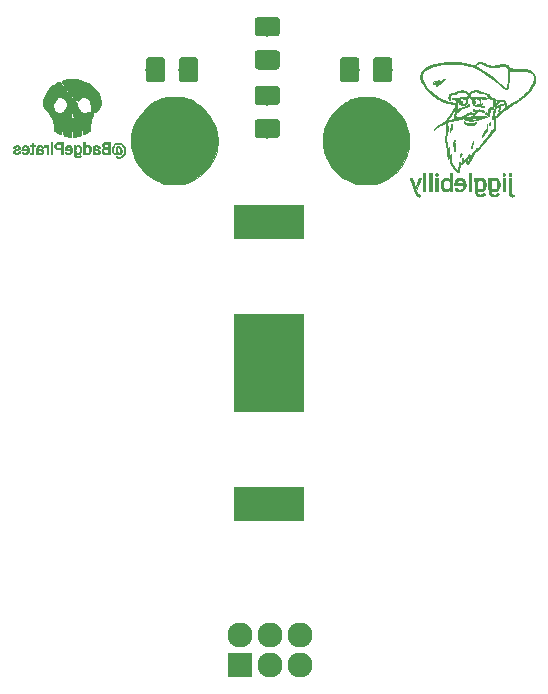
<source format=gbr>
G04 #@! TF.GenerationSoftware,KiCad,Pcbnew,(5.1.2)-1*
G04 #@! TF.CreationDate,2019-07-21T19:57:09-05:00*
G04 #@! TF.ProjectId,reddit-snoo-meetup,72656464-6974-42d7-936e-6f6f2d6d6565,rev?*
G04 #@! TF.SameCoordinates,Original*
G04 #@! TF.FileFunction,Soldermask,Bot*
G04 #@! TF.FilePolarity,Negative*
%FSLAX46Y46*%
G04 Gerber Fmt 4.6, Leading zero omitted, Abs format (unit mm)*
G04 Created by KiCad (PCBNEW (5.1.2)-1) date 2019-07-21 19:57:09*
%MOMM*%
%LPD*%
G04 APERTURE LIST*
%ADD10C,0.010000*%
%ADD11C,2.127200*%
%ADD12O,2.127200X2.127200*%
%ADD13R,2.127200X2.127200*%
%ADD14R,5.960000X8.400000*%
%ADD15R,5.960000X3.000000*%
%ADD16C,0.100000*%
%ADD17C,1.650000*%
G04 APERTURE END LIST*
D10*
G36*
X13439185Y10309735D02*
G01*
X13542871Y10306050D01*
X13665142Y9912350D01*
X13694989Y9816320D01*
X13722610Y9727590D01*
X13747055Y9649197D01*
X13767376Y9584180D01*
X13782625Y9535575D01*
X13791852Y9506420D01*
X13794077Y9499600D01*
X13799460Y9506658D01*
X13811769Y9535275D01*
X13830058Y9582865D01*
X13853381Y9646837D01*
X13880790Y9724605D01*
X13911339Y9813579D01*
X13939199Y9896475D01*
X14077657Y10312400D01*
X14286361Y10312400D01*
X14256637Y10233025D01*
X14245663Y10203260D01*
X14227241Y10152756D01*
X14202517Y10084675D01*
X14172637Y10002182D01*
X14138745Y9908438D01*
X14101988Y9806607D01*
X14063511Y9699853D01*
X14058027Y9684624D01*
X13889140Y9215598D01*
X13917862Y9132174D01*
X13951871Y9049866D01*
X13989727Y8988049D01*
X14030043Y8948829D01*
X14043484Y8941282D01*
X14075679Y8931154D01*
X14120941Y8922360D01*
X14150975Y8918639D01*
X14224000Y8911873D01*
X14224000Y8839024D01*
X14223302Y8797838D01*
X14218978Y8775243D01*
X14207685Y8764430D01*
X14186078Y8758592D01*
X14184312Y8758238D01*
X14112535Y8751655D01*
X14039754Y8757838D01*
X14013224Y8764004D01*
X13968740Y8785892D01*
X13919565Y8824235D01*
X13872408Y8872790D01*
X13833980Y8925314D01*
X13827194Y8937092D01*
X13815897Y8962136D01*
X13797393Y9008398D01*
X13772717Y9073070D01*
X13742905Y9153344D01*
X13708993Y9246412D01*
X13672016Y9349468D01*
X13633011Y9459702D01*
X13607659Y9532155D01*
X13567192Y9648321D01*
X13527747Y9761551D01*
X13490446Y9868627D01*
X13456411Y9966330D01*
X13426762Y10051440D01*
X13402621Y10120738D01*
X13385110Y10171006D01*
X13378812Y10189085D01*
X13335500Y10313420D01*
X13439185Y10309735D01*
X13439185Y10309735D01*
G37*
X13439185Y10309735D02*
X13542871Y10306050D01*
X13665142Y9912350D01*
X13694989Y9816320D01*
X13722610Y9727590D01*
X13747055Y9649197D01*
X13767376Y9584180D01*
X13782625Y9535575D01*
X13791852Y9506420D01*
X13794077Y9499600D01*
X13799460Y9506658D01*
X13811769Y9535275D01*
X13830058Y9582865D01*
X13853381Y9646837D01*
X13880790Y9724605D01*
X13911339Y9813579D01*
X13939199Y9896475D01*
X14077657Y10312400D01*
X14286361Y10312400D01*
X14256637Y10233025D01*
X14245663Y10203260D01*
X14227241Y10152756D01*
X14202517Y10084675D01*
X14172637Y10002182D01*
X14138745Y9908438D01*
X14101988Y9806607D01*
X14063511Y9699853D01*
X14058027Y9684624D01*
X13889140Y9215598D01*
X13917862Y9132174D01*
X13951871Y9049866D01*
X13989727Y8988049D01*
X14030043Y8948829D01*
X14043484Y8941282D01*
X14075679Y8931154D01*
X14120941Y8922360D01*
X14150975Y8918639D01*
X14224000Y8911873D01*
X14224000Y8839024D01*
X14223302Y8797838D01*
X14218978Y8775243D01*
X14207685Y8764430D01*
X14186078Y8758592D01*
X14184312Y8758238D01*
X14112535Y8751655D01*
X14039754Y8757838D01*
X14013224Y8764004D01*
X13968740Y8785892D01*
X13919565Y8824235D01*
X13872408Y8872790D01*
X13833980Y8925314D01*
X13827194Y8937092D01*
X13815897Y8962136D01*
X13797393Y9008398D01*
X13772717Y9073070D01*
X13742905Y9153344D01*
X13708993Y9246412D01*
X13672016Y9349468D01*
X13633011Y9459702D01*
X13607659Y9532155D01*
X13567192Y9648321D01*
X13527747Y9761551D01*
X13490446Y9868627D01*
X13456411Y9966330D01*
X13426762Y10051440D01*
X13402621Y10120738D01*
X13385110Y10171006D01*
X13378812Y10189085D01*
X13335500Y10313420D01*
X13439185Y10309735D01*
G36*
X21907500Y8989647D02*
G01*
X21944623Y8952524D01*
X21970492Y8930346D01*
X21997248Y8919226D01*
X22035316Y8915576D01*
X22052573Y8915400D01*
X22123400Y8915400D01*
X22123400Y8840682D01*
X22122350Y8798181D01*
X22117671Y8774426D01*
X22107065Y8762794D01*
X22094825Y8758305D01*
X22052766Y8752427D01*
X21998475Y8751716D01*
X21943255Y8755688D01*
X21898407Y8763860D01*
X21888450Y8767142D01*
X21836470Y8790784D01*
X21800251Y8817538D01*
X21770561Y8855035D01*
X21758673Y8874359D01*
X21723350Y8934450D01*
X21719757Y9623425D01*
X21716165Y10312400D01*
X21907500Y10312400D01*
X21907500Y8989647D01*
X21907500Y8989647D01*
G37*
X21907500Y8989647D02*
X21944623Y8952524D01*
X21970492Y8930346D01*
X21997248Y8919226D01*
X22035316Y8915576D01*
X22052573Y8915400D01*
X22123400Y8915400D01*
X22123400Y8840682D01*
X22122350Y8798181D01*
X22117671Y8774426D01*
X22107065Y8762794D01*
X22094825Y8758305D01*
X22052766Y8752427D01*
X21998475Y8751716D01*
X21943255Y8755688D01*
X21898407Y8763860D01*
X21888450Y8767142D01*
X21836470Y8790784D01*
X21800251Y8817538D01*
X21770561Y8855035D01*
X21758673Y8874359D01*
X21723350Y8934450D01*
X21719757Y9623425D01*
X21716165Y10312400D01*
X21907500Y10312400D01*
X21907500Y8989647D01*
G36*
X19416769Y10323587D02*
G01*
X19503920Y10290805D01*
X19580211Y10238607D01*
X19594385Y10225215D01*
X19658753Y10144857D01*
X19705436Y10049571D01*
X19734916Y9937925D01*
X19747672Y9808487D01*
X19748312Y9766807D01*
X19741487Y9635557D01*
X19720729Y9523193D01*
X19685019Y9426729D01*
X19633335Y9343177D01*
X19584988Y9288675D01*
X19515336Y9233557D01*
X19437718Y9199417D01*
X19348075Y9184854D01*
X19284950Y9185027D01*
X19189633Y9197980D01*
X19110082Y9227079D01*
X19040927Y9274385D01*
X19032481Y9281923D01*
X18995913Y9315450D01*
X19002670Y9211192D01*
X19016628Y9117029D01*
X19045737Y9042450D01*
X19091163Y8985833D01*
X19154073Y8945557D01*
X19207493Y8926661D01*
X19286252Y8917260D01*
X19370786Y8927303D01*
X19453548Y8954608D01*
X19526988Y8996992D01*
X19564457Y9029813D01*
X19598163Y9064994D01*
X19649975Y9008785D01*
X19701786Y8952576D01*
X19658468Y8907454D01*
X19599763Y8859345D01*
X19524125Y8816876D01*
X19440001Y8784640D01*
X19424650Y8780290D01*
X19364161Y8769790D01*
X19290402Y8765152D01*
X19214850Y8766511D01*
X19148980Y8774007D01*
X19135527Y8776819D01*
X19045581Y8810480D01*
X18964263Y8864950D01*
X18896623Y8935890D01*
X18847713Y9018963D01*
X18844399Y9026894D01*
X18837633Y9044131D01*
X18831979Y9060980D01*
X18827323Y9079822D01*
X18823548Y9103037D01*
X18820537Y9133006D01*
X18818176Y9172110D01*
X18816348Y9222730D01*
X18814937Y9287245D01*
X18813826Y9368037D01*
X18812900Y9467487D01*
X18812044Y9587975D01*
X18811300Y9705975D01*
X18810972Y9759048D01*
X18999200Y9759048D01*
X18999200Y9504604D01*
X19037492Y9452534D01*
X19091547Y9397317D01*
X19158171Y9362837D01*
X19239468Y9348126D01*
X19265900Y9347419D01*
X19325817Y9351027D01*
X19371986Y9363083D01*
X19399250Y9376261D01*
X19450376Y9417024D01*
X19495843Y9475179D01*
X19530193Y9542720D01*
X19544203Y9588919D01*
X19554158Y9661134D01*
X19557439Y9746020D01*
X19554218Y9832698D01*
X19544670Y9910290D01*
X19538634Y9938257D01*
X19505759Y10026343D01*
X19457390Y10094996D01*
X19394036Y10143502D01*
X19392900Y10144112D01*
X19356446Y10161002D01*
X19321473Y10169483D01*
X19277560Y10171410D01*
X19245544Y10170335D01*
X19191361Y10165852D01*
X19152348Y10156664D01*
X19118338Y10139867D01*
X19102613Y10129507D01*
X19069775Y10105649D01*
X19044733Y10082951D01*
X19026433Y10057627D01*
X19013823Y10025890D01*
X19005849Y9983951D01*
X19001455Y9928022D01*
X18999590Y9854317D01*
X18999200Y9759048D01*
X18810972Y9759048D01*
X18807550Y10312400D01*
X18986500Y10312400D01*
X18986500Y10261600D01*
X18987885Y10229774D01*
X18991346Y10212087D01*
X18992740Y10210800D01*
X19005403Y10217890D01*
X19031691Y10236227D01*
X19057060Y10255134D01*
X19138903Y10302728D01*
X19229385Y10329820D01*
X19323633Y10336682D01*
X19416769Y10323587D01*
X19416769Y10323587D01*
G37*
X19416769Y10323587D02*
X19503920Y10290805D01*
X19580211Y10238607D01*
X19594385Y10225215D01*
X19658753Y10144857D01*
X19705436Y10049571D01*
X19734916Y9937925D01*
X19747672Y9808487D01*
X19748312Y9766807D01*
X19741487Y9635557D01*
X19720729Y9523193D01*
X19685019Y9426729D01*
X19633335Y9343177D01*
X19584988Y9288675D01*
X19515336Y9233557D01*
X19437718Y9199417D01*
X19348075Y9184854D01*
X19284950Y9185027D01*
X19189633Y9197980D01*
X19110082Y9227079D01*
X19040927Y9274385D01*
X19032481Y9281923D01*
X18995913Y9315450D01*
X19002670Y9211192D01*
X19016628Y9117029D01*
X19045737Y9042450D01*
X19091163Y8985833D01*
X19154073Y8945557D01*
X19207493Y8926661D01*
X19286252Y8917260D01*
X19370786Y8927303D01*
X19453548Y8954608D01*
X19526988Y8996992D01*
X19564457Y9029813D01*
X19598163Y9064994D01*
X19649975Y9008785D01*
X19701786Y8952576D01*
X19658468Y8907454D01*
X19599763Y8859345D01*
X19524125Y8816876D01*
X19440001Y8784640D01*
X19424650Y8780290D01*
X19364161Y8769790D01*
X19290402Y8765152D01*
X19214850Y8766511D01*
X19148980Y8774007D01*
X19135527Y8776819D01*
X19045581Y8810480D01*
X18964263Y8864950D01*
X18896623Y8935890D01*
X18847713Y9018963D01*
X18844399Y9026894D01*
X18837633Y9044131D01*
X18831979Y9060980D01*
X18827323Y9079822D01*
X18823548Y9103037D01*
X18820537Y9133006D01*
X18818176Y9172110D01*
X18816348Y9222730D01*
X18814937Y9287245D01*
X18813826Y9368037D01*
X18812900Y9467487D01*
X18812044Y9587975D01*
X18811300Y9705975D01*
X18810972Y9759048D01*
X18999200Y9759048D01*
X18999200Y9504604D01*
X19037492Y9452534D01*
X19091547Y9397317D01*
X19158171Y9362837D01*
X19239468Y9348126D01*
X19265900Y9347419D01*
X19325817Y9351027D01*
X19371986Y9363083D01*
X19399250Y9376261D01*
X19450376Y9417024D01*
X19495843Y9475179D01*
X19530193Y9542720D01*
X19544203Y9588919D01*
X19554158Y9661134D01*
X19557439Y9746020D01*
X19554218Y9832698D01*
X19544670Y9910290D01*
X19538634Y9938257D01*
X19505759Y10026343D01*
X19457390Y10094996D01*
X19394036Y10143502D01*
X19392900Y10144112D01*
X19356446Y10161002D01*
X19321473Y10169483D01*
X19277560Y10171410D01*
X19245544Y10170335D01*
X19191361Y10165852D01*
X19152348Y10156664D01*
X19118338Y10139867D01*
X19102613Y10129507D01*
X19069775Y10105649D01*
X19044733Y10082951D01*
X19026433Y10057627D01*
X19013823Y10025890D01*
X19005849Y9983951D01*
X19001455Y9928022D01*
X18999590Y9854317D01*
X18999200Y9759048D01*
X18810972Y9759048D01*
X18807550Y10312400D01*
X18986500Y10312400D01*
X18986500Y10261600D01*
X18987885Y10229774D01*
X18991346Y10212087D01*
X18992740Y10210800D01*
X19005403Y10217890D01*
X19031691Y10236227D01*
X19057060Y10255134D01*
X19138903Y10302728D01*
X19229385Y10329820D01*
X19323633Y10336682D01*
X19416769Y10323587D01*
G36*
X20559362Y10330385D02*
G01*
X20603136Y10326500D01*
X20636683Y10318503D01*
X20667565Y10305135D01*
X20672997Y10302290D01*
X20759045Y10242385D01*
X20829380Y10163796D01*
X20883197Y10068403D01*
X20919692Y9958085D01*
X20938062Y9834721D01*
X20937504Y9700191D01*
X20936389Y9686345D01*
X20916354Y9557725D01*
X20880656Y9446451D01*
X20830064Y9353480D01*
X20765344Y9279768D01*
X20687263Y9226272D01*
X20596590Y9193949D01*
X20534136Y9184942D01*
X20427105Y9187782D01*
X20331638Y9212800D01*
X20255860Y9253581D01*
X20193000Y9296822D01*
X20193278Y9210886D01*
X20201522Y9125013D01*
X20226817Y9055062D01*
X20270936Y8996664D01*
X20285909Y8982659D01*
X20352310Y8940439D01*
X20428831Y8918534D01*
X20510756Y8916644D01*
X20593367Y8934465D01*
X20671950Y8971698D01*
X20723729Y9010662D01*
X20787027Y9067572D01*
X20833693Y9010622D01*
X20859505Y8977717D01*
X20870831Y8956891D01*
X20869972Y8941158D01*
X20861363Y8926550D01*
X20826476Y8890202D01*
X20774556Y8852393D01*
X20713200Y8817870D01*
X20650005Y8791382D01*
X20639828Y8788082D01*
X20557887Y8770711D01*
X20466744Y8764246D01*
X20377182Y8768823D01*
X20302524Y8783786D01*
X20209178Y8824687D01*
X20129321Y8884554D01*
X20066618Y8960212D01*
X20038516Y9012404D01*
X20027490Y9040935D01*
X20018228Y9074016D01*
X20010584Y9113957D01*
X20004413Y9163073D01*
X19999570Y9223677D01*
X19995910Y9298080D01*
X19993287Y9388597D01*
X19991557Y9497539D01*
X19990574Y9627221D01*
X19990193Y9779954D01*
X19990192Y9782175D01*
X19990008Y10032117D01*
X20193000Y10032117D01*
X20193000Y9487784D01*
X20234166Y9440899D01*
X20271051Y9406556D01*
X20313431Y9377462D01*
X20326241Y9370886D01*
X20381167Y9354746D01*
X20446896Y9348092D01*
X20512067Y9351237D01*
X20564882Y9364309D01*
X20625129Y9402849D01*
X20674654Y9461740D01*
X20712333Y9537816D01*
X20737043Y9627913D01*
X20747660Y9728863D01*
X20743061Y9837503D01*
X20740378Y9858727D01*
X20717292Y9963312D01*
X20680328Y10046980D01*
X20629662Y10109541D01*
X20565470Y10150803D01*
X20487929Y10170574D01*
X20450680Y10172422D01*
X20364407Y10161411D01*
X20291178Y10128803D01*
X20234166Y10079002D01*
X20193000Y10032117D01*
X19990008Y10032117D01*
X19989800Y10312400D01*
X20077218Y10312400D01*
X20128021Y10310657D01*
X20158609Y10302543D01*
X20174084Y10283734D01*
X20179548Y10249903D01*
X20180126Y10225169D01*
X20181182Y10207600D01*
X20187359Y10204839D01*
X20203600Y10218050D01*
X20220880Y10234761D01*
X20274915Y10279587D01*
X20332468Y10309103D01*
X20400079Y10325593D01*
X20484292Y10331338D01*
X20497800Y10331415D01*
X20559362Y10330385D01*
X20559362Y10330385D01*
G37*
X20559362Y10330385D02*
X20603136Y10326500D01*
X20636683Y10318503D01*
X20667565Y10305135D01*
X20672997Y10302290D01*
X20759045Y10242385D01*
X20829380Y10163796D01*
X20883197Y10068403D01*
X20919692Y9958085D01*
X20938062Y9834721D01*
X20937504Y9700191D01*
X20936389Y9686345D01*
X20916354Y9557725D01*
X20880656Y9446451D01*
X20830064Y9353480D01*
X20765344Y9279768D01*
X20687263Y9226272D01*
X20596590Y9193949D01*
X20534136Y9184942D01*
X20427105Y9187782D01*
X20331638Y9212800D01*
X20255860Y9253581D01*
X20193000Y9296822D01*
X20193278Y9210886D01*
X20201522Y9125013D01*
X20226817Y9055062D01*
X20270936Y8996664D01*
X20285909Y8982659D01*
X20352310Y8940439D01*
X20428831Y8918534D01*
X20510756Y8916644D01*
X20593367Y8934465D01*
X20671950Y8971698D01*
X20723729Y9010662D01*
X20787027Y9067572D01*
X20833693Y9010622D01*
X20859505Y8977717D01*
X20870831Y8956891D01*
X20869972Y8941158D01*
X20861363Y8926550D01*
X20826476Y8890202D01*
X20774556Y8852393D01*
X20713200Y8817870D01*
X20650005Y8791382D01*
X20639828Y8788082D01*
X20557887Y8770711D01*
X20466744Y8764246D01*
X20377182Y8768823D01*
X20302524Y8783786D01*
X20209178Y8824687D01*
X20129321Y8884554D01*
X20066618Y8960212D01*
X20038516Y9012404D01*
X20027490Y9040935D01*
X20018228Y9074016D01*
X20010584Y9113957D01*
X20004413Y9163073D01*
X19999570Y9223677D01*
X19995910Y9298080D01*
X19993287Y9388597D01*
X19991557Y9497539D01*
X19990574Y9627221D01*
X19990193Y9779954D01*
X19990192Y9782175D01*
X19990008Y10032117D01*
X20193000Y10032117D01*
X20193000Y9487784D01*
X20234166Y9440899D01*
X20271051Y9406556D01*
X20313431Y9377462D01*
X20326241Y9370886D01*
X20381167Y9354746D01*
X20446896Y9348092D01*
X20512067Y9351237D01*
X20564882Y9364309D01*
X20625129Y9402849D01*
X20674654Y9461740D01*
X20712333Y9537816D01*
X20737043Y9627913D01*
X20747660Y9728863D01*
X20743061Y9837503D01*
X20740378Y9858727D01*
X20717292Y9963312D01*
X20680328Y10046980D01*
X20629662Y10109541D01*
X20565470Y10150803D01*
X20487929Y10170574D01*
X20450680Y10172422D01*
X20364407Y10161411D01*
X20291178Y10128803D01*
X20234166Y10079002D01*
X20193000Y10032117D01*
X19990008Y10032117D01*
X19989800Y10312400D01*
X20077218Y10312400D01*
X20128021Y10310657D01*
X20158609Y10302543D01*
X20174084Y10283734D01*
X20179548Y10249903D01*
X20180126Y10225169D01*
X20181182Y10207600D01*
X20187359Y10204839D01*
X20203600Y10218050D01*
X20220880Y10234761D01*
X20274915Y10279587D01*
X20332468Y10309103D01*
X20400079Y10325593D01*
X20484292Y10331338D01*
X20497800Y10331415D01*
X20559362Y10330385D01*
G36*
X16891000Y9194800D02*
G01*
X16713200Y9194800D01*
X16713200Y9238212D01*
X16710976Y9284051D01*
X16703005Y9306402D01*
X16687334Y9306890D01*
X16662010Y9287141D01*
X16658511Y9283763D01*
X16598382Y9236384D01*
X16529634Y9205648D01*
X16446685Y9189480D01*
X16395882Y9186136D01*
X16314291Y9187151D01*
X16253067Y9196473D01*
X16234087Y9202372D01*
X16177313Y9232485D01*
X16118417Y9279057D01*
X16065043Y9335103D01*
X16024870Y9393576D01*
X15989825Y9467641D01*
X15966140Y9542248D01*
X15952271Y9624607D01*
X15946675Y9721925D01*
X15946382Y9759950D01*
X16138822Y9759950D01*
X16145401Y9642495D01*
X16164438Y9546209D01*
X16196449Y9469845D01*
X16241949Y9412156D01*
X16298503Y9373330D01*
X16367403Y9351627D01*
X16444732Y9347141D01*
X16520331Y9359779D01*
X16561101Y9375775D01*
X16603276Y9403937D01*
X16644480Y9442030D01*
X16659042Y9459313D01*
X16700500Y9514275D01*
X16700500Y10005626D01*
X16659042Y10060588D01*
X16604070Y10115168D01*
X16537958Y10152110D01*
X16465539Y10171290D01*
X16391644Y10172588D01*
X16321107Y10155881D01*
X16258761Y10121047D01*
X16212096Y10071889D01*
X16179392Y10016106D01*
X16157257Y9955752D01*
X16144284Y9884844D01*
X16139069Y9797396D01*
X16138822Y9759950D01*
X15946382Y9759950D01*
X15953019Y9890382D01*
X15973010Y10001419D01*
X16007348Y10095857D01*
X16057024Y10176489D01*
X16117044Y10240808D01*
X16194105Y10293838D01*
X16281281Y10326368D01*
X16373790Y10338470D01*
X16466856Y10330221D01*
X16555698Y10301694D01*
X16635538Y10252964D01*
X16659225Y10232340D01*
X16700500Y10193118D01*
X16700500Y10782300D01*
X16891000Y10782300D01*
X16891000Y9194800D01*
X16891000Y9194800D01*
G37*
X16891000Y9194800D02*
X16713200Y9194800D01*
X16713200Y9238212D01*
X16710976Y9284051D01*
X16703005Y9306402D01*
X16687334Y9306890D01*
X16662010Y9287141D01*
X16658511Y9283763D01*
X16598382Y9236384D01*
X16529634Y9205648D01*
X16446685Y9189480D01*
X16395882Y9186136D01*
X16314291Y9187151D01*
X16253067Y9196473D01*
X16234087Y9202372D01*
X16177313Y9232485D01*
X16118417Y9279057D01*
X16065043Y9335103D01*
X16024870Y9393576D01*
X15989825Y9467641D01*
X15966140Y9542248D01*
X15952271Y9624607D01*
X15946675Y9721925D01*
X15946382Y9759950D01*
X16138822Y9759950D01*
X16145401Y9642495D01*
X16164438Y9546209D01*
X16196449Y9469845D01*
X16241949Y9412156D01*
X16298503Y9373330D01*
X16367403Y9351627D01*
X16444732Y9347141D01*
X16520331Y9359779D01*
X16561101Y9375775D01*
X16603276Y9403937D01*
X16644480Y9442030D01*
X16659042Y9459313D01*
X16700500Y9514275D01*
X16700500Y10005626D01*
X16659042Y10060588D01*
X16604070Y10115168D01*
X16537958Y10152110D01*
X16465539Y10171290D01*
X16391644Y10172588D01*
X16321107Y10155881D01*
X16258761Y10121047D01*
X16212096Y10071889D01*
X16179392Y10016106D01*
X16157257Y9955752D01*
X16144284Y9884844D01*
X16139069Y9797396D01*
X16138822Y9759950D01*
X15946382Y9759950D01*
X15953019Y9890382D01*
X15973010Y10001419D01*
X16007348Y10095857D01*
X16057024Y10176489D01*
X16117044Y10240808D01*
X16194105Y10293838D01*
X16281281Y10326368D01*
X16373790Y10338470D01*
X16466856Y10330221D01*
X16555698Y10301694D01*
X16635538Y10252964D01*
X16659225Y10232340D01*
X16700500Y10193118D01*
X16700500Y10782300D01*
X16891000Y10782300D01*
X16891000Y9194800D01*
G36*
X17692009Y10318284D02*
G01*
X17782091Y10282284D01*
X17864266Y10227065D01*
X17892326Y10201284D01*
X17959602Y10116768D01*
X18010202Y10016964D01*
X18043513Y9906262D01*
X18058922Y9789052D01*
X18055813Y9669721D01*
X18033575Y9552660D01*
X17996891Y9453285D01*
X17941084Y9362191D01*
X17866703Y9288206D01*
X17773129Y9230721D01*
X17769220Y9228870D01*
X17723568Y9209068D01*
X17683387Y9196695D01*
X17639170Y9189748D01*
X17581408Y9186223D01*
X17564100Y9185652D01*
X17491699Y9185427D01*
X17435180Y9190370D01*
X17385374Y9201450D01*
X17370131Y9206195D01*
X17320333Y9225971D01*
X17272369Y9250425D01*
X17249481Y9265091D01*
X17211689Y9296055D01*
X17176387Y9330379D01*
X17148812Y9362368D01*
X17134200Y9386327D01*
X17133116Y9391650D01*
X17142536Y9405921D01*
X17166549Y9428789D01*
X17186750Y9445120D01*
X17240250Y9485889D01*
X17291050Y9436976D01*
X17350021Y9387978D01*
X17408950Y9357679D01*
X17477574Y9341337D01*
X17491080Y9339585D01*
X17583756Y9339771D01*
X17665906Y9362533D01*
X17736256Y9406792D01*
X17793535Y9471469D01*
X17836471Y9555486D01*
X17863340Y9655175D01*
X17871726Y9702800D01*
X17103081Y9702800D01*
X17111228Y9827118D01*
X17115235Y9867900D01*
X17295167Y9867900D01*
X17859026Y9867900D01*
X17850442Y9915525D01*
X17825546Y9996080D01*
X17783730Y10066788D01*
X17728720Y10124059D01*
X17664245Y10164301D01*
X17594035Y10183921D01*
X17570450Y10185259D01*
X17496292Y10173268D01*
X17429893Y10139171D01*
X17374102Y10085785D01*
X17331769Y10015924D01*
X17305744Y9932406D01*
X17303896Y9921875D01*
X17295167Y9867900D01*
X17115235Y9867900D01*
X17120790Y9924427D01*
X17136624Y10004258D01*
X17160797Y10074180D01*
X17195376Y10141766D01*
X17198655Y10147300D01*
X17256235Y10220386D01*
X17328748Y10276032D01*
X17412390Y10313941D01*
X17503352Y10333817D01*
X17597827Y10335363D01*
X17692009Y10318284D01*
X17692009Y10318284D01*
G37*
X17692009Y10318284D02*
X17782091Y10282284D01*
X17864266Y10227065D01*
X17892326Y10201284D01*
X17959602Y10116768D01*
X18010202Y10016964D01*
X18043513Y9906262D01*
X18058922Y9789052D01*
X18055813Y9669721D01*
X18033575Y9552660D01*
X17996891Y9453285D01*
X17941084Y9362191D01*
X17866703Y9288206D01*
X17773129Y9230721D01*
X17769220Y9228870D01*
X17723568Y9209068D01*
X17683387Y9196695D01*
X17639170Y9189748D01*
X17581408Y9186223D01*
X17564100Y9185652D01*
X17491699Y9185427D01*
X17435180Y9190370D01*
X17385374Y9201450D01*
X17370131Y9206195D01*
X17320333Y9225971D01*
X17272369Y9250425D01*
X17249481Y9265091D01*
X17211689Y9296055D01*
X17176387Y9330379D01*
X17148812Y9362368D01*
X17134200Y9386327D01*
X17133116Y9391650D01*
X17142536Y9405921D01*
X17166549Y9428789D01*
X17186750Y9445120D01*
X17240250Y9485889D01*
X17291050Y9436976D01*
X17350021Y9387978D01*
X17408950Y9357679D01*
X17477574Y9341337D01*
X17491080Y9339585D01*
X17583756Y9339771D01*
X17665906Y9362533D01*
X17736256Y9406792D01*
X17793535Y9471469D01*
X17836471Y9555486D01*
X17863340Y9655175D01*
X17871726Y9702800D01*
X17103081Y9702800D01*
X17111228Y9827118D01*
X17115235Y9867900D01*
X17295167Y9867900D01*
X17859026Y9867900D01*
X17850442Y9915525D01*
X17825546Y9996080D01*
X17783730Y10066788D01*
X17728720Y10124059D01*
X17664245Y10164301D01*
X17594035Y10183921D01*
X17570450Y10185259D01*
X17496292Y10173268D01*
X17429893Y10139171D01*
X17374102Y10085785D01*
X17331769Y10015924D01*
X17305744Y9932406D01*
X17303896Y9921875D01*
X17295167Y9867900D01*
X17115235Y9867900D01*
X17120790Y9924427D01*
X17136624Y10004258D01*
X17160797Y10074180D01*
X17195376Y10141766D01*
X17198655Y10147300D01*
X17256235Y10220386D01*
X17328748Y10276032D01*
X17412390Y10313941D01*
X17503352Y10333817D01*
X17597827Y10335363D01*
X17692009Y10318284D01*
G36*
X14655800Y9194800D02*
G01*
X14569016Y9194800D01*
X14524204Y9195957D01*
X14490003Y9198991D01*
X14473788Y9203246D01*
X14473766Y9203267D01*
X14472270Y9217132D01*
X14470858Y9254204D01*
X14469553Y9312289D01*
X14468380Y9389193D01*
X14467362Y9482724D01*
X14466521Y9590687D01*
X14465882Y9710889D01*
X14465468Y9841137D01*
X14465302Y9979237D01*
X14465300Y9997017D01*
X14465300Y10782300D01*
X14655800Y10782300D01*
X14655800Y9194800D01*
X14655800Y9194800D01*
G37*
X14655800Y9194800D02*
X14569016Y9194800D01*
X14524204Y9195957D01*
X14490003Y9198991D01*
X14473788Y9203246D01*
X14473766Y9203267D01*
X14472270Y9217132D01*
X14470858Y9254204D01*
X14469553Y9312289D01*
X14468380Y9389193D01*
X14467362Y9482724D01*
X14466521Y9590687D01*
X14465882Y9710889D01*
X14465468Y9841137D01*
X14465302Y9979237D01*
X14465300Y9997017D01*
X14465300Y10782300D01*
X14655800Y10782300D01*
X14655800Y9194800D01*
G36*
X15170150Y9201150D02*
G01*
X14986000Y9193688D01*
X14986000Y10782300D01*
X15176692Y10782300D01*
X15170150Y9201150D01*
X15170150Y9201150D01*
G37*
X15170150Y9201150D02*
X14986000Y9193688D01*
X14986000Y10782300D01*
X15176692Y10782300D01*
X15170150Y9201150D01*
G36*
X15684500Y9194800D02*
G01*
X15494000Y9194800D01*
X15494000Y10312400D01*
X15684500Y10312400D01*
X15684500Y9194800D01*
X15684500Y9194800D01*
G37*
X15684500Y9194800D02*
X15494000Y9194800D01*
X15494000Y10312400D01*
X15684500Y10312400D01*
X15684500Y9194800D01*
G36*
X18503900Y9194800D02*
G01*
X18313400Y9194800D01*
X18313400Y10782300D01*
X18503900Y10782300D01*
X18503900Y9194800D01*
X18503900Y9194800D01*
G37*
X18503900Y9194800D02*
X18313400Y9194800D01*
X18313400Y10782300D01*
X18503900Y10782300D01*
X18503900Y9194800D01*
G36*
X21386800Y9194800D02*
G01*
X21300016Y9194800D01*
X21255204Y9195957D01*
X21221003Y9198991D01*
X21204788Y9203246D01*
X21204766Y9203267D01*
X21202987Y9217357D01*
X21201334Y9254211D01*
X21199849Y9311193D01*
X21198571Y9385666D01*
X21197539Y9474994D01*
X21196795Y9576541D01*
X21196377Y9687671D01*
X21196300Y9762067D01*
X21196300Y10312400D01*
X21386800Y10312400D01*
X21386800Y9194800D01*
X21386800Y9194800D01*
G37*
X21386800Y9194800D02*
X21300016Y9194800D01*
X21255204Y9195957D01*
X21221003Y9198991D01*
X21204788Y9203246D01*
X21204766Y9203267D01*
X21202987Y9217357D01*
X21201334Y9254211D01*
X21199849Y9311193D01*
X21198571Y9385666D01*
X21197539Y9474994D01*
X21196795Y9576541D01*
X21196377Y9687671D01*
X21196300Y9762067D01*
X21196300Y10312400D01*
X21386800Y10312400D01*
X21386800Y9194800D01*
G36*
X-6288312Y17181293D02*
G01*
X-6163152Y17178738D01*
X-6052766Y17173364D01*
X-5953634Y17164835D01*
X-5862236Y17152814D01*
X-5775051Y17136963D01*
X-5688559Y17116946D01*
X-5599239Y17092427D01*
X-5557019Y17079784D01*
X-5429294Y17034770D01*
X-5287636Y16974294D01*
X-5136261Y16900668D01*
X-4979384Y16816200D01*
X-4821220Y16723201D01*
X-4665985Y16623980D01*
X-4517894Y16520847D01*
X-4464050Y16480871D01*
X-4229272Y16287459D01*
X-4011005Y16075568D01*
X-3810100Y15846718D01*
X-3627407Y15602426D01*
X-3463776Y15344211D01*
X-3320055Y15073591D01*
X-3197095Y14792084D01*
X-3095746Y14501208D01*
X-3016858Y14202482D01*
X-2961279Y13897423D01*
X-2944986Y13766800D01*
X-2938484Y13679613D01*
X-2935161Y13573742D01*
X-2934828Y13455511D01*
X-2937297Y13331244D01*
X-2942376Y13207264D01*
X-2949876Y13089894D01*
X-2959608Y12985459D01*
X-2970882Y12903200D01*
X-3028028Y12629220D01*
X-3105273Y12364355D01*
X-3204267Y12103598D01*
X-3309886Y11875149D01*
X-3394930Y11712082D01*
X-3479564Y11565266D01*
X-3569026Y11426187D01*
X-3668547Y11286332D01*
X-3687306Y11261251D01*
X-3888678Y11014226D01*
X-4106871Y10785858D01*
X-4342209Y10575895D01*
X-4595016Y10384086D01*
X-4865615Y10210180D01*
X-5154332Y10053924D01*
X-5372100Y9952862D01*
X-5478060Y9909415D01*
X-5579226Y9873936D01*
X-5680417Y9845442D01*
X-5786453Y9822951D01*
X-5902154Y9805481D01*
X-6032339Y9792048D01*
X-6181827Y9781671D01*
X-6223000Y9779428D01*
X-6301387Y9776056D01*
X-6392895Y9773277D01*
X-6493117Y9771118D01*
X-6597650Y9769602D01*
X-6702087Y9768756D01*
X-6802023Y9768604D01*
X-6893052Y9769173D01*
X-6970770Y9770486D01*
X-7030770Y9772570D01*
X-7061200Y9774625D01*
X-7192617Y9788884D01*
X-7305822Y9805417D01*
X-7407999Y9825949D01*
X-7506332Y9852201D01*
X-7608002Y9885896D01*
X-7720194Y9928759D01*
X-7744219Y9938457D01*
X-7952672Y10029752D01*
X-8163487Y10134418D01*
X-8369809Y10248652D01*
X-8564784Y10368652D01*
X-8741556Y10490614D01*
X-8747941Y10495324D01*
X-8995326Y10692834D01*
X-9221088Y10903510D01*
X-9425362Y11127569D01*
X-9608282Y11365229D01*
X-9769980Y11616709D01*
X-9910592Y11882226D01*
X-10030250Y12161998D01*
X-10129089Y12456243D01*
X-10207242Y12765179D01*
X-10238073Y12922250D01*
X-10247044Y12974921D01*
X-10254006Y13023176D01*
X-10259206Y13071385D01*
X-10262891Y13123915D01*
X-10265306Y13185136D01*
X-10266698Y13259415D01*
X-10267311Y13351122D01*
X-10267407Y13442950D01*
X-10267139Y13553450D01*
X-10266268Y13642941D01*
X-10264553Y13715814D01*
X-10261753Y13776458D01*
X-10257624Y13829262D01*
X-10251927Y13878616D01*
X-10244418Y13928909D01*
X-10238822Y13962062D01*
X-10174638Y14265285D01*
X-10089311Y14556589D01*
X-9981902Y14838298D01*
X-9851474Y15112736D01*
X-9697086Y15382228D01*
X-9612491Y15513050D01*
X-9420038Y15777796D01*
X-9210489Y16023764D01*
X-8983816Y16250977D01*
X-8739992Y16459462D01*
X-8478988Y16649240D01*
X-8200778Y16820337D01*
X-7981950Y16935853D01*
X-7886422Y16981617D01*
X-7796914Y17021082D01*
X-7710586Y17054746D01*
X-7624598Y17083108D01*
X-7536107Y17106670D01*
X-7442272Y17125929D01*
X-7340253Y17141385D01*
X-7227208Y17153538D01*
X-7100296Y17162887D01*
X-6956675Y17169932D01*
X-6793505Y17175171D01*
X-6607945Y17179105D01*
X-6597038Y17179294D01*
X-6431767Y17181366D01*
X-6288312Y17181293D01*
X-6288312Y17181293D01*
G37*
X-6288312Y17181293D02*
X-6163152Y17178738D01*
X-6052766Y17173364D01*
X-5953634Y17164835D01*
X-5862236Y17152814D01*
X-5775051Y17136963D01*
X-5688559Y17116946D01*
X-5599239Y17092427D01*
X-5557019Y17079784D01*
X-5429294Y17034770D01*
X-5287636Y16974294D01*
X-5136261Y16900668D01*
X-4979384Y16816200D01*
X-4821220Y16723201D01*
X-4665985Y16623980D01*
X-4517894Y16520847D01*
X-4464050Y16480871D01*
X-4229272Y16287459D01*
X-4011005Y16075568D01*
X-3810100Y15846718D01*
X-3627407Y15602426D01*
X-3463776Y15344211D01*
X-3320055Y15073591D01*
X-3197095Y14792084D01*
X-3095746Y14501208D01*
X-3016858Y14202482D01*
X-2961279Y13897423D01*
X-2944986Y13766800D01*
X-2938484Y13679613D01*
X-2935161Y13573742D01*
X-2934828Y13455511D01*
X-2937297Y13331244D01*
X-2942376Y13207264D01*
X-2949876Y13089894D01*
X-2959608Y12985459D01*
X-2970882Y12903200D01*
X-3028028Y12629220D01*
X-3105273Y12364355D01*
X-3204267Y12103598D01*
X-3309886Y11875149D01*
X-3394930Y11712082D01*
X-3479564Y11565266D01*
X-3569026Y11426187D01*
X-3668547Y11286332D01*
X-3687306Y11261251D01*
X-3888678Y11014226D01*
X-4106871Y10785858D01*
X-4342209Y10575895D01*
X-4595016Y10384086D01*
X-4865615Y10210180D01*
X-5154332Y10053924D01*
X-5372100Y9952862D01*
X-5478060Y9909415D01*
X-5579226Y9873936D01*
X-5680417Y9845442D01*
X-5786453Y9822951D01*
X-5902154Y9805481D01*
X-6032339Y9792048D01*
X-6181827Y9781671D01*
X-6223000Y9779428D01*
X-6301387Y9776056D01*
X-6392895Y9773277D01*
X-6493117Y9771118D01*
X-6597650Y9769602D01*
X-6702087Y9768756D01*
X-6802023Y9768604D01*
X-6893052Y9769173D01*
X-6970770Y9770486D01*
X-7030770Y9772570D01*
X-7061200Y9774625D01*
X-7192617Y9788884D01*
X-7305822Y9805417D01*
X-7407999Y9825949D01*
X-7506332Y9852201D01*
X-7608002Y9885896D01*
X-7720194Y9928759D01*
X-7744219Y9938457D01*
X-7952672Y10029752D01*
X-8163487Y10134418D01*
X-8369809Y10248652D01*
X-8564784Y10368652D01*
X-8741556Y10490614D01*
X-8747941Y10495324D01*
X-8995326Y10692834D01*
X-9221088Y10903510D01*
X-9425362Y11127569D01*
X-9608282Y11365229D01*
X-9769980Y11616709D01*
X-9910592Y11882226D01*
X-10030250Y12161998D01*
X-10129089Y12456243D01*
X-10207242Y12765179D01*
X-10238073Y12922250D01*
X-10247044Y12974921D01*
X-10254006Y13023176D01*
X-10259206Y13071385D01*
X-10262891Y13123915D01*
X-10265306Y13185136D01*
X-10266698Y13259415D01*
X-10267311Y13351122D01*
X-10267407Y13442950D01*
X-10267139Y13553450D01*
X-10266268Y13642941D01*
X-10264553Y13715814D01*
X-10261753Y13776458D01*
X-10257624Y13829262D01*
X-10251927Y13878616D01*
X-10244418Y13928909D01*
X-10238822Y13962062D01*
X-10174638Y14265285D01*
X-10089311Y14556589D01*
X-9981902Y14838298D01*
X-9851474Y15112736D01*
X-9697086Y15382228D01*
X-9612491Y15513050D01*
X-9420038Y15777796D01*
X-9210489Y16023764D01*
X-8983816Y16250977D01*
X-8739992Y16459462D01*
X-8478988Y16649240D01*
X-8200778Y16820337D01*
X-7981950Y16935853D01*
X-7886422Y16981617D01*
X-7796914Y17021082D01*
X-7710586Y17054746D01*
X-7624598Y17083108D01*
X-7536107Y17106670D01*
X-7442272Y17125929D01*
X-7340253Y17141385D01*
X-7227208Y17153538D01*
X-7100296Y17162887D01*
X-6956675Y17169932D01*
X-6793505Y17175171D01*
X-6607945Y17179105D01*
X-6597038Y17179294D01*
X-6431767Y17181366D01*
X-6288312Y17181293D01*
G36*
X9846843Y17154290D02*
G01*
X9988240Y17151951D01*
X10121794Y17148357D01*
X10244184Y17143506D01*
X10352089Y17137397D01*
X10442188Y17130031D01*
X10511159Y17121404D01*
X10521950Y17119560D01*
X10599514Y17102784D01*
X10679978Y17079537D01*
X10767165Y17048351D01*
X10864896Y17007758D01*
X10976993Y16956291D01*
X11087100Y16902563D01*
X11363615Y16753301D01*
X11619519Y16590745D01*
X11856791Y16413212D01*
X12077409Y16219021D01*
X12283355Y16006487D01*
X12476606Y15773929D01*
X12581815Y15631797D01*
X12746417Y15379598D01*
X12889944Y15116660D01*
X13011963Y14844786D01*
X13112040Y14565778D01*
X13189742Y14281438D01*
X13244634Y13993569D01*
X13276284Y13703971D01*
X13284258Y13414448D01*
X13268123Y13126801D01*
X13238235Y12903200D01*
X13176892Y12607428D01*
X13094441Y12318586D01*
X12991893Y12038606D01*
X12870261Y11769418D01*
X12730556Y11512951D01*
X12573789Y11271136D01*
X12400973Y11045904D01*
X12213119Y10839184D01*
X12099081Y10729812D01*
X11929182Y10583389D01*
X11755322Y10450846D01*
X11571904Y10328403D01*
X11373332Y10212281D01*
X11193198Y10118093D01*
X11034985Y10041044D01*
X10893437Y9976818D01*
X10764108Y9924111D01*
X10642553Y9881619D01*
X10524329Y9848038D01*
X10404991Y9822063D01*
X10280094Y9802390D01*
X10145194Y9787715D01*
X10039350Y9779509D01*
X9964576Y9775556D01*
X9873828Y9772482D01*
X9771552Y9770282D01*
X9662195Y9768953D01*
X9550203Y9768491D01*
X9440022Y9768891D01*
X9336099Y9770149D01*
X9242880Y9772263D01*
X9164811Y9775227D01*
X9106338Y9779037D01*
X9093200Y9780354D01*
X8946263Y9804635D01*
X8784693Y9845107D01*
X8611955Y9900138D01*
X8431509Y9968095D01*
X8246819Y10047343D01*
X8061346Y10136250D01*
X7878555Y10233182D01*
X7701907Y10336506D01*
X7534864Y10444589D01*
X7380890Y10555797D01*
X7283450Y10634028D01*
X7105182Y10795150D01*
X6939046Y10968486D01*
X6783397Y11156294D01*
X6636589Y11360831D01*
X6496977Y11584354D01*
X6362916Y11829119D01*
X6260854Y12036851D01*
X6211159Y12143425D01*
X6168718Y12237370D01*
X6132936Y12321820D01*
X6103219Y12399908D01*
X6078973Y12474770D01*
X6059601Y12549539D01*
X6044510Y12627350D01*
X6033104Y12711335D01*
X6024790Y12804631D01*
X6018972Y12910369D01*
X6015056Y13031685D01*
X6012446Y13171713D01*
X6010548Y13333587D01*
X6010316Y13357118D01*
X6008914Y13543168D01*
X6008758Y13706299D01*
X6010117Y13848970D01*
X6013260Y13973643D01*
X6018454Y14082780D01*
X6025970Y14178841D01*
X6036074Y14264287D01*
X6049037Y14341581D01*
X6065127Y14413182D01*
X6084613Y14481552D01*
X6107762Y14549152D01*
X6134845Y14618443D01*
X6152642Y14660798D01*
X6300724Y14978559D01*
X6463926Y15276102D01*
X6642576Y15553856D01*
X6837003Y15812252D01*
X7047534Y16051720D01*
X7274498Y16272690D01*
X7518222Y16475591D01*
X7562850Y16509444D01*
X7675945Y16591960D01*
X7781882Y16664350D01*
X7887244Y16730628D01*
X7998614Y16794806D01*
X8122575Y16860900D01*
X8221578Y16911058D01*
X8363706Y16979178D01*
X8489034Y17033243D01*
X8600993Y17074556D01*
X8703015Y17104419D01*
X8769350Y17119018D01*
X8831876Y17127931D01*
X8916451Y17135598D01*
X9019753Y17142018D01*
X9138461Y17147190D01*
X9269253Y17151113D01*
X9408809Y17153785D01*
X9553806Y17155206D01*
X9700925Y17155375D01*
X9846843Y17154290D01*
X9846843Y17154290D01*
G37*
X9846843Y17154290D02*
X9988240Y17151951D01*
X10121794Y17148357D01*
X10244184Y17143506D01*
X10352089Y17137397D01*
X10442188Y17130031D01*
X10511159Y17121404D01*
X10521950Y17119560D01*
X10599514Y17102784D01*
X10679978Y17079537D01*
X10767165Y17048351D01*
X10864896Y17007758D01*
X10976993Y16956291D01*
X11087100Y16902563D01*
X11363615Y16753301D01*
X11619519Y16590745D01*
X11856791Y16413212D01*
X12077409Y16219021D01*
X12283355Y16006487D01*
X12476606Y15773929D01*
X12581815Y15631797D01*
X12746417Y15379598D01*
X12889944Y15116660D01*
X13011963Y14844786D01*
X13112040Y14565778D01*
X13189742Y14281438D01*
X13244634Y13993569D01*
X13276284Y13703971D01*
X13284258Y13414448D01*
X13268123Y13126801D01*
X13238235Y12903200D01*
X13176892Y12607428D01*
X13094441Y12318586D01*
X12991893Y12038606D01*
X12870261Y11769418D01*
X12730556Y11512951D01*
X12573789Y11271136D01*
X12400973Y11045904D01*
X12213119Y10839184D01*
X12099081Y10729812D01*
X11929182Y10583389D01*
X11755322Y10450846D01*
X11571904Y10328403D01*
X11373332Y10212281D01*
X11193198Y10118093D01*
X11034985Y10041044D01*
X10893437Y9976818D01*
X10764108Y9924111D01*
X10642553Y9881619D01*
X10524329Y9848038D01*
X10404991Y9822063D01*
X10280094Y9802390D01*
X10145194Y9787715D01*
X10039350Y9779509D01*
X9964576Y9775556D01*
X9873828Y9772482D01*
X9771552Y9770282D01*
X9662195Y9768953D01*
X9550203Y9768491D01*
X9440022Y9768891D01*
X9336099Y9770149D01*
X9242880Y9772263D01*
X9164811Y9775227D01*
X9106338Y9779037D01*
X9093200Y9780354D01*
X8946263Y9804635D01*
X8784693Y9845107D01*
X8611955Y9900138D01*
X8431509Y9968095D01*
X8246819Y10047343D01*
X8061346Y10136250D01*
X7878555Y10233182D01*
X7701907Y10336506D01*
X7534864Y10444589D01*
X7380890Y10555797D01*
X7283450Y10634028D01*
X7105182Y10795150D01*
X6939046Y10968486D01*
X6783397Y11156294D01*
X6636589Y11360831D01*
X6496977Y11584354D01*
X6362916Y11829119D01*
X6260854Y12036851D01*
X6211159Y12143425D01*
X6168718Y12237370D01*
X6132936Y12321820D01*
X6103219Y12399908D01*
X6078973Y12474770D01*
X6059601Y12549539D01*
X6044510Y12627350D01*
X6033104Y12711335D01*
X6024790Y12804631D01*
X6018972Y12910369D01*
X6015056Y13031685D01*
X6012446Y13171713D01*
X6010548Y13333587D01*
X6010316Y13357118D01*
X6008914Y13543168D01*
X6008758Y13706299D01*
X6010117Y13848970D01*
X6013260Y13973643D01*
X6018454Y14082780D01*
X6025970Y14178841D01*
X6036074Y14264287D01*
X6049037Y14341581D01*
X6065127Y14413182D01*
X6084613Y14481552D01*
X6107762Y14549152D01*
X6134845Y14618443D01*
X6152642Y14660798D01*
X6300724Y14978559D01*
X6463926Y15276102D01*
X6642576Y15553856D01*
X6837003Y15812252D01*
X7047534Y16051720D01*
X7274498Y16272690D01*
X7518222Y16475591D01*
X7562850Y16509444D01*
X7675945Y16591960D01*
X7781882Y16664350D01*
X7887244Y16730628D01*
X7998614Y16794806D01*
X8122575Y16860900D01*
X8221578Y16911058D01*
X8363706Y16979178D01*
X8489034Y17033243D01*
X8600993Y17074556D01*
X8703015Y17104419D01*
X8769350Y17119018D01*
X8831876Y17127931D01*
X8916451Y17135598D01*
X9019753Y17142018D01*
X9138461Y17147190D01*
X9269253Y17151113D01*
X9408809Y17153785D01*
X9553806Y17155206D01*
X9700925Y17155375D01*
X9846843Y17154290D01*
G36*
X15620783Y10717807D02*
G01*
X15661901Y10702478D01*
X15681310Y10684876D01*
X15694432Y10649606D01*
X15695847Y10604410D01*
X15686102Y10561611D01*
X15674975Y10542021D01*
X15642979Y10519810D01*
X15598528Y10508361D01*
X15553085Y10509896D01*
X15536105Y10515098D01*
X15507864Y10535280D01*
X15494830Y10552149D01*
X15483698Y10590005D01*
X15482507Y10634681D01*
X15491034Y10673522D01*
X15497175Y10684669D01*
X15529147Y10708892D01*
X15573441Y10719942D01*
X15620783Y10717807D01*
X15620783Y10717807D01*
G37*
X15620783Y10717807D02*
X15661901Y10702478D01*
X15681310Y10684876D01*
X15694432Y10649606D01*
X15695847Y10604410D01*
X15686102Y10561611D01*
X15674975Y10542021D01*
X15642979Y10519810D01*
X15598528Y10508361D01*
X15553085Y10509896D01*
X15536105Y10515098D01*
X15507864Y10535280D01*
X15494830Y10552149D01*
X15483698Y10590005D01*
X15482507Y10634681D01*
X15491034Y10673522D01*
X15497175Y10684669D01*
X15529147Y10708892D01*
X15573441Y10719942D01*
X15620783Y10717807D01*
G36*
X21346745Y10713071D02*
G01*
X21377490Y10691347D01*
X21396754Y10654466D01*
X21403284Y10610520D01*
X21395827Y10567600D01*
X21374339Y10534868D01*
X21339357Y10516033D01*
X21294847Y10507722D01*
X21253464Y10511633D01*
X21240750Y10516928D01*
X21202771Y10548414D01*
X21185569Y10590465D01*
X21183600Y10617414D01*
X21194327Y10665651D01*
X21223703Y10700343D01*
X21267522Y10719023D01*
X21321577Y10719224D01*
X21346745Y10713071D01*
X21346745Y10713071D01*
G37*
X21346745Y10713071D02*
X21377490Y10691347D01*
X21396754Y10654466D01*
X21403284Y10610520D01*
X21395827Y10567600D01*
X21374339Y10534868D01*
X21339357Y10516033D01*
X21294847Y10507722D01*
X21253464Y10511633D01*
X21240750Y10516928D01*
X21202771Y10548414D01*
X21185569Y10590465D01*
X21183600Y10617414D01*
X21194327Y10665651D01*
X21223703Y10700343D01*
X21267522Y10719023D01*
X21321577Y10719224D01*
X21346745Y10713071D01*
G36*
X21877445Y10707204D02*
G01*
X21904237Y10676771D01*
X21919004Y10635818D01*
X21919548Y10591198D01*
X21903672Y10549764D01*
X21897975Y10542021D01*
X21865605Y10519353D01*
X21821727Y10508014D01*
X21778554Y10510250D01*
X21761450Y10516928D01*
X21723471Y10548414D01*
X21706269Y10590465D01*
X21704300Y10617414D01*
X21714392Y10666873D01*
X21744129Y10700663D01*
X21792699Y10718173D01*
X21840825Y10720263D01*
X21877445Y10707204D01*
X21877445Y10707204D01*
G37*
X21877445Y10707204D02*
X21904237Y10676771D01*
X21919004Y10635818D01*
X21919548Y10591198D01*
X21903672Y10549764D01*
X21897975Y10542021D01*
X21865605Y10519353D01*
X21821727Y10508014D01*
X21778554Y10510250D01*
X21761450Y10516928D01*
X21723471Y10548414D01*
X21706269Y10590465D01*
X21704300Y10617414D01*
X21714392Y10666873D01*
X21744129Y10700663D01*
X21792699Y10718173D01*
X21840825Y10720263D01*
X21877445Y10707204D01*
G36*
X19279059Y20173247D02*
G01*
X19324556Y20165742D01*
X19378615Y20150047D01*
X19444210Y20125215D01*
X19524311Y20090299D01*
X19621891Y20044353D01*
X19685000Y20013590D01*
X19790907Y19962194D01*
X19878977Y19921578D01*
X19953737Y19890481D01*
X20019715Y19867643D01*
X20081439Y19851801D01*
X20143437Y19841697D01*
X20210236Y19836068D01*
X20286364Y19833655D01*
X20332700Y19833246D01*
X20422626Y19834010D01*
X20502150Y19837667D01*
X20577573Y19845110D01*
X20655197Y19857231D01*
X20741323Y19874925D01*
X20842252Y19899084D01*
X20898681Y19913464D01*
X21029963Y19943863D01*
X21143541Y19961811D01*
X21243905Y19967213D01*
X21335544Y19959972D01*
X21422947Y19939992D01*
X21510604Y19907176D01*
X21526614Y19899964D01*
X21604753Y19856666D01*
X21658598Y19809658D01*
X21689108Y19757989D01*
X21695709Y19731492D01*
X21702305Y19700686D01*
X21713379Y19674481D01*
X21730925Y19652437D01*
X21756934Y19634113D01*
X21793399Y19619070D01*
X21842312Y19606868D01*
X21905665Y19597066D01*
X21985451Y19589225D01*
X22083663Y19582905D01*
X22202292Y19577665D01*
X22343331Y19573066D01*
X22423006Y19570865D01*
X22536387Y19567395D01*
X22649890Y19563064D01*
X22758938Y19558108D01*
X22858957Y19552765D01*
X22945372Y19547269D01*
X23013608Y19541856D01*
X23042942Y19538862D01*
X23218875Y19513116D01*
X23371900Y19478687D01*
X23503351Y19434477D01*
X23614561Y19379391D01*
X23706863Y19312332D01*
X23781591Y19232204D01*
X23840078Y19137909D01*
X23883656Y19028352D01*
X23913659Y18902436D01*
X23926411Y18812227D01*
X23933319Y18677621D01*
X23923377Y18545400D01*
X23895717Y18412859D01*
X23849468Y18277295D01*
X23783760Y18136003D01*
X23697725Y17986278D01*
X23625107Y17875250D01*
X23565922Y17789839D01*
X23509600Y17711820D01*
X23454383Y17639656D01*
X23398514Y17571809D01*
X23340233Y17506741D01*
X23277782Y17442913D01*
X23209403Y17378788D01*
X23133337Y17312826D01*
X23047826Y17243491D01*
X22951112Y17169243D01*
X22841436Y17088545D01*
X22717040Y16999859D01*
X22576165Y16901646D01*
X22417052Y16792368D01*
X22282150Y16700495D01*
X22178318Y16629960D01*
X22062568Y16551324D01*
X21941599Y16469137D01*
X21822110Y16387952D01*
X21710800Y16312318D01*
X21621750Y16251806D01*
X21465057Y16144421D01*
X21328690Y16048908D01*
X21211195Y15964073D01*
X21111115Y15888721D01*
X21026996Y15821658D01*
X20957382Y15761691D01*
X20900818Y15707625D01*
X20855849Y15658266D01*
X20821019Y15612420D01*
X20799094Y15576775D01*
X20754127Y15509988D01*
X20704837Y15466904D01*
X20649029Y15445916D01*
X20616571Y15443200D01*
X20573347Y15439830D01*
X20543434Y15427256D01*
X20524546Y15401790D01*
X20514395Y15359742D01*
X20510695Y15297419D01*
X20510500Y15272052D01*
X20511413Y15224998D01*
X20513954Y15157677D01*
X20517827Y15075149D01*
X20522734Y14982475D01*
X20528378Y14884713D01*
X20534462Y14786925D01*
X20540688Y14694169D01*
X20546760Y14611507D01*
X20552380Y14543997D01*
X20554657Y14520159D01*
X20561314Y14454368D01*
X20424661Y14297909D01*
X20363611Y14227345D01*
X20302364Y14155095D01*
X20238903Y14078648D01*
X20171209Y13995495D01*
X20097264Y13903124D01*
X20015050Y13799027D01*
X19922548Y13680692D01*
X19817739Y13545609D01*
X19767846Y13481050D01*
X19650946Y13330365D01*
X19547713Y13198964D01*
X19456965Y13085526D01*
X19377522Y12988728D01*
X19308203Y12907247D01*
X19247825Y12839760D01*
X19195209Y12784944D01*
X19149173Y12741476D01*
X19108535Y12708034D01*
X19072116Y12683295D01*
X19040893Y12666893D01*
X18986269Y12637654D01*
X18934351Y12598855D01*
X18881209Y12546835D01*
X18822915Y12477931D01*
X18784629Y12428030D01*
X18667828Y12258896D01*
X18564236Y12080769D01*
X18470511Y11887562D01*
X18414840Y11754898D01*
X18382654Y11679298D01*
X18353254Y11622841D01*
X18323541Y11579962D01*
X18306974Y11561223D01*
X18268894Y11526023D01*
X18237194Y11509512D01*
X18208734Y11512831D01*
X18180376Y11537121D01*
X18148980Y11583521D01*
X18124744Y11627429D01*
X18087926Y11688521D01*
X18052873Y11726671D01*
X18016912Y11743946D01*
X17977372Y11742413D01*
X17976399Y11742172D01*
X17960566Y11736512D01*
X17942843Y11725789D01*
X17920584Y11707511D01*
X17891142Y11679190D01*
X17851874Y11638335D01*
X17800132Y11582457D01*
X17760208Y11538714D01*
X17726007Y11502356D01*
X17701121Y11481225D01*
X17678386Y11471221D01*
X17650638Y11468243D01*
X17636830Y11468100D01*
X17597362Y11465580D01*
X17574747Y11455975D01*
X17562960Y11440570D01*
X17557508Y11418578D01*
X17551943Y11374741D01*
X17546578Y11312611D01*
X17541725Y11235742D01*
X17538097Y11157995D01*
X17533640Y11054888D01*
X17529199Y10974309D01*
X17524426Y10913388D01*
X17518973Y10869256D01*
X17512493Y10839044D01*
X17504639Y10819881D01*
X17495894Y10809540D01*
X17453428Y10791058D01*
X17403442Y10796120D01*
X17388702Y10801664D01*
X17362460Y10818441D01*
X17322606Y10850751D01*
X17272549Y10895274D01*
X17215698Y10948690D01*
X17155461Y11007679D01*
X17095248Y11068920D01*
X17038468Y11129094D01*
X16988528Y11184880D01*
X16958732Y11220450D01*
X16867390Y11350011D01*
X16800857Y11481689D01*
X16758552Y11617017D01*
X16739892Y11757533D01*
X16738820Y11799703D01*
X16736700Y11881426D01*
X16731017Y11947137D01*
X16722179Y11994053D01*
X16710595Y12019390D01*
X16706124Y12022586D01*
X16687491Y12019149D01*
X16657223Y12003655D01*
X16636248Y11989716D01*
X16594098Y11962185D01*
X16566302Y11952269D01*
X16549515Y11959367D01*
X16542888Y11972925D01*
X16534722Y12009834D01*
X16525348Y12071922D01*
X16514788Y12158998D01*
X16503065Y12270872D01*
X16490202Y12407354D01*
X16484168Y12475359D01*
X16467084Y12657392D01*
X16449404Y12817356D01*
X16430649Y12958586D01*
X16410342Y13084412D01*
X16388003Y13198166D01*
X16367978Y13284200D01*
X16350123Y13363584D01*
X16337560Y13440507D01*
X16330293Y13519004D01*
X16328323Y13603109D01*
X16331653Y13696858D01*
X16340287Y13804284D01*
X16354227Y13929422D01*
X16368506Y14039850D01*
X16387015Y14179515D01*
X16401909Y14298086D01*
X16413564Y14399553D01*
X16422356Y14487906D01*
X16428660Y14567136D01*
X16432853Y14641233D01*
X16435311Y14714187D01*
X16436087Y14757400D01*
X16436322Y14837341D01*
X16434259Y14895478D01*
X16429344Y14935348D01*
X16421025Y14960486D01*
X16408750Y14974429D01*
X16401587Y14978071D01*
X16376177Y14978247D01*
X16331484Y14968333D01*
X16271004Y14949475D01*
X16198235Y14922818D01*
X16116671Y14889508D01*
X16072706Y14870279D01*
X16016125Y14845905D01*
X15966051Y14826027D01*
X15928079Y14812759D01*
X15908290Y14808200D01*
X15895338Y14810432D01*
X15896768Y14819945D01*
X15914262Y14840966D01*
X15926483Y14853909D01*
X15951910Y14877437D01*
X15993101Y14912112D01*
X16045316Y14954089D01*
X16103817Y14999522D01*
X16135350Y15023387D01*
X16235592Y15101684D01*
X16324427Y15178633D01*
X16370499Y15223889D01*
X16563978Y15223889D01*
X16564646Y15198551D01*
X16576996Y15181547D01*
X16583025Y15177518D01*
X16606064Y15166582D01*
X16626554Y15166941D01*
X16655618Y15179381D01*
X16663030Y15183177D01*
X16688619Y15199676D01*
X16700410Y15213721D01*
X16700500Y15214600D01*
X16712596Y15231976D01*
X16746479Y15248544D01*
X16798537Y15263105D01*
X16865159Y15274461D01*
X16889201Y15277247D01*
X16981707Y15291635D01*
X17050019Y15313127D01*
X17094082Y15341679D01*
X17113840Y15377245D01*
X17109240Y15419780D01*
X17095478Y15447482D01*
X17076904Y15489563D01*
X17070083Y15539473D01*
X17075237Y15601043D01*
X17092586Y15678103D01*
X17112667Y15745060D01*
X17142100Y15839456D01*
X17162449Y15912549D01*
X17173969Y15966658D01*
X17176916Y16004100D01*
X17171546Y16027195D01*
X17158114Y16038261D01*
X17145179Y16040100D01*
X17120520Y16029471D01*
X17084698Y15998983D01*
X17039320Y15950736D01*
X16985990Y15886830D01*
X16926314Y15809364D01*
X16861896Y15720438D01*
X16794341Y15622151D01*
X16725254Y15516603D01*
X16656241Y15405895D01*
X16640656Y15380104D01*
X16601124Y15311647D01*
X16575851Y15260582D01*
X16563978Y15223889D01*
X16370499Y15223889D01*
X16405748Y15258512D01*
X16483448Y15345598D01*
X16561419Y15444169D01*
X16643554Y15558502D01*
X16705077Y15649400D01*
X16759598Y15730978D01*
X16815943Y15814392D01*
X16870513Y15894378D01*
X16919709Y15965671D01*
X16959933Y16023006D01*
X16972161Y16040100D01*
X17029483Y16123906D01*
X17081639Y16208392D01*
X17126338Y16289222D01*
X17161287Y16362059D01*
X17184194Y16422568D01*
X17191903Y16455757D01*
X17194279Y16495348D01*
X17187941Y16526810D01*
X17170340Y16551413D01*
X17138927Y16570421D01*
X17091152Y16585104D01*
X17024466Y16596727D01*
X16936320Y16606557D01*
X16878300Y16611614D01*
X16716241Y16627795D01*
X16573366Y16649040D01*
X16443686Y16677011D01*
X16321215Y16713368D01*
X16199965Y16759770D01*
X16073949Y16817879D01*
X16002000Y16854610D01*
X15910325Y16905522D01*
X15807219Y16967563D01*
X15696199Y17038231D01*
X15580783Y17115027D01*
X15464491Y17195447D01*
X15350840Y17276990D01*
X15243349Y17357154D01*
X15145536Y17433438D01*
X15060921Y17503341D01*
X14993020Y17564361D01*
X14966044Y17591168D01*
X14840764Y17729504D01*
X14710954Y17887598D01*
X14580029Y18061084D01*
X14451405Y18245594D01*
X14435835Y18268950D01*
X14357756Y18392263D01*
X14296915Y18501724D01*
X14251955Y18600786D01*
X14221519Y18692900D01*
X14204248Y18781518D01*
X14198786Y18870092D01*
X14198787Y18871694D01*
X14209557Y18987211D01*
X14321569Y18987211D01*
X14326358Y18887149D01*
X14342899Y18778863D01*
X14370689Y18666833D01*
X14409223Y18555539D01*
X14417968Y18534253D01*
X14495064Y18377282D01*
X14595048Y18216020D01*
X14716199Y18052457D01*
X14856794Y17888584D01*
X15015112Y17726394D01*
X15189430Y17567877D01*
X15378026Y17415025D01*
X15400779Y17397728D01*
X15596823Y17258373D01*
X15800119Y17130242D01*
X16006477Y17015543D01*
X16211703Y16916479D01*
X16411605Y16835256D01*
X16568431Y16783565D01*
X16653003Y16761343D01*
X16752761Y16738979D01*
X16859496Y16718005D01*
X16964996Y16699948D01*
X17061053Y16686339D01*
X17126710Y16679593D01*
X17233900Y16671353D01*
X17233344Y16739902D01*
X17228508Y16794770D01*
X17216988Y16852260D01*
X17211119Y16871950D01*
X17185641Y16922887D01*
X17147972Y16956433D01*
X17094489Y16974715D01*
X17027117Y16979881D01*
X16959475Y16984884D01*
X16908074Y16999038D01*
X16875831Y17021119D01*
X16865600Y17047562D01*
X16869051Y17066068D01*
X16881362Y17080397D01*
X16905471Y17091245D01*
X16944312Y17099309D01*
X17000824Y17105287D01*
X17077941Y17109875D01*
X17138650Y17112374D01*
X17328623Y17120054D01*
X17502747Y17128473D01*
X17659836Y17137532D01*
X17798699Y17147130D01*
X17918150Y17157166D01*
X18017000Y17167541D01*
X18094061Y17178154D01*
X18148145Y17188906D01*
X18178064Y17199695D01*
X18178732Y17200120D01*
X18210904Y17235161D01*
X18227756Y17283224D01*
X18227330Y17335727D01*
X18217005Y17367868D01*
X18186835Y17412668D01*
X18138909Y17462564D01*
X18079037Y17513175D01*
X18013030Y17560119D01*
X17946697Y17599013D01*
X17885848Y17625475D01*
X17868781Y17630526D01*
X17833893Y17637429D01*
X17810777Y17633345D01*
X17787090Y17615260D01*
X17780438Y17608971D01*
X17763393Y17593463D01*
X17747457Y17583767D01*
X17726820Y17578972D01*
X17695671Y17578165D01*
X17648198Y17580436D01*
X17612849Y17582678D01*
X17552397Y17586116D01*
X17510613Y17586634D01*
X17480859Y17583479D01*
X17456496Y17575898D01*
X17430884Y17563139D01*
X17428365Y17561751D01*
X17361556Y17524951D01*
X17311807Y17498491D01*
X17273925Y17480465D01*
X17242718Y17468967D01*
X17212992Y17462093D01*
X17179556Y17457935D01*
X17137215Y17454590D01*
X17136145Y17454511D01*
X17027437Y17439817D01*
X16934040Y17411661D01*
X16848398Y17367640D01*
X16834156Y17358465D01*
X16774502Y17309866D01*
X16739185Y17257699D01*
X16727149Y17198986D01*
X16737338Y17130750D01*
X16744950Y17106900D01*
X16762221Y17039771D01*
X16760693Y16988374D01*
X16740248Y16951235D01*
X16732099Y16943951D01*
X16694969Y16925480D01*
X16662475Y16930362D01*
X16635696Y16956796D01*
X16615716Y17002985D01*
X16603614Y17067130D01*
X16600473Y17147433D01*
X16600894Y17162201D01*
X16612094Y17265275D01*
X16638174Y17350308D01*
X16680511Y17418536D01*
X16740480Y17471197D01*
X16819460Y17509531D01*
X16918827Y17534774D01*
X17029405Y17547499D01*
X17086941Y17552007D01*
X17125889Y17557574D01*
X17153047Y17566119D01*
X17175213Y17579562D01*
X17191977Y17593424D01*
X17217238Y17612890D01*
X17244462Y17625950D01*
X17281030Y17635023D01*
X17334321Y17642532D01*
X17345672Y17643837D01*
X17424058Y17653693D01*
X17482123Y17663957D01*
X17524919Y17676226D01*
X17557497Y17692098D01*
X17584910Y17713169D01*
X17594711Y17722558D01*
X17636148Y17755403D01*
X17682255Y17772666D01*
X17738604Y17775317D01*
X17810768Y17764329D01*
X17821189Y17762042D01*
X17955741Y17718832D01*
X18083783Y17651655D01*
X18203507Y17561507D01*
X18230531Y17536821D01*
X18279731Y17491626D01*
X18314090Y17463585D01*
X18335874Y17451079D01*
X18347352Y17452486D01*
X18347799Y17453026D01*
X18360602Y17472499D01*
X18380529Y17505466D01*
X18394886Y17530178D01*
X18442394Y17590045D01*
X18511104Y17643839D01*
X18597193Y17689849D01*
X18696840Y17726365D01*
X18806223Y17751675D01*
X18916650Y17763830D01*
X19002806Y17765557D01*
X19070080Y17759928D01*
X19124251Y17745678D01*
X19171096Y17721538D01*
X19197515Y17702244D01*
X19239146Y17672284D01*
X19284507Y17647714D01*
X19338964Y17626442D01*
X19407880Y17606374D01*
X19496620Y17585416D01*
X19497260Y17585275D01*
X19562123Y17569702D01*
X19624212Y17552502D01*
X19675597Y17535994D01*
X19703522Y17524915D01*
X19750670Y17495771D01*
X19778447Y17463250D01*
X19784671Y17430595D01*
X19778201Y17413889D01*
X19756219Y17392688D01*
X19729278Y17393550D01*
X19695302Y17416955D01*
X19674449Y17437884D01*
X19625204Y17491216D01*
X19448727Y17492733D01*
X19374318Y17493900D01*
X19320078Y17496331D01*
X19280784Y17500643D01*
X19251212Y17507457D01*
X19226140Y17517390D01*
X19221515Y17519650D01*
X19192503Y17536562D01*
X19173166Y17556609D01*
X19158757Y17586975D01*
X19144530Y17634845D01*
X19143945Y17637048D01*
X19134666Y17646412D01*
X19111824Y17640104D01*
X19109536Y17639077D01*
X19087626Y17633132D01*
X19062428Y17637297D01*
X19026049Y17653274D01*
X19013259Y17659848D01*
X18966674Y17679711D01*
X18921076Y17687783D01*
X18870737Y17683640D01*
X18809927Y17666855D01*
X18738784Y17639455D01*
X18636483Y17591221D01*
X18553619Y17540178D01*
X18492318Y17487800D01*
X18460573Y17446513D01*
X18434549Y17382236D01*
X18428228Y17316231D01*
X18442169Y17256033D01*
X18445912Y17248220D01*
X18457807Y17226425D01*
X18470338Y17209542D01*
X18486775Y17196838D01*
X18510385Y17187584D01*
X18544438Y17181048D01*
X18592203Y17176501D01*
X18656947Y17173210D01*
X18741940Y17170447D01*
X18801097Y17168816D01*
X18911219Y17165292D01*
X18999253Y17160888D01*
X19068509Y17154931D01*
X19122298Y17146750D01*
X19163932Y17135673D01*
X19196720Y17121027D01*
X19223973Y17102141D01*
X19249003Y17078342D01*
X19249504Y17077810D01*
X19277773Y17041137D01*
X19299289Y17001811D01*
X19302296Y16993880D01*
X19310247Y16952861D01*
X19314537Y16891616D01*
X19315115Y16815063D01*
X19311929Y16728120D01*
X19305884Y16645939D01*
X19302057Y16582417D01*
X19304522Y16542794D01*
X19313526Y16526301D01*
X19329318Y16532165D01*
X19339183Y16542457D01*
X19360500Y16567795D01*
X19389347Y16602084D01*
X19403290Y16618657D01*
X19445430Y16668750D01*
X19439145Y16612700D01*
X19422343Y16551182D01*
X19386150Y16500770D01*
X19329196Y16460378D01*
X19250115Y16428921D01*
X19187306Y16412988D01*
X19075324Y16398522D01*
X18966633Y16402232D01*
X18865003Y16423002D01*
X18774203Y16459717D01*
X18698003Y16511259D01*
X18641402Y16574665D01*
X18606841Y16640610D01*
X18589144Y16713000D01*
X18587664Y16796675D01*
X18587708Y16797006D01*
X18643600Y16797006D01*
X18647146Y16770044D01*
X18659664Y16760421D01*
X18683973Y16768294D01*
X18722890Y16793824D01*
X18734086Y16802122D01*
X18780528Y16834290D01*
X18814053Y16849178D01*
X18839740Y16847426D01*
X18862673Y16829678D01*
X18871278Y16819438D01*
X18893149Y16775152D01*
X18892640Y16732117D01*
X18872463Y16695532D01*
X18835330Y16670592D01*
X18789344Y16662400D01*
X18750482Y16655488D01*
X18718321Y16637993D01*
X18699327Y16614781D01*
X18698437Y16593997D01*
X18720257Y16570121D01*
X18762032Y16552085D01*
X18818876Y16540423D01*
X18885905Y16535665D01*
X18958234Y16538343D01*
X19030978Y16548987D01*
X19056856Y16555009D01*
X19140503Y16584403D01*
X19202586Y16624332D01*
X19245307Y16676370D01*
X19255864Y16697215D01*
X19270940Y16736311D01*
X19275257Y16768357D01*
X19270054Y16807038D01*
X19267080Y16820837D01*
X19239878Y16893029D01*
X19192366Y16953399D01*
X19122800Y17003952D01*
X19094853Y17018750D01*
X19016188Y17048194D01*
X18938570Y17060220D01*
X18867971Y17054378D01*
X18825166Y17039027D01*
X18774862Y17004757D01*
X18726901Y16957799D01*
X18685958Y16904384D01*
X18656710Y16850745D01*
X18643831Y16803112D01*
X18643600Y16797006D01*
X18587708Y16797006D01*
X18599760Y16886154D01*
X18610524Y16949265D01*
X18613575Y16992208D01*
X18607235Y17019487D01*
X18589826Y17035605D01*
X18559667Y17045069D01*
X18539171Y17048730D01*
X18468111Y17070779D01*
X18410126Y17113120D01*
X18362563Y17177695D01*
X18362256Y17178238D01*
X18333668Y17225787D01*
X18314283Y17250492D01*
X18303494Y17252940D01*
X18300629Y17237825D01*
X18294572Y17190411D01*
X18279077Y17147058D01*
X18257724Y17116097D01*
X18244518Y17107269D01*
X18225852Y17097666D01*
X18212303Y17082520D01*
X18202695Y17057669D01*
X18195847Y17018951D01*
X18190582Y16962204D01*
X18186867Y16903629D01*
X18177563Y16801213D01*
X18161736Y16718858D01*
X18137879Y16651724D01*
X18104488Y16594973D01*
X18082123Y16567125D01*
X18016360Y16510764D01*
X17938222Y16474998D01*
X17850816Y16460284D01*
X17757251Y16467081D01*
X17660633Y16495847D01*
X17644841Y16502634D01*
X17567068Y16546467D01*
X17509059Y16601016D01*
X17465876Y16671083D01*
X17461282Y16681154D01*
X17441111Y16750188D01*
X17433467Y16831612D01*
X17434519Y16848233D01*
X17501568Y16848233D01*
X17508143Y16797222D01*
X17508280Y16796862D01*
X17520629Y16783454D01*
X17533389Y16790278D01*
X17538700Y16811375D01*
X17549751Y16843962D01*
X17578274Y16866895D01*
X17617320Y16877511D01*
X17659938Y16873144D01*
X17679103Y16865224D01*
X17706285Y16839884D01*
X17729090Y16800765D01*
X17741253Y16759420D01*
X17741900Y16749451D01*
X17733401Y16721614D01*
X17712545Y16690504D01*
X17708565Y16686147D01*
X17686187Y16651344D01*
X17685464Y16619698D01*
X17702718Y16592533D01*
X17734270Y16571175D01*
X17776441Y16556949D01*
X17825553Y16551179D01*
X17877927Y16555191D01*
X17929884Y16570311D01*
X17969782Y16592053D01*
X18023465Y16640791D01*
X18067724Y16702893D01*
X18098105Y16770512D01*
X18110157Y16835800D01*
X18110200Y16839544D01*
X18103443Y16869987D01*
X18086299Y16908994D01*
X18075275Y16928033D01*
X18056783Y16954980D01*
X18038363Y16973325D01*
X18013459Y16986876D01*
X17975521Y16999443D01*
X17932400Y17011081D01*
X17874601Y17026377D01*
X17818360Y17041583D01*
X17774004Y17053897D01*
X17766550Y17056032D01*
X17707876Y17066214D01*
X17658187Y17057346D01*
X17609202Y17027485D01*
X17595334Y17015844D01*
X17547350Y16963044D01*
X17515365Y16905340D01*
X17501568Y16848233D01*
X17434519Y16848233D01*
X17438776Y16915482D01*
X17449133Y16965731D01*
X17459327Y17022832D01*
X17453222Y17060609D01*
X17430755Y17079270D01*
X17413885Y17081500D01*
X17386024Y17078967D01*
X17363391Y17069721D01*
X17345271Y17051291D01*
X17330949Y17021208D01*
X17319709Y16977002D01*
X17310837Y16916203D01*
X17303617Y16836340D01*
X17297333Y16734943D01*
X17293927Y16667191D01*
X17289381Y16544691D01*
X17287706Y16431854D01*
X17288786Y16331262D01*
X17292507Y16245498D01*
X17298753Y16177145D01*
X17307411Y16128785D01*
X17318364Y16103001D01*
X17319059Y16102261D01*
X17335676Y16101802D01*
X17370511Y16116164D01*
X17424317Y16145684D01*
X17451225Y16161756D01*
X17551766Y16219435D01*
X17645960Y16265264D01*
X17743885Y16303587D01*
X17855619Y16338752D01*
X17873390Y16343797D01*
X17963818Y16367272D01*
X18040893Y16383415D01*
X18102051Y16391881D01*
X18144726Y16392326D01*
X18166355Y16384406D01*
X18167204Y16383236D01*
X18168004Y16362677D01*
X18143699Y16344494D01*
X18094481Y16328797D01*
X18059712Y16321760D01*
X18005255Y16307215D01*
X17934889Y16280985D01*
X17853805Y16245522D01*
X17767195Y16203280D01*
X17680250Y16156710D01*
X17598163Y16108266D01*
X17570450Y16090612D01*
X17455075Y16009931D01*
X17356581Y15929743D01*
X17276318Y15851556D01*
X17215637Y15776880D01*
X17175889Y15707222D01*
X17158425Y15644091D01*
X17157700Y15629694D01*
X17169429Y15576113D01*
X17204251Y15532107D01*
X17261611Y15497968D01*
X17340959Y15473990D01*
X17441740Y15460467D01*
X17480188Y15458326D01*
X17564813Y15457065D01*
X17630481Y15461751D01*
X17683249Y15473914D01*
X17729173Y15495083D01*
X17774309Y15526790D01*
X17784637Y15535251D01*
X17826696Y15566375D01*
X17870249Y15592401D01*
X17896100Y15603994D01*
X17957076Y15631008D01*
X18028933Y15674235D01*
X18114253Y15735244D01*
X18122900Y15741829D01*
X18228585Y15811861D01*
X18330175Y15856980D01*
X18428077Y15877269D01*
X18522698Y15872814D01*
X18614398Y15843718D01*
X18658981Y15826085D01*
X18700201Y15814383D01*
X18721742Y15811500D01*
X18768542Y15818774D01*
X18817996Y15837962D01*
X18863938Y15865113D01*
X18900203Y15896278D01*
X18920622Y15927506D01*
X18923000Y15940430D01*
X18914686Y15962867D01*
X18887919Y15979553D01*
X18839957Y15991822D01*
X18807721Y15996649D01*
X18741503Y16010261D01*
X18693541Y16030885D01*
X18665635Y16056870D01*
X18659586Y16086565D01*
X18676173Y16117211D01*
X18710539Y16137688D01*
X18755824Y16140926D01*
X18804619Y16127271D01*
X18834282Y16109816D01*
X18900461Y16073971D01*
X18974365Y16055275D01*
X19049730Y16053679D01*
X19120296Y16069134D01*
X19179798Y16101592D01*
X19192469Y16112604D01*
X19228900Y16147507D01*
X19292527Y16111740D01*
X19328581Y16093116D01*
X19359776Y16082870D01*
X19395784Y16079112D01*
X19446273Y16079953D01*
X19453531Y16080262D01*
X19502985Y16081877D01*
X19532553Y16080575D01*
X19547688Y16075220D01*
X19553842Y16064678D01*
X19554948Y16059150D01*
X19564897Y16009310D01*
X19578205Y15975416D01*
X19599155Y15948031D01*
X19610381Y15937023D01*
X19648608Y15901313D01*
X19615103Y15892904D01*
X19571420Y15888384D01*
X19522727Y15892745D01*
X19478388Y15904212D01*
X19447766Y15921012D01*
X19443700Y15925378D01*
X19411702Y15948057D01*
X19356572Y15964303D01*
X19279832Y15973789D01*
X19204944Y15976290D01*
X19134308Y15973931D01*
X19082946Y15964401D01*
X19045082Y15944745D01*
X19014942Y15912010D01*
X18987724Y15865162D01*
X18936290Y15784684D01*
X18875714Y15727894D01*
X18805924Y15694765D01*
X18726850Y15685271D01*
X18638420Y15699387D01*
X18582266Y15718604D01*
X18513883Y15741390D01*
X18450028Y15751269D01*
X18387412Y15747167D01*
X18322749Y15728010D01*
X18252750Y15692724D01*
X18174127Y15640235D01*
X18083594Y15569468D01*
X18056278Y15546749D01*
X17965878Y15473649D01*
X17888428Y15417755D01*
X17820374Y15376966D01*
X17758162Y15349180D01*
X17698237Y15332299D01*
X17691100Y15330918D01*
X17661630Y15324992D01*
X17610987Y15314264D01*
X17542774Y15299520D01*
X17460594Y15281547D01*
X17368052Y15261131D01*
X17268752Y15239057D01*
X17215812Y15227223D01*
X17111105Y15204146D01*
X17008282Y15182175D01*
X16911564Y15162162D01*
X16825171Y15144956D01*
X16753324Y15131409D01*
X16700244Y15122373D01*
X16684642Y15120137D01*
X16624720Y15110764D01*
X16576913Y15100137D01*
X16546672Y15089569D01*
X16540487Y15085430D01*
X16525366Y15057084D01*
X16513885Y15010087D01*
X16506331Y14950965D01*
X16502992Y14886243D01*
X16504155Y14822450D01*
X16510107Y14766111D01*
X16521135Y14723752D01*
X16524265Y14716970D01*
X16544328Y14699652D01*
X16570320Y14691570D01*
X16588551Y14688393D01*
X16598904Y14680263D01*
X16603491Y14661385D01*
X16604420Y14625962D01*
X16604154Y14598650D01*
X16599973Y14537664D01*
X16587574Y14476524D01*
X16564788Y14404939D01*
X16561359Y14395450D01*
X16502193Y14220378D01*
X16458064Y14059019D01*
X16427791Y13905537D01*
X16410193Y13754099D01*
X16404277Y13619677D01*
X16403553Y13551766D01*
X16404084Y13503871D01*
X16406719Y13470615D01*
X16412309Y13446617D01*
X16421701Y13426498D01*
X16435746Y13404878D01*
X16438915Y13400295D01*
X16465203Y13356134D01*
X16484540Y13307384D01*
X16497792Y13249518D01*
X16505827Y13178003D01*
X16509513Y13088311D01*
X16510000Y13029020D01*
X16510875Y12930357D01*
X16513726Y12855790D01*
X16518890Y12804069D01*
X16526705Y12773943D01*
X16537508Y12764162D01*
X16551638Y12773474D01*
X16569431Y12800629D01*
X16570915Y12803336D01*
X16595109Y12842155D01*
X16620723Y12876361D01*
X16648897Y12909550D01*
X16649399Y12820650D01*
X16648775Y12779401D01*
X16646736Y12718643D01*
X16643532Y12644213D01*
X16639413Y12561946D01*
X16634812Y12480674D01*
X16629282Y12384583D01*
X16626249Y12311824D01*
X16626494Y12260389D01*
X16630800Y12228267D01*
X16639950Y12213450D01*
X16654727Y12213928D01*
X16675914Y12227692D01*
X16704293Y12252732D01*
X16718431Y12266019D01*
X16758314Y12302666D01*
X16785051Y12323092D01*
X16803278Y12329214D01*
X16817630Y12322950D01*
X16828428Y12311532D01*
X16835215Y12298654D01*
X16837975Y12278063D01*
X16836574Y12245164D01*
X16830880Y12195363D01*
X16823582Y12143257D01*
X16810048Y12036414D01*
X16803790Y11947585D01*
X16804752Y11870467D01*
X16812878Y11798754D01*
X16820194Y11760200D01*
X16846838Y11660136D01*
X16883830Y11565081D01*
X16933288Y11471676D01*
X16997326Y11376565D01*
X17078062Y11276390D01*
X17177610Y11167794D01*
X17222396Y11122025D01*
X17276763Y11067949D01*
X17325499Y11020682D01*
X17365644Y10983000D01*
X17394237Y10957675D01*
X17408319Y10947481D01*
X17408792Y10947400D01*
X17423742Y10957620D01*
X17430633Y10969625D01*
X17433891Y10988581D01*
X17437862Y11028783D01*
X17442237Y11086100D01*
X17446710Y11156401D01*
X17450974Y11235552D01*
X17452064Y11258191D01*
X17458360Y11373090D01*
X17465652Y11464856D01*
X17474430Y11535753D01*
X17485185Y11588046D01*
X17498406Y11623995D01*
X17514582Y11645866D01*
X17534205Y11655920D01*
X17538331Y11656677D01*
X17559690Y11654714D01*
X17583400Y11640301D01*
X17614541Y11609904D01*
X17629599Y11593177D01*
X17661189Y11558308D01*
X17681353Y11540115D01*
X17694952Y11535776D01*
X17706841Y11542472D01*
X17710691Y11546102D01*
X17729528Y11577420D01*
X17746350Y11630399D01*
X17760353Y11701328D01*
X17770734Y11786495D01*
X17774883Y11842750D01*
X17779621Y11914135D01*
X17784549Y11961016D01*
X17790088Y11984291D01*
X17796659Y11984855D01*
X17804683Y11963604D01*
X17813741Y11925416D01*
X17829996Y11865851D01*
X17850056Y11825552D01*
X17874916Y11804969D01*
X17905575Y11804551D01*
X17943030Y11824749D01*
X17988277Y11866012D01*
X18042315Y11928790D01*
X18106139Y12013532D01*
X18151339Y12077700D01*
X18217577Y12170282D01*
X18272944Y12240294D01*
X18317862Y12287918D01*
X18352754Y12313338D01*
X18378040Y12316734D01*
X18394143Y12298290D01*
X18401484Y12258188D01*
X18400485Y12196610D01*
X18399596Y12184966D01*
X18389737Y12135651D01*
X18370990Y12092871D01*
X18347037Y12062978D01*
X18322630Y12052300D01*
X18304402Y12047247D01*
X18274040Y12034730D01*
X18266083Y12031039D01*
X18225898Y11999508D01*
X18194442Y11951308D01*
X18176446Y11894853D01*
X18173978Y11867281D01*
X18177499Y11832375D01*
X18186848Y11787373D01*
X18199623Y11740934D01*
X18213424Y11701719D01*
X18225852Y11678391D01*
X18226536Y11677650D01*
X18243493Y11675751D01*
X18266533Y11697922D01*
X18295323Y11743659D01*
X18329529Y11812456D01*
X18357385Y11876128D01*
X18421149Y12021896D01*
X18483274Y12149520D01*
X18547613Y12265656D01*
X18618015Y12376958D01*
X18698331Y12490083D01*
X18757082Y12566983D01*
X18825225Y12656799D01*
X18875386Y12728905D01*
X18907654Y12783442D01*
X18922117Y12820549D01*
X18923000Y12828670D01*
X18932526Y12852534D01*
X18954330Y12876480D01*
X18978246Y12889978D01*
X18982695Y12890500D01*
X19002803Y12882114D01*
X19029200Y12861519D01*
X19033417Y12857438D01*
X19066480Y12824375D01*
X19169365Y12930509D01*
X19237986Y13003735D01*
X19314752Y13089864D01*
X19397223Y13185812D01*
X19482957Y13288495D01*
X19569512Y13394829D01*
X19654448Y13501730D01*
X19735324Y13606115D01*
X19809697Y13704898D01*
X19875127Y13794996D01*
X19929173Y13873326D01*
X19969392Y13936803D01*
X19978454Y13952591D01*
X20022400Y14028264D01*
X20060573Y14085179D01*
X20096807Y14128091D01*
X20134936Y14161756D01*
X20162533Y14180920D01*
X20203213Y14209790D01*
X20225325Y14234583D01*
X20233553Y14261449D01*
X20233995Y14274800D01*
X20231534Y14290392D01*
X20225702Y14319727D01*
X20225132Y14322425D01*
X20220886Y14350249D01*
X20228697Y14361509D01*
X20254839Y14363693D01*
X20259724Y14363700D01*
X20303284Y14375520D01*
X20348786Y14408683D01*
X20392619Y14459748D01*
X20431174Y14525273D01*
X20432867Y14528800D01*
X20446618Y14559571D01*
X20455874Y14587416D01*
X20461450Y14618378D01*
X20464157Y14658499D01*
X20464809Y14713819D01*
X20464489Y14763750D01*
X20462385Y14847738D01*
X20457869Y14936455D01*
X20451355Y15026532D01*
X20443255Y15114597D01*
X20433981Y15197279D01*
X20423947Y15271208D01*
X20413565Y15333014D01*
X20403249Y15379325D01*
X20393410Y15406770D01*
X20385057Y15412413D01*
X20377052Y15397551D01*
X20366788Y15365613D01*
X20359303Y15335666D01*
X20348987Y15298955D01*
X20338474Y15276287D01*
X20331752Y15272336D01*
X20325746Y15288559D01*
X20321961Y15325024D01*
X20320302Y15376679D01*
X20320674Y15438472D01*
X20322981Y15505349D01*
X20327129Y15572261D01*
X20333021Y15634153D01*
X20334545Y15644965D01*
X20414738Y15644965D01*
X20419708Y15626430D01*
X20447972Y15592603D01*
X20492026Y15570852D01*
X20544692Y15562403D01*
X20598794Y15568483D01*
X20643901Y15588116D01*
X20664030Y15607245D01*
X20692922Y15642141D01*
X20725944Y15686988D01*
X20745216Y15715344D01*
X20821211Y15815293D01*
X20918851Y15916775D01*
X21039292Y16020894D01*
X21163388Y16114384D01*
X21247322Y16176529D01*
X21310621Y16228851D01*
X21355203Y16273220D01*
X21382981Y16311504D01*
X21394669Y16340083D01*
X21398685Y16380685D01*
X21396405Y16437792D01*
X21388719Y16503548D01*
X21376520Y16570097D01*
X21362432Y16624129D01*
X21327030Y16710613D01*
X21281480Y16777734D01*
X21227448Y16823982D01*
X21166598Y16847845D01*
X21113710Y16849758D01*
X21058696Y16836433D01*
X20992254Y16809508D01*
X20921543Y16772695D01*
X20853724Y16729706D01*
X20798003Y16686088D01*
X20736806Y16625027D01*
X20694853Y16565332D01*
X20667787Y16498984D01*
X20651249Y16417967D01*
X20650911Y16415523D01*
X20640408Y16355392D01*
X20624204Y16290256D01*
X20601011Y16216163D01*
X20569540Y16129159D01*
X20528503Y16025294D01*
X20505600Y15969659D01*
X20461923Y15857930D01*
X20432179Y15766404D01*
X20416430Y15695333D01*
X20414738Y15644965D01*
X20334545Y15644965D01*
X20339436Y15679662D01*
X20350568Y15731845D01*
X20368304Y15800567D01*
X20390592Y15878487D01*
X20415380Y15958263D01*
X20427764Y15995650D01*
X20462939Y16101383D01*
X20490068Y16188024D01*
X20510350Y16260138D01*
X20524988Y16322291D01*
X20535183Y16379048D01*
X20541356Y16427450D01*
X20551512Y16501340D01*
X20565933Y16557651D01*
X20587732Y16604179D01*
X20620021Y16648718D01*
X20637857Y16669145D01*
X20680983Y16721592D01*
X20704583Y16763514D01*
X20710154Y16798636D01*
X20701269Y16826997D01*
X20676531Y16856634D01*
X20640615Y16880690D01*
X20599965Y16897184D01*
X20561024Y16904133D01*
X20530237Y16899558D01*
X20514954Y16884291D01*
X20513288Y16863072D01*
X20515609Y16824423D01*
X20521406Y16775909D01*
X20523006Y16765242D01*
X20530547Y16699864D01*
X20528687Y16654506D01*
X20516496Y16625244D01*
X20493044Y16608150D01*
X20485100Y16605250D01*
X20464275Y16594205D01*
X20448915Y16573568D01*
X20437544Y16539189D01*
X20428686Y16486914D01*
X20422356Y16428771D01*
X20412980Y16357980D01*
X20399665Y16294905D01*
X20384629Y16249246D01*
X20358243Y16189595D01*
X20301505Y16198103D01*
X20253495Y16200733D01*
X20216075Y16189535D01*
X20181960Y16160951D01*
X20154365Y16126247D01*
X20113067Y16050716D01*
X20081824Y15951997D01*
X20060620Y15830030D01*
X20053630Y15758394D01*
X20046099Y15677757D01*
X20037107Y15620044D01*
X20025896Y15582787D01*
X20011709Y15563522D01*
X19993788Y15559780D01*
X19992687Y15559974D01*
X19971064Y15573963D01*
X19944489Y15604632D01*
X19917698Y15645179D01*
X19895426Y15688802D01*
X19886611Y15712303D01*
X19878704Y15745149D01*
X19883141Y15768508D01*
X19902683Y15795684D01*
X19904339Y15797657D01*
X19933141Y15847845D01*
X19953406Y15917577D01*
X19963923Y16002076D01*
X19965116Y16037551D01*
X19969617Y16108656D01*
X19982650Y16159079D01*
X20005964Y16192616D01*
X20041312Y16213063D01*
X20046950Y16214979D01*
X20098245Y16239913D01*
X20131163Y16274418D01*
X20142200Y16313002D01*
X20147687Y16343811D01*
X20166272Y16360391D01*
X20201136Y16363827D01*
X20255463Y16355202D01*
X20261929Y16353754D01*
X20312811Y16343777D01*
X20345518Y16343873D01*
X20362954Y16357379D01*
X20368024Y16387634D01*
X20363633Y16437977D01*
X20359645Y16466058D01*
X20349009Y16547132D01*
X20344938Y16608109D01*
X20347852Y16653536D01*
X20358173Y16687963D01*
X20376321Y16715936D01*
X20383500Y16723901D01*
X20413153Y16766279D01*
X20420392Y16811458D01*
X20408092Y16861599D01*
X20385779Y16904363D01*
X20352114Y16939189D01*
X20302897Y16969094D01*
X20233927Y16997093D01*
X20206654Y17006255D01*
X20120063Y17036755D01*
X20056236Y17065387D01*
X20012781Y17093796D01*
X19987306Y17123633D01*
X19977420Y17156546D01*
X19977100Y17164486D01*
X19985759Y17185182D01*
X20007133Y17213687D01*
X20034318Y17242584D01*
X20060410Y17264455D01*
X20077176Y17272000D01*
X20092237Y17263961D01*
X20120653Y17242502D01*
X20157286Y17211614D01*
X20172841Y17197737D01*
X20266729Y17126522D01*
X20381582Y17062846D01*
X20513676Y17008280D01*
X20659285Y16964396D01*
X20792317Y16936423D01*
X20856873Y16927062D01*
X20919853Y16921935D01*
X20989534Y16920705D01*
X21074193Y16923039D01*
X21097202Y16924070D01*
X21279019Y16932661D01*
X21320834Y16897477D01*
X21349898Y16868299D01*
X21376226Y16830541D01*
X21401471Y16780650D01*
X21427287Y16715071D01*
X21455328Y16630253D01*
X21473935Y16568557D01*
X21492561Y16505783D01*
X21508719Y16452396D01*
X21521053Y16412795D01*
X21528206Y16391380D01*
X21529326Y16388879D01*
X21541167Y16393650D01*
X21569785Y16409944D01*
X21610928Y16435040D01*
X21660341Y16466215D01*
X21713773Y16500749D01*
X21766971Y16535919D01*
X21815681Y16569004D01*
X21855651Y16597283D01*
X21860124Y16600568D01*
X21913587Y16637173D01*
X21973986Y16674266D01*
X22021800Y16700452D01*
X22070234Y16726186D01*
X22135290Y16762792D01*
X22212217Y16807412D01*
X22296266Y16857188D01*
X22382689Y16909263D01*
X22466735Y16960779D01*
X22543657Y17008878D01*
X22608705Y17050704D01*
X22650450Y17078727D01*
X22762727Y17161719D01*
X22882822Y17259608D01*
X23005519Y17367529D01*
X23125598Y17480616D01*
X23237842Y17594007D01*
X23337033Y17702835D01*
X23395869Y17773650D01*
X23510496Y17928808D01*
X23609536Y18084185D01*
X23691531Y18236938D01*
X23755026Y18384225D01*
X23798562Y18523202D01*
X23811852Y18585608D01*
X23821267Y18664152D01*
X23824648Y18752167D01*
X23822017Y18838935D01*
X23813398Y18913738D01*
X23811119Y18925550D01*
X23783531Y19018454D01*
X23741377Y19099035D01*
X23683198Y19168225D01*
X23607535Y19226956D01*
X23512929Y19276161D01*
X23397922Y19316772D01*
X23261054Y19349721D01*
X23107650Y19375020D01*
X23058416Y19380721D01*
X22998474Y19385698D01*
X22925588Y19390038D01*
X22837523Y19393830D01*
X22732045Y19397162D01*
X22606921Y19400121D01*
X22459915Y19402795D01*
X22364700Y19404237D01*
X22244784Y19405895D01*
X22132861Y19407345D01*
X22031445Y19408562D01*
X21943052Y19409520D01*
X21870200Y19410195D01*
X21815404Y19410559D01*
X21781180Y19410587D01*
X21770030Y19410296D01*
X21768070Y19397532D01*
X21764632Y19362729D01*
X21759991Y19309186D01*
X21754422Y19240205D01*
X21748198Y19159086D01*
X21741596Y19069128D01*
X21741446Y19067047D01*
X21725546Y18851493D01*
X21710534Y18660605D01*
X21696336Y18493668D01*
X21682873Y18349966D01*
X21670071Y18228784D01*
X21657852Y18129407D01*
X21646141Y18051118D01*
X21634860Y17993204D01*
X21623934Y17954948D01*
X21622237Y17950658D01*
X21594626Y17913792D01*
X21548083Y17891367D01*
X21481644Y17883056D01*
X21429344Y17884902D01*
X21382906Y17890744D01*
X21338075Y17901619D01*
X21292380Y17919128D01*
X21243349Y17944873D01*
X21188510Y17980454D01*
X21125391Y18027473D01*
X21051520Y18087529D01*
X20964425Y18162223D01*
X20864050Y18251000D01*
X20686386Y18408460D01*
X20524078Y18549579D01*
X20374749Y18676202D01*
X20236019Y18790172D01*
X20105514Y18893334D01*
X19980854Y18987532D01*
X19859663Y19074611D01*
X19739562Y19156416D01*
X19618176Y19234789D01*
X19510158Y19301326D01*
X19326393Y19406342D01*
X19132787Y19506040D01*
X18932986Y19599056D01*
X18730636Y19684024D01*
X18529382Y19759578D01*
X18456971Y19783447D01*
X18857508Y19783447D01*
X19166479Y19622200D01*
X19284440Y19560297D01*
X19383966Y19507168D01*
X19469378Y19460313D01*
X19545001Y19417229D01*
X19615159Y19375416D01*
X19684174Y19332370D01*
X19756371Y19285592D01*
X19812000Y19248697D01*
X19953989Y19151236D01*
X20092875Y19050303D01*
X20231806Y18943321D01*
X20373933Y18827717D01*
X20522406Y18700915D01*
X20680376Y18560340D01*
X20850991Y18403418D01*
X20884708Y18371908D01*
X20999112Y18265820D01*
X21097616Y18177041D01*
X21181821Y18104471D01*
X21253327Y18047010D01*
X21313735Y18003557D01*
X21364647Y17973013D01*
X21407662Y17954277D01*
X21444381Y17946250D01*
X21476406Y17947830D01*
X21494252Y17953017D01*
X21516413Y17972565D01*
X21539545Y18011471D01*
X21560790Y18063984D01*
X21575575Y18116550D01*
X21589097Y18191111D01*
X21601158Y18286888D01*
X21611643Y18399732D01*
X21620434Y18525496D01*
X21627415Y18660029D01*
X21632469Y18799185D01*
X21635480Y18938815D01*
X21636332Y19074769D01*
X21634907Y19202901D01*
X21631088Y19319060D01*
X21624761Y19419099D01*
X21615807Y19498870D01*
X21614634Y19506368D01*
X21589232Y19610624D01*
X21550303Y19693384D01*
X21497845Y19754650D01*
X21431856Y19794424D01*
X21417537Y19799635D01*
X21362016Y19809914D01*
X21285906Y19811824D01*
X21192490Y19805668D01*
X21085053Y19791747D01*
X20966878Y19770364D01*
X20872450Y19749439D01*
X20787576Y19730470D01*
X20697606Y19712532D01*
X20611060Y19697188D01*
X20536454Y19685996D01*
X20507292Y19682548D01*
X20353255Y19675274D01*
X20205263Y19686734D01*
X20059109Y19717872D01*
X19910582Y19769631D01*
X19755474Y19842955D01*
X19729450Y19856923D01*
X19620346Y19915190D01*
X19529479Y19960695D01*
X19453762Y19994479D01*
X19390108Y20017581D01*
X19335430Y20031041D01*
X19286642Y20035900D01*
X19240657Y20033198D01*
X19217757Y20029338D01*
X19171610Y20017530D01*
X19128728Y19999951D01*
X19084140Y19973583D01*
X19032876Y19935408D01*
X18969963Y19882408D01*
X18956929Y19870982D01*
X18857508Y19783447D01*
X18456971Y19783447D01*
X18332872Y19824354D01*
X18144749Y19876986D01*
X17968661Y19916109D01*
X17808253Y19940358D01*
X17801804Y19941042D01*
X17751411Y19944779D01*
X17678676Y19948039D01*
X17586651Y19950822D01*
X17478391Y19953128D01*
X17356949Y19954957D01*
X17225377Y19956309D01*
X17086730Y19957182D01*
X16944060Y19957578D01*
X16800420Y19957496D01*
X16658865Y19956935D01*
X16522447Y19955896D01*
X16394220Y19954379D01*
X16277237Y19952383D01*
X16174551Y19949907D01*
X16089215Y19946953D01*
X16024283Y19943519D01*
X15995650Y19941154D01*
X15818684Y19915999D01*
X15633921Y19876961D01*
X15446439Y19825806D01*
X15261318Y19764300D01*
X15083637Y19694210D01*
X14918478Y19617303D01*
X14770918Y19535344D01*
X14703639Y19491870D01*
X14624842Y19434036D01*
X14548697Y19370930D01*
X14479063Y19306332D01*
X14419800Y19244022D01*
X14374766Y19187780D01*
X14349265Y19144748D01*
X14329037Y19074571D01*
X14321569Y18987211D01*
X14209557Y18987211D01*
X14211513Y19008180D01*
X14248505Y19140725D01*
X14308803Y19268316D01*
X14391441Y19389941D01*
X14495458Y19504591D01*
X14619890Y19611253D01*
X14763775Y19708917D01*
X14926149Y19796570D01*
X15106049Y19873203D01*
X15176500Y19898437D01*
X15371533Y19956896D01*
X15588848Y20007127D01*
X15826625Y20048925D01*
X16083047Y20082085D01*
X16356295Y20106402D01*
X16644552Y20121673D01*
X16945998Y20127692D01*
X17195800Y20125701D01*
X17325485Y20122444D01*
X17442715Y20117750D01*
X17550814Y20111013D01*
X17653109Y20101628D01*
X17752925Y20088989D01*
X17853588Y20072491D01*
X17958423Y20051528D01*
X18070757Y20025496D01*
X18193916Y19993788D01*
X18331224Y19955800D01*
X18486007Y19910926D01*
X18658833Y19859391D01*
X18722847Y19844748D01*
X18771875Y19846227D01*
X18811885Y19865593D01*
X18848844Y19904611D01*
X18858957Y19918577D01*
X18921948Y19994050D01*
X18998586Y20062116D01*
X19082305Y20118013D01*
X19166542Y20156973D01*
X19201865Y20167472D01*
X19239153Y20173508D01*
X19279059Y20173247D01*
X19279059Y20173247D01*
G37*
X19279059Y20173247D02*
X19324556Y20165742D01*
X19378615Y20150047D01*
X19444210Y20125215D01*
X19524311Y20090299D01*
X19621891Y20044353D01*
X19685000Y20013590D01*
X19790907Y19962194D01*
X19878977Y19921578D01*
X19953737Y19890481D01*
X20019715Y19867643D01*
X20081439Y19851801D01*
X20143437Y19841697D01*
X20210236Y19836068D01*
X20286364Y19833655D01*
X20332700Y19833246D01*
X20422626Y19834010D01*
X20502150Y19837667D01*
X20577573Y19845110D01*
X20655197Y19857231D01*
X20741323Y19874925D01*
X20842252Y19899084D01*
X20898681Y19913464D01*
X21029963Y19943863D01*
X21143541Y19961811D01*
X21243905Y19967213D01*
X21335544Y19959972D01*
X21422947Y19939992D01*
X21510604Y19907176D01*
X21526614Y19899964D01*
X21604753Y19856666D01*
X21658598Y19809658D01*
X21689108Y19757989D01*
X21695709Y19731492D01*
X21702305Y19700686D01*
X21713379Y19674481D01*
X21730925Y19652437D01*
X21756934Y19634113D01*
X21793399Y19619070D01*
X21842312Y19606868D01*
X21905665Y19597066D01*
X21985451Y19589225D01*
X22083663Y19582905D01*
X22202292Y19577665D01*
X22343331Y19573066D01*
X22423006Y19570865D01*
X22536387Y19567395D01*
X22649890Y19563064D01*
X22758938Y19558108D01*
X22858957Y19552765D01*
X22945372Y19547269D01*
X23013608Y19541856D01*
X23042942Y19538862D01*
X23218875Y19513116D01*
X23371900Y19478687D01*
X23503351Y19434477D01*
X23614561Y19379391D01*
X23706863Y19312332D01*
X23781591Y19232204D01*
X23840078Y19137909D01*
X23883656Y19028352D01*
X23913659Y18902436D01*
X23926411Y18812227D01*
X23933319Y18677621D01*
X23923377Y18545400D01*
X23895717Y18412859D01*
X23849468Y18277295D01*
X23783760Y18136003D01*
X23697725Y17986278D01*
X23625107Y17875250D01*
X23565922Y17789839D01*
X23509600Y17711820D01*
X23454383Y17639656D01*
X23398514Y17571809D01*
X23340233Y17506741D01*
X23277782Y17442913D01*
X23209403Y17378788D01*
X23133337Y17312826D01*
X23047826Y17243491D01*
X22951112Y17169243D01*
X22841436Y17088545D01*
X22717040Y16999859D01*
X22576165Y16901646D01*
X22417052Y16792368D01*
X22282150Y16700495D01*
X22178318Y16629960D01*
X22062568Y16551324D01*
X21941599Y16469137D01*
X21822110Y16387952D01*
X21710800Y16312318D01*
X21621750Y16251806D01*
X21465057Y16144421D01*
X21328690Y16048908D01*
X21211195Y15964073D01*
X21111115Y15888721D01*
X21026996Y15821658D01*
X20957382Y15761691D01*
X20900818Y15707625D01*
X20855849Y15658266D01*
X20821019Y15612420D01*
X20799094Y15576775D01*
X20754127Y15509988D01*
X20704837Y15466904D01*
X20649029Y15445916D01*
X20616571Y15443200D01*
X20573347Y15439830D01*
X20543434Y15427256D01*
X20524546Y15401790D01*
X20514395Y15359742D01*
X20510695Y15297419D01*
X20510500Y15272052D01*
X20511413Y15224998D01*
X20513954Y15157677D01*
X20517827Y15075149D01*
X20522734Y14982475D01*
X20528378Y14884713D01*
X20534462Y14786925D01*
X20540688Y14694169D01*
X20546760Y14611507D01*
X20552380Y14543997D01*
X20554657Y14520159D01*
X20561314Y14454368D01*
X20424661Y14297909D01*
X20363611Y14227345D01*
X20302364Y14155095D01*
X20238903Y14078648D01*
X20171209Y13995495D01*
X20097264Y13903124D01*
X20015050Y13799027D01*
X19922548Y13680692D01*
X19817739Y13545609D01*
X19767846Y13481050D01*
X19650946Y13330365D01*
X19547713Y13198964D01*
X19456965Y13085526D01*
X19377522Y12988728D01*
X19308203Y12907247D01*
X19247825Y12839760D01*
X19195209Y12784944D01*
X19149173Y12741476D01*
X19108535Y12708034D01*
X19072116Y12683295D01*
X19040893Y12666893D01*
X18986269Y12637654D01*
X18934351Y12598855D01*
X18881209Y12546835D01*
X18822915Y12477931D01*
X18784629Y12428030D01*
X18667828Y12258896D01*
X18564236Y12080769D01*
X18470511Y11887562D01*
X18414840Y11754898D01*
X18382654Y11679298D01*
X18353254Y11622841D01*
X18323541Y11579962D01*
X18306974Y11561223D01*
X18268894Y11526023D01*
X18237194Y11509512D01*
X18208734Y11512831D01*
X18180376Y11537121D01*
X18148980Y11583521D01*
X18124744Y11627429D01*
X18087926Y11688521D01*
X18052873Y11726671D01*
X18016912Y11743946D01*
X17977372Y11742413D01*
X17976399Y11742172D01*
X17960566Y11736512D01*
X17942843Y11725789D01*
X17920584Y11707511D01*
X17891142Y11679190D01*
X17851874Y11638335D01*
X17800132Y11582457D01*
X17760208Y11538714D01*
X17726007Y11502356D01*
X17701121Y11481225D01*
X17678386Y11471221D01*
X17650638Y11468243D01*
X17636830Y11468100D01*
X17597362Y11465580D01*
X17574747Y11455975D01*
X17562960Y11440570D01*
X17557508Y11418578D01*
X17551943Y11374741D01*
X17546578Y11312611D01*
X17541725Y11235742D01*
X17538097Y11157995D01*
X17533640Y11054888D01*
X17529199Y10974309D01*
X17524426Y10913388D01*
X17518973Y10869256D01*
X17512493Y10839044D01*
X17504639Y10819881D01*
X17495894Y10809540D01*
X17453428Y10791058D01*
X17403442Y10796120D01*
X17388702Y10801664D01*
X17362460Y10818441D01*
X17322606Y10850751D01*
X17272549Y10895274D01*
X17215698Y10948690D01*
X17155461Y11007679D01*
X17095248Y11068920D01*
X17038468Y11129094D01*
X16988528Y11184880D01*
X16958732Y11220450D01*
X16867390Y11350011D01*
X16800857Y11481689D01*
X16758552Y11617017D01*
X16739892Y11757533D01*
X16738820Y11799703D01*
X16736700Y11881426D01*
X16731017Y11947137D01*
X16722179Y11994053D01*
X16710595Y12019390D01*
X16706124Y12022586D01*
X16687491Y12019149D01*
X16657223Y12003655D01*
X16636248Y11989716D01*
X16594098Y11962185D01*
X16566302Y11952269D01*
X16549515Y11959367D01*
X16542888Y11972925D01*
X16534722Y12009834D01*
X16525348Y12071922D01*
X16514788Y12158998D01*
X16503065Y12270872D01*
X16490202Y12407354D01*
X16484168Y12475359D01*
X16467084Y12657392D01*
X16449404Y12817356D01*
X16430649Y12958586D01*
X16410342Y13084412D01*
X16388003Y13198166D01*
X16367978Y13284200D01*
X16350123Y13363584D01*
X16337560Y13440507D01*
X16330293Y13519004D01*
X16328323Y13603109D01*
X16331653Y13696858D01*
X16340287Y13804284D01*
X16354227Y13929422D01*
X16368506Y14039850D01*
X16387015Y14179515D01*
X16401909Y14298086D01*
X16413564Y14399553D01*
X16422356Y14487906D01*
X16428660Y14567136D01*
X16432853Y14641233D01*
X16435311Y14714187D01*
X16436087Y14757400D01*
X16436322Y14837341D01*
X16434259Y14895478D01*
X16429344Y14935348D01*
X16421025Y14960486D01*
X16408750Y14974429D01*
X16401587Y14978071D01*
X16376177Y14978247D01*
X16331484Y14968333D01*
X16271004Y14949475D01*
X16198235Y14922818D01*
X16116671Y14889508D01*
X16072706Y14870279D01*
X16016125Y14845905D01*
X15966051Y14826027D01*
X15928079Y14812759D01*
X15908290Y14808200D01*
X15895338Y14810432D01*
X15896768Y14819945D01*
X15914262Y14840966D01*
X15926483Y14853909D01*
X15951910Y14877437D01*
X15993101Y14912112D01*
X16045316Y14954089D01*
X16103817Y14999522D01*
X16135350Y15023387D01*
X16235592Y15101684D01*
X16324427Y15178633D01*
X16370499Y15223889D01*
X16563978Y15223889D01*
X16564646Y15198551D01*
X16576996Y15181547D01*
X16583025Y15177518D01*
X16606064Y15166582D01*
X16626554Y15166941D01*
X16655618Y15179381D01*
X16663030Y15183177D01*
X16688619Y15199676D01*
X16700410Y15213721D01*
X16700500Y15214600D01*
X16712596Y15231976D01*
X16746479Y15248544D01*
X16798537Y15263105D01*
X16865159Y15274461D01*
X16889201Y15277247D01*
X16981707Y15291635D01*
X17050019Y15313127D01*
X17094082Y15341679D01*
X17113840Y15377245D01*
X17109240Y15419780D01*
X17095478Y15447482D01*
X17076904Y15489563D01*
X17070083Y15539473D01*
X17075237Y15601043D01*
X17092586Y15678103D01*
X17112667Y15745060D01*
X17142100Y15839456D01*
X17162449Y15912549D01*
X17173969Y15966658D01*
X17176916Y16004100D01*
X17171546Y16027195D01*
X17158114Y16038261D01*
X17145179Y16040100D01*
X17120520Y16029471D01*
X17084698Y15998983D01*
X17039320Y15950736D01*
X16985990Y15886830D01*
X16926314Y15809364D01*
X16861896Y15720438D01*
X16794341Y15622151D01*
X16725254Y15516603D01*
X16656241Y15405895D01*
X16640656Y15380104D01*
X16601124Y15311647D01*
X16575851Y15260582D01*
X16563978Y15223889D01*
X16370499Y15223889D01*
X16405748Y15258512D01*
X16483448Y15345598D01*
X16561419Y15444169D01*
X16643554Y15558502D01*
X16705077Y15649400D01*
X16759598Y15730978D01*
X16815943Y15814392D01*
X16870513Y15894378D01*
X16919709Y15965671D01*
X16959933Y16023006D01*
X16972161Y16040100D01*
X17029483Y16123906D01*
X17081639Y16208392D01*
X17126338Y16289222D01*
X17161287Y16362059D01*
X17184194Y16422568D01*
X17191903Y16455757D01*
X17194279Y16495348D01*
X17187941Y16526810D01*
X17170340Y16551413D01*
X17138927Y16570421D01*
X17091152Y16585104D01*
X17024466Y16596727D01*
X16936320Y16606557D01*
X16878300Y16611614D01*
X16716241Y16627795D01*
X16573366Y16649040D01*
X16443686Y16677011D01*
X16321215Y16713368D01*
X16199965Y16759770D01*
X16073949Y16817879D01*
X16002000Y16854610D01*
X15910325Y16905522D01*
X15807219Y16967563D01*
X15696199Y17038231D01*
X15580783Y17115027D01*
X15464491Y17195447D01*
X15350840Y17276990D01*
X15243349Y17357154D01*
X15145536Y17433438D01*
X15060921Y17503341D01*
X14993020Y17564361D01*
X14966044Y17591168D01*
X14840764Y17729504D01*
X14710954Y17887598D01*
X14580029Y18061084D01*
X14451405Y18245594D01*
X14435835Y18268950D01*
X14357756Y18392263D01*
X14296915Y18501724D01*
X14251955Y18600786D01*
X14221519Y18692900D01*
X14204248Y18781518D01*
X14198786Y18870092D01*
X14198787Y18871694D01*
X14209557Y18987211D01*
X14321569Y18987211D01*
X14326358Y18887149D01*
X14342899Y18778863D01*
X14370689Y18666833D01*
X14409223Y18555539D01*
X14417968Y18534253D01*
X14495064Y18377282D01*
X14595048Y18216020D01*
X14716199Y18052457D01*
X14856794Y17888584D01*
X15015112Y17726394D01*
X15189430Y17567877D01*
X15378026Y17415025D01*
X15400779Y17397728D01*
X15596823Y17258373D01*
X15800119Y17130242D01*
X16006477Y17015543D01*
X16211703Y16916479D01*
X16411605Y16835256D01*
X16568431Y16783565D01*
X16653003Y16761343D01*
X16752761Y16738979D01*
X16859496Y16718005D01*
X16964996Y16699948D01*
X17061053Y16686339D01*
X17126710Y16679593D01*
X17233900Y16671353D01*
X17233344Y16739902D01*
X17228508Y16794770D01*
X17216988Y16852260D01*
X17211119Y16871950D01*
X17185641Y16922887D01*
X17147972Y16956433D01*
X17094489Y16974715D01*
X17027117Y16979881D01*
X16959475Y16984884D01*
X16908074Y16999038D01*
X16875831Y17021119D01*
X16865600Y17047562D01*
X16869051Y17066068D01*
X16881362Y17080397D01*
X16905471Y17091245D01*
X16944312Y17099309D01*
X17000824Y17105287D01*
X17077941Y17109875D01*
X17138650Y17112374D01*
X17328623Y17120054D01*
X17502747Y17128473D01*
X17659836Y17137532D01*
X17798699Y17147130D01*
X17918150Y17157166D01*
X18017000Y17167541D01*
X18094061Y17178154D01*
X18148145Y17188906D01*
X18178064Y17199695D01*
X18178732Y17200120D01*
X18210904Y17235161D01*
X18227756Y17283224D01*
X18227330Y17335727D01*
X18217005Y17367868D01*
X18186835Y17412668D01*
X18138909Y17462564D01*
X18079037Y17513175D01*
X18013030Y17560119D01*
X17946697Y17599013D01*
X17885848Y17625475D01*
X17868781Y17630526D01*
X17833893Y17637429D01*
X17810777Y17633345D01*
X17787090Y17615260D01*
X17780438Y17608971D01*
X17763393Y17593463D01*
X17747457Y17583767D01*
X17726820Y17578972D01*
X17695671Y17578165D01*
X17648198Y17580436D01*
X17612849Y17582678D01*
X17552397Y17586116D01*
X17510613Y17586634D01*
X17480859Y17583479D01*
X17456496Y17575898D01*
X17430884Y17563139D01*
X17428365Y17561751D01*
X17361556Y17524951D01*
X17311807Y17498491D01*
X17273925Y17480465D01*
X17242718Y17468967D01*
X17212992Y17462093D01*
X17179556Y17457935D01*
X17137215Y17454590D01*
X17136145Y17454511D01*
X17027437Y17439817D01*
X16934040Y17411661D01*
X16848398Y17367640D01*
X16834156Y17358465D01*
X16774502Y17309866D01*
X16739185Y17257699D01*
X16727149Y17198986D01*
X16737338Y17130750D01*
X16744950Y17106900D01*
X16762221Y17039771D01*
X16760693Y16988374D01*
X16740248Y16951235D01*
X16732099Y16943951D01*
X16694969Y16925480D01*
X16662475Y16930362D01*
X16635696Y16956796D01*
X16615716Y17002985D01*
X16603614Y17067130D01*
X16600473Y17147433D01*
X16600894Y17162201D01*
X16612094Y17265275D01*
X16638174Y17350308D01*
X16680511Y17418536D01*
X16740480Y17471197D01*
X16819460Y17509531D01*
X16918827Y17534774D01*
X17029405Y17547499D01*
X17086941Y17552007D01*
X17125889Y17557574D01*
X17153047Y17566119D01*
X17175213Y17579562D01*
X17191977Y17593424D01*
X17217238Y17612890D01*
X17244462Y17625950D01*
X17281030Y17635023D01*
X17334321Y17642532D01*
X17345672Y17643837D01*
X17424058Y17653693D01*
X17482123Y17663957D01*
X17524919Y17676226D01*
X17557497Y17692098D01*
X17584910Y17713169D01*
X17594711Y17722558D01*
X17636148Y17755403D01*
X17682255Y17772666D01*
X17738604Y17775317D01*
X17810768Y17764329D01*
X17821189Y17762042D01*
X17955741Y17718832D01*
X18083783Y17651655D01*
X18203507Y17561507D01*
X18230531Y17536821D01*
X18279731Y17491626D01*
X18314090Y17463585D01*
X18335874Y17451079D01*
X18347352Y17452486D01*
X18347799Y17453026D01*
X18360602Y17472499D01*
X18380529Y17505466D01*
X18394886Y17530178D01*
X18442394Y17590045D01*
X18511104Y17643839D01*
X18597193Y17689849D01*
X18696840Y17726365D01*
X18806223Y17751675D01*
X18916650Y17763830D01*
X19002806Y17765557D01*
X19070080Y17759928D01*
X19124251Y17745678D01*
X19171096Y17721538D01*
X19197515Y17702244D01*
X19239146Y17672284D01*
X19284507Y17647714D01*
X19338964Y17626442D01*
X19407880Y17606374D01*
X19496620Y17585416D01*
X19497260Y17585275D01*
X19562123Y17569702D01*
X19624212Y17552502D01*
X19675597Y17535994D01*
X19703522Y17524915D01*
X19750670Y17495771D01*
X19778447Y17463250D01*
X19784671Y17430595D01*
X19778201Y17413889D01*
X19756219Y17392688D01*
X19729278Y17393550D01*
X19695302Y17416955D01*
X19674449Y17437884D01*
X19625204Y17491216D01*
X19448727Y17492733D01*
X19374318Y17493900D01*
X19320078Y17496331D01*
X19280784Y17500643D01*
X19251212Y17507457D01*
X19226140Y17517390D01*
X19221515Y17519650D01*
X19192503Y17536562D01*
X19173166Y17556609D01*
X19158757Y17586975D01*
X19144530Y17634845D01*
X19143945Y17637048D01*
X19134666Y17646412D01*
X19111824Y17640104D01*
X19109536Y17639077D01*
X19087626Y17633132D01*
X19062428Y17637297D01*
X19026049Y17653274D01*
X19013259Y17659848D01*
X18966674Y17679711D01*
X18921076Y17687783D01*
X18870737Y17683640D01*
X18809927Y17666855D01*
X18738784Y17639455D01*
X18636483Y17591221D01*
X18553619Y17540178D01*
X18492318Y17487800D01*
X18460573Y17446513D01*
X18434549Y17382236D01*
X18428228Y17316231D01*
X18442169Y17256033D01*
X18445912Y17248220D01*
X18457807Y17226425D01*
X18470338Y17209542D01*
X18486775Y17196838D01*
X18510385Y17187584D01*
X18544438Y17181048D01*
X18592203Y17176501D01*
X18656947Y17173210D01*
X18741940Y17170447D01*
X18801097Y17168816D01*
X18911219Y17165292D01*
X18999253Y17160888D01*
X19068509Y17154931D01*
X19122298Y17146750D01*
X19163932Y17135673D01*
X19196720Y17121027D01*
X19223973Y17102141D01*
X19249003Y17078342D01*
X19249504Y17077810D01*
X19277773Y17041137D01*
X19299289Y17001811D01*
X19302296Y16993880D01*
X19310247Y16952861D01*
X19314537Y16891616D01*
X19315115Y16815063D01*
X19311929Y16728120D01*
X19305884Y16645939D01*
X19302057Y16582417D01*
X19304522Y16542794D01*
X19313526Y16526301D01*
X19329318Y16532165D01*
X19339183Y16542457D01*
X19360500Y16567795D01*
X19389347Y16602084D01*
X19403290Y16618657D01*
X19445430Y16668750D01*
X19439145Y16612700D01*
X19422343Y16551182D01*
X19386150Y16500770D01*
X19329196Y16460378D01*
X19250115Y16428921D01*
X19187306Y16412988D01*
X19075324Y16398522D01*
X18966633Y16402232D01*
X18865003Y16423002D01*
X18774203Y16459717D01*
X18698003Y16511259D01*
X18641402Y16574665D01*
X18606841Y16640610D01*
X18589144Y16713000D01*
X18587664Y16796675D01*
X18587708Y16797006D01*
X18643600Y16797006D01*
X18647146Y16770044D01*
X18659664Y16760421D01*
X18683973Y16768294D01*
X18722890Y16793824D01*
X18734086Y16802122D01*
X18780528Y16834290D01*
X18814053Y16849178D01*
X18839740Y16847426D01*
X18862673Y16829678D01*
X18871278Y16819438D01*
X18893149Y16775152D01*
X18892640Y16732117D01*
X18872463Y16695532D01*
X18835330Y16670592D01*
X18789344Y16662400D01*
X18750482Y16655488D01*
X18718321Y16637993D01*
X18699327Y16614781D01*
X18698437Y16593997D01*
X18720257Y16570121D01*
X18762032Y16552085D01*
X18818876Y16540423D01*
X18885905Y16535665D01*
X18958234Y16538343D01*
X19030978Y16548987D01*
X19056856Y16555009D01*
X19140503Y16584403D01*
X19202586Y16624332D01*
X19245307Y16676370D01*
X19255864Y16697215D01*
X19270940Y16736311D01*
X19275257Y16768357D01*
X19270054Y16807038D01*
X19267080Y16820837D01*
X19239878Y16893029D01*
X19192366Y16953399D01*
X19122800Y17003952D01*
X19094853Y17018750D01*
X19016188Y17048194D01*
X18938570Y17060220D01*
X18867971Y17054378D01*
X18825166Y17039027D01*
X18774862Y17004757D01*
X18726901Y16957799D01*
X18685958Y16904384D01*
X18656710Y16850745D01*
X18643831Y16803112D01*
X18643600Y16797006D01*
X18587708Y16797006D01*
X18599760Y16886154D01*
X18610524Y16949265D01*
X18613575Y16992208D01*
X18607235Y17019487D01*
X18589826Y17035605D01*
X18559667Y17045069D01*
X18539171Y17048730D01*
X18468111Y17070779D01*
X18410126Y17113120D01*
X18362563Y17177695D01*
X18362256Y17178238D01*
X18333668Y17225787D01*
X18314283Y17250492D01*
X18303494Y17252940D01*
X18300629Y17237825D01*
X18294572Y17190411D01*
X18279077Y17147058D01*
X18257724Y17116097D01*
X18244518Y17107269D01*
X18225852Y17097666D01*
X18212303Y17082520D01*
X18202695Y17057669D01*
X18195847Y17018951D01*
X18190582Y16962204D01*
X18186867Y16903629D01*
X18177563Y16801213D01*
X18161736Y16718858D01*
X18137879Y16651724D01*
X18104488Y16594973D01*
X18082123Y16567125D01*
X18016360Y16510764D01*
X17938222Y16474998D01*
X17850816Y16460284D01*
X17757251Y16467081D01*
X17660633Y16495847D01*
X17644841Y16502634D01*
X17567068Y16546467D01*
X17509059Y16601016D01*
X17465876Y16671083D01*
X17461282Y16681154D01*
X17441111Y16750188D01*
X17433467Y16831612D01*
X17434519Y16848233D01*
X17501568Y16848233D01*
X17508143Y16797222D01*
X17508280Y16796862D01*
X17520629Y16783454D01*
X17533389Y16790278D01*
X17538700Y16811375D01*
X17549751Y16843962D01*
X17578274Y16866895D01*
X17617320Y16877511D01*
X17659938Y16873144D01*
X17679103Y16865224D01*
X17706285Y16839884D01*
X17729090Y16800765D01*
X17741253Y16759420D01*
X17741900Y16749451D01*
X17733401Y16721614D01*
X17712545Y16690504D01*
X17708565Y16686147D01*
X17686187Y16651344D01*
X17685464Y16619698D01*
X17702718Y16592533D01*
X17734270Y16571175D01*
X17776441Y16556949D01*
X17825553Y16551179D01*
X17877927Y16555191D01*
X17929884Y16570311D01*
X17969782Y16592053D01*
X18023465Y16640791D01*
X18067724Y16702893D01*
X18098105Y16770512D01*
X18110157Y16835800D01*
X18110200Y16839544D01*
X18103443Y16869987D01*
X18086299Y16908994D01*
X18075275Y16928033D01*
X18056783Y16954980D01*
X18038363Y16973325D01*
X18013459Y16986876D01*
X17975521Y16999443D01*
X17932400Y17011081D01*
X17874601Y17026377D01*
X17818360Y17041583D01*
X17774004Y17053897D01*
X17766550Y17056032D01*
X17707876Y17066214D01*
X17658187Y17057346D01*
X17609202Y17027485D01*
X17595334Y17015844D01*
X17547350Y16963044D01*
X17515365Y16905340D01*
X17501568Y16848233D01*
X17434519Y16848233D01*
X17438776Y16915482D01*
X17449133Y16965731D01*
X17459327Y17022832D01*
X17453222Y17060609D01*
X17430755Y17079270D01*
X17413885Y17081500D01*
X17386024Y17078967D01*
X17363391Y17069721D01*
X17345271Y17051291D01*
X17330949Y17021208D01*
X17319709Y16977002D01*
X17310837Y16916203D01*
X17303617Y16836340D01*
X17297333Y16734943D01*
X17293927Y16667191D01*
X17289381Y16544691D01*
X17287706Y16431854D01*
X17288786Y16331262D01*
X17292507Y16245498D01*
X17298753Y16177145D01*
X17307411Y16128785D01*
X17318364Y16103001D01*
X17319059Y16102261D01*
X17335676Y16101802D01*
X17370511Y16116164D01*
X17424317Y16145684D01*
X17451225Y16161756D01*
X17551766Y16219435D01*
X17645960Y16265264D01*
X17743885Y16303587D01*
X17855619Y16338752D01*
X17873390Y16343797D01*
X17963818Y16367272D01*
X18040893Y16383415D01*
X18102051Y16391881D01*
X18144726Y16392326D01*
X18166355Y16384406D01*
X18167204Y16383236D01*
X18168004Y16362677D01*
X18143699Y16344494D01*
X18094481Y16328797D01*
X18059712Y16321760D01*
X18005255Y16307215D01*
X17934889Y16280985D01*
X17853805Y16245522D01*
X17767195Y16203280D01*
X17680250Y16156710D01*
X17598163Y16108266D01*
X17570450Y16090612D01*
X17455075Y16009931D01*
X17356581Y15929743D01*
X17276318Y15851556D01*
X17215637Y15776880D01*
X17175889Y15707222D01*
X17158425Y15644091D01*
X17157700Y15629694D01*
X17169429Y15576113D01*
X17204251Y15532107D01*
X17261611Y15497968D01*
X17340959Y15473990D01*
X17441740Y15460467D01*
X17480188Y15458326D01*
X17564813Y15457065D01*
X17630481Y15461751D01*
X17683249Y15473914D01*
X17729173Y15495083D01*
X17774309Y15526790D01*
X17784637Y15535251D01*
X17826696Y15566375D01*
X17870249Y15592401D01*
X17896100Y15603994D01*
X17957076Y15631008D01*
X18028933Y15674235D01*
X18114253Y15735244D01*
X18122900Y15741829D01*
X18228585Y15811861D01*
X18330175Y15856980D01*
X18428077Y15877269D01*
X18522698Y15872814D01*
X18614398Y15843718D01*
X18658981Y15826085D01*
X18700201Y15814383D01*
X18721742Y15811500D01*
X18768542Y15818774D01*
X18817996Y15837962D01*
X18863938Y15865113D01*
X18900203Y15896278D01*
X18920622Y15927506D01*
X18923000Y15940430D01*
X18914686Y15962867D01*
X18887919Y15979553D01*
X18839957Y15991822D01*
X18807721Y15996649D01*
X18741503Y16010261D01*
X18693541Y16030885D01*
X18665635Y16056870D01*
X18659586Y16086565D01*
X18676173Y16117211D01*
X18710539Y16137688D01*
X18755824Y16140926D01*
X18804619Y16127271D01*
X18834282Y16109816D01*
X18900461Y16073971D01*
X18974365Y16055275D01*
X19049730Y16053679D01*
X19120296Y16069134D01*
X19179798Y16101592D01*
X19192469Y16112604D01*
X19228900Y16147507D01*
X19292527Y16111740D01*
X19328581Y16093116D01*
X19359776Y16082870D01*
X19395784Y16079112D01*
X19446273Y16079953D01*
X19453531Y16080262D01*
X19502985Y16081877D01*
X19532553Y16080575D01*
X19547688Y16075220D01*
X19553842Y16064678D01*
X19554948Y16059150D01*
X19564897Y16009310D01*
X19578205Y15975416D01*
X19599155Y15948031D01*
X19610381Y15937023D01*
X19648608Y15901313D01*
X19615103Y15892904D01*
X19571420Y15888384D01*
X19522727Y15892745D01*
X19478388Y15904212D01*
X19447766Y15921012D01*
X19443700Y15925378D01*
X19411702Y15948057D01*
X19356572Y15964303D01*
X19279832Y15973789D01*
X19204944Y15976290D01*
X19134308Y15973931D01*
X19082946Y15964401D01*
X19045082Y15944745D01*
X19014942Y15912010D01*
X18987724Y15865162D01*
X18936290Y15784684D01*
X18875714Y15727894D01*
X18805924Y15694765D01*
X18726850Y15685271D01*
X18638420Y15699387D01*
X18582266Y15718604D01*
X18513883Y15741390D01*
X18450028Y15751269D01*
X18387412Y15747167D01*
X18322749Y15728010D01*
X18252750Y15692724D01*
X18174127Y15640235D01*
X18083594Y15569468D01*
X18056278Y15546749D01*
X17965878Y15473649D01*
X17888428Y15417755D01*
X17820374Y15376966D01*
X17758162Y15349180D01*
X17698237Y15332299D01*
X17691100Y15330918D01*
X17661630Y15324992D01*
X17610987Y15314264D01*
X17542774Y15299520D01*
X17460594Y15281547D01*
X17368052Y15261131D01*
X17268752Y15239057D01*
X17215812Y15227223D01*
X17111105Y15204146D01*
X17008282Y15182175D01*
X16911564Y15162162D01*
X16825171Y15144956D01*
X16753324Y15131409D01*
X16700244Y15122373D01*
X16684642Y15120137D01*
X16624720Y15110764D01*
X16576913Y15100137D01*
X16546672Y15089569D01*
X16540487Y15085430D01*
X16525366Y15057084D01*
X16513885Y15010087D01*
X16506331Y14950965D01*
X16502992Y14886243D01*
X16504155Y14822450D01*
X16510107Y14766111D01*
X16521135Y14723752D01*
X16524265Y14716970D01*
X16544328Y14699652D01*
X16570320Y14691570D01*
X16588551Y14688393D01*
X16598904Y14680263D01*
X16603491Y14661385D01*
X16604420Y14625962D01*
X16604154Y14598650D01*
X16599973Y14537664D01*
X16587574Y14476524D01*
X16564788Y14404939D01*
X16561359Y14395450D01*
X16502193Y14220378D01*
X16458064Y14059019D01*
X16427791Y13905537D01*
X16410193Y13754099D01*
X16404277Y13619677D01*
X16403553Y13551766D01*
X16404084Y13503871D01*
X16406719Y13470615D01*
X16412309Y13446617D01*
X16421701Y13426498D01*
X16435746Y13404878D01*
X16438915Y13400295D01*
X16465203Y13356134D01*
X16484540Y13307384D01*
X16497792Y13249518D01*
X16505827Y13178003D01*
X16509513Y13088311D01*
X16510000Y13029020D01*
X16510875Y12930357D01*
X16513726Y12855790D01*
X16518890Y12804069D01*
X16526705Y12773943D01*
X16537508Y12764162D01*
X16551638Y12773474D01*
X16569431Y12800629D01*
X16570915Y12803336D01*
X16595109Y12842155D01*
X16620723Y12876361D01*
X16648897Y12909550D01*
X16649399Y12820650D01*
X16648775Y12779401D01*
X16646736Y12718643D01*
X16643532Y12644213D01*
X16639413Y12561946D01*
X16634812Y12480674D01*
X16629282Y12384583D01*
X16626249Y12311824D01*
X16626494Y12260389D01*
X16630800Y12228267D01*
X16639950Y12213450D01*
X16654727Y12213928D01*
X16675914Y12227692D01*
X16704293Y12252732D01*
X16718431Y12266019D01*
X16758314Y12302666D01*
X16785051Y12323092D01*
X16803278Y12329214D01*
X16817630Y12322950D01*
X16828428Y12311532D01*
X16835215Y12298654D01*
X16837975Y12278063D01*
X16836574Y12245164D01*
X16830880Y12195363D01*
X16823582Y12143257D01*
X16810048Y12036414D01*
X16803790Y11947585D01*
X16804752Y11870467D01*
X16812878Y11798754D01*
X16820194Y11760200D01*
X16846838Y11660136D01*
X16883830Y11565081D01*
X16933288Y11471676D01*
X16997326Y11376565D01*
X17078062Y11276390D01*
X17177610Y11167794D01*
X17222396Y11122025D01*
X17276763Y11067949D01*
X17325499Y11020682D01*
X17365644Y10983000D01*
X17394237Y10957675D01*
X17408319Y10947481D01*
X17408792Y10947400D01*
X17423742Y10957620D01*
X17430633Y10969625D01*
X17433891Y10988581D01*
X17437862Y11028783D01*
X17442237Y11086100D01*
X17446710Y11156401D01*
X17450974Y11235552D01*
X17452064Y11258191D01*
X17458360Y11373090D01*
X17465652Y11464856D01*
X17474430Y11535753D01*
X17485185Y11588046D01*
X17498406Y11623995D01*
X17514582Y11645866D01*
X17534205Y11655920D01*
X17538331Y11656677D01*
X17559690Y11654714D01*
X17583400Y11640301D01*
X17614541Y11609904D01*
X17629599Y11593177D01*
X17661189Y11558308D01*
X17681353Y11540115D01*
X17694952Y11535776D01*
X17706841Y11542472D01*
X17710691Y11546102D01*
X17729528Y11577420D01*
X17746350Y11630399D01*
X17760353Y11701328D01*
X17770734Y11786495D01*
X17774883Y11842750D01*
X17779621Y11914135D01*
X17784549Y11961016D01*
X17790088Y11984291D01*
X17796659Y11984855D01*
X17804683Y11963604D01*
X17813741Y11925416D01*
X17829996Y11865851D01*
X17850056Y11825552D01*
X17874916Y11804969D01*
X17905575Y11804551D01*
X17943030Y11824749D01*
X17988277Y11866012D01*
X18042315Y11928790D01*
X18106139Y12013532D01*
X18151339Y12077700D01*
X18217577Y12170282D01*
X18272944Y12240294D01*
X18317862Y12287918D01*
X18352754Y12313338D01*
X18378040Y12316734D01*
X18394143Y12298290D01*
X18401484Y12258188D01*
X18400485Y12196610D01*
X18399596Y12184966D01*
X18389737Y12135651D01*
X18370990Y12092871D01*
X18347037Y12062978D01*
X18322630Y12052300D01*
X18304402Y12047247D01*
X18274040Y12034730D01*
X18266083Y12031039D01*
X18225898Y11999508D01*
X18194442Y11951308D01*
X18176446Y11894853D01*
X18173978Y11867281D01*
X18177499Y11832375D01*
X18186848Y11787373D01*
X18199623Y11740934D01*
X18213424Y11701719D01*
X18225852Y11678391D01*
X18226536Y11677650D01*
X18243493Y11675751D01*
X18266533Y11697922D01*
X18295323Y11743659D01*
X18329529Y11812456D01*
X18357385Y11876128D01*
X18421149Y12021896D01*
X18483274Y12149520D01*
X18547613Y12265656D01*
X18618015Y12376958D01*
X18698331Y12490083D01*
X18757082Y12566983D01*
X18825225Y12656799D01*
X18875386Y12728905D01*
X18907654Y12783442D01*
X18922117Y12820549D01*
X18923000Y12828670D01*
X18932526Y12852534D01*
X18954330Y12876480D01*
X18978246Y12889978D01*
X18982695Y12890500D01*
X19002803Y12882114D01*
X19029200Y12861519D01*
X19033417Y12857438D01*
X19066480Y12824375D01*
X19169365Y12930509D01*
X19237986Y13003735D01*
X19314752Y13089864D01*
X19397223Y13185812D01*
X19482957Y13288495D01*
X19569512Y13394829D01*
X19654448Y13501730D01*
X19735324Y13606115D01*
X19809697Y13704898D01*
X19875127Y13794996D01*
X19929173Y13873326D01*
X19969392Y13936803D01*
X19978454Y13952591D01*
X20022400Y14028264D01*
X20060573Y14085179D01*
X20096807Y14128091D01*
X20134936Y14161756D01*
X20162533Y14180920D01*
X20203213Y14209790D01*
X20225325Y14234583D01*
X20233553Y14261449D01*
X20233995Y14274800D01*
X20231534Y14290392D01*
X20225702Y14319727D01*
X20225132Y14322425D01*
X20220886Y14350249D01*
X20228697Y14361509D01*
X20254839Y14363693D01*
X20259724Y14363700D01*
X20303284Y14375520D01*
X20348786Y14408683D01*
X20392619Y14459748D01*
X20431174Y14525273D01*
X20432867Y14528800D01*
X20446618Y14559571D01*
X20455874Y14587416D01*
X20461450Y14618378D01*
X20464157Y14658499D01*
X20464809Y14713819D01*
X20464489Y14763750D01*
X20462385Y14847738D01*
X20457869Y14936455D01*
X20451355Y15026532D01*
X20443255Y15114597D01*
X20433981Y15197279D01*
X20423947Y15271208D01*
X20413565Y15333014D01*
X20403249Y15379325D01*
X20393410Y15406770D01*
X20385057Y15412413D01*
X20377052Y15397551D01*
X20366788Y15365613D01*
X20359303Y15335666D01*
X20348987Y15298955D01*
X20338474Y15276287D01*
X20331752Y15272336D01*
X20325746Y15288559D01*
X20321961Y15325024D01*
X20320302Y15376679D01*
X20320674Y15438472D01*
X20322981Y15505349D01*
X20327129Y15572261D01*
X20333021Y15634153D01*
X20334545Y15644965D01*
X20414738Y15644965D01*
X20419708Y15626430D01*
X20447972Y15592603D01*
X20492026Y15570852D01*
X20544692Y15562403D01*
X20598794Y15568483D01*
X20643901Y15588116D01*
X20664030Y15607245D01*
X20692922Y15642141D01*
X20725944Y15686988D01*
X20745216Y15715344D01*
X20821211Y15815293D01*
X20918851Y15916775D01*
X21039292Y16020894D01*
X21163388Y16114384D01*
X21247322Y16176529D01*
X21310621Y16228851D01*
X21355203Y16273220D01*
X21382981Y16311504D01*
X21394669Y16340083D01*
X21398685Y16380685D01*
X21396405Y16437792D01*
X21388719Y16503548D01*
X21376520Y16570097D01*
X21362432Y16624129D01*
X21327030Y16710613D01*
X21281480Y16777734D01*
X21227448Y16823982D01*
X21166598Y16847845D01*
X21113710Y16849758D01*
X21058696Y16836433D01*
X20992254Y16809508D01*
X20921543Y16772695D01*
X20853724Y16729706D01*
X20798003Y16686088D01*
X20736806Y16625027D01*
X20694853Y16565332D01*
X20667787Y16498984D01*
X20651249Y16417967D01*
X20650911Y16415523D01*
X20640408Y16355392D01*
X20624204Y16290256D01*
X20601011Y16216163D01*
X20569540Y16129159D01*
X20528503Y16025294D01*
X20505600Y15969659D01*
X20461923Y15857930D01*
X20432179Y15766404D01*
X20416430Y15695333D01*
X20414738Y15644965D01*
X20334545Y15644965D01*
X20339436Y15679662D01*
X20350568Y15731845D01*
X20368304Y15800567D01*
X20390592Y15878487D01*
X20415380Y15958263D01*
X20427764Y15995650D01*
X20462939Y16101383D01*
X20490068Y16188024D01*
X20510350Y16260138D01*
X20524988Y16322291D01*
X20535183Y16379048D01*
X20541356Y16427450D01*
X20551512Y16501340D01*
X20565933Y16557651D01*
X20587732Y16604179D01*
X20620021Y16648718D01*
X20637857Y16669145D01*
X20680983Y16721592D01*
X20704583Y16763514D01*
X20710154Y16798636D01*
X20701269Y16826997D01*
X20676531Y16856634D01*
X20640615Y16880690D01*
X20599965Y16897184D01*
X20561024Y16904133D01*
X20530237Y16899558D01*
X20514954Y16884291D01*
X20513288Y16863072D01*
X20515609Y16824423D01*
X20521406Y16775909D01*
X20523006Y16765242D01*
X20530547Y16699864D01*
X20528687Y16654506D01*
X20516496Y16625244D01*
X20493044Y16608150D01*
X20485100Y16605250D01*
X20464275Y16594205D01*
X20448915Y16573568D01*
X20437544Y16539189D01*
X20428686Y16486914D01*
X20422356Y16428771D01*
X20412980Y16357980D01*
X20399665Y16294905D01*
X20384629Y16249246D01*
X20358243Y16189595D01*
X20301505Y16198103D01*
X20253495Y16200733D01*
X20216075Y16189535D01*
X20181960Y16160951D01*
X20154365Y16126247D01*
X20113067Y16050716D01*
X20081824Y15951997D01*
X20060620Y15830030D01*
X20053630Y15758394D01*
X20046099Y15677757D01*
X20037107Y15620044D01*
X20025896Y15582787D01*
X20011709Y15563522D01*
X19993788Y15559780D01*
X19992687Y15559974D01*
X19971064Y15573963D01*
X19944489Y15604632D01*
X19917698Y15645179D01*
X19895426Y15688802D01*
X19886611Y15712303D01*
X19878704Y15745149D01*
X19883141Y15768508D01*
X19902683Y15795684D01*
X19904339Y15797657D01*
X19933141Y15847845D01*
X19953406Y15917577D01*
X19963923Y16002076D01*
X19965116Y16037551D01*
X19969617Y16108656D01*
X19982650Y16159079D01*
X20005964Y16192616D01*
X20041312Y16213063D01*
X20046950Y16214979D01*
X20098245Y16239913D01*
X20131163Y16274418D01*
X20142200Y16313002D01*
X20147687Y16343811D01*
X20166272Y16360391D01*
X20201136Y16363827D01*
X20255463Y16355202D01*
X20261929Y16353754D01*
X20312811Y16343777D01*
X20345518Y16343873D01*
X20362954Y16357379D01*
X20368024Y16387634D01*
X20363633Y16437977D01*
X20359645Y16466058D01*
X20349009Y16547132D01*
X20344938Y16608109D01*
X20347852Y16653536D01*
X20358173Y16687963D01*
X20376321Y16715936D01*
X20383500Y16723901D01*
X20413153Y16766279D01*
X20420392Y16811458D01*
X20408092Y16861599D01*
X20385779Y16904363D01*
X20352114Y16939189D01*
X20302897Y16969094D01*
X20233927Y16997093D01*
X20206654Y17006255D01*
X20120063Y17036755D01*
X20056236Y17065387D01*
X20012781Y17093796D01*
X19987306Y17123633D01*
X19977420Y17156546D01*
X19977100Y17164486D01*
X19985759Y17185182D01*
X20007133Y17213687D01*
X20034318Y17242584D01*
X20060410Y17264455D01*
X20077176Y17272000D01*
X20092237Y17263961D01*
X20120653Y17242502D01*
X20157286Y17211614D01*
X20172841Y17197737D01*
X20266729Y17126522D01*
X20381582Y17062846D01*
X20513676Y17008280D01*
X20659285Y16964396D01*
X20792317Y16936423D01*
X20856873Y16927062D01*
X20919853Y16921935D01*
X20989534Y16920705D01*
X21074193Y16923039D01*
X21097202Y16924070D01*
X21279019Y16932661D01*
X21320834Y16897477D01*
X21349898Y16868299D01*
X21376226Y16830541D01*
X21401471Y16780650D01*
X21427287Y16715071D01*
X21455328Y16630253D01*
X21473935Y16568557D01*
X21492561Y16505783D01*
X21508719Y16452396D01*
X21521053Y16412795D01*
X21528206Y16391380D01*
X21529326Y16388879D01*
X21541167Y16393650D01*
X21569785Y16409944D01*
X21610928Y16435040D01*
X21660341Y16466215D01*
X21713773Y16500749D01*
X21766971Y16535919D01*
X21815681Y16569004D01*
X21855651Y16597283D01*
X21860124Y16600568D01*
X21913587Y16637173D01*
X21973986Y16674266D01*
X22021800Y16700452D01*
X22070234Y16726186D01*
X22135290Y16762792D01*
X22212217Y16807412D01*
X22296266Y16857188D01*
X22382689Y16909263D01*
X22466735Y16960779D01*
X22543657Y17008878D01*
X22608705Y17050704D01*
X22650450Y17078727D01*
X22762727Y17161719D01*
X22882822Y17259608D01*
X23005519Y17367529D01*
X23125598Y17480616D01*
X23237842Y17594007D01*
X23337033Y17702835D01*
X23395869Y17773650D01*
X23510496Y17928808D01*
X23609536Y18084185D01*
X23691531Y18236938D01*
X23755026Y18384225D01*
X23798562Y18523202D01*
X23811852Y18585608D01*
X23821267Y18664152D01*
X23824648Y18752167D01*
X23822017Y18838935D01*
X23813398Y18913738D01*
X23811119Y18925550D01*
X23783531Y19018454D01*
X23741377Y19099035D01*
X23683198Y19168225D01*
X23607535Y19226956D01*
X23512929Y19276161D01*
X23397922Y19316772D01*
X23261054Y19349721D01*
X23107650Y19375020D01*
X23058416Y19380721D01*
X22998474Y19385698D01*
X22925588Y19390038D01*
X22837523Y19393830D01*
X22732045Y19397162D01*
X22606921Y19400121D01*
X22459915Y19402795D01*
X22364700Y19404237D01*
X22244784Y19405895D01*
X22132861Y19407345D01*
X22031445Y19408562D01*
X21943052Y19409520D01*
X21870200Y19410195D01*
X21815404Y19410559D01*
X21781180Y19410587D01*
X21770030Y19410296D01*
X21768070Y19397532D01*
X21764632Y19362729D01*
X21759991Y19309186D01*
X21754422Y19240205D01*
X21748198Y19159086D01*
X21741596Y19069128D01*
X21741446Y19067047D01*
X21725546Y18851493D01*
X21710534Y18660605D01*
X21696336Y18493668D01*
X21682873Y18349966D01*
X21670071Y18228784D01*
X21657852Y18129407D01*
X21646141Y18051118D01*
X21634860Y17993204D01*
X21623934Y17954948D01*
X21622237Y17950658D01*
X21594626Y17913792D01*
X21548083Y17891367D01*
X21481644Y17883056D01*
X21429344Y17884902D01*
X21382906Y17890744D01*
X21338075Y17901619D01*
X21292380Y17919128D01*
X21243349Y17944873D01*
X21188510Y17980454D01*
X21125391Y18027473D01*
X21051520Y18087529D01*
X20964425Y18162223D01*
X20864050Y18251000D01*
X20686386Y18408460D01*
X20524078Y18549579D01*
X20374749Y18676202D01*
X20236019Y18790172D01*
X20105514Y18893334D01*
X19980854Y18987532D01*
X19859663Y19074611D01*
X19739562Y19156416D01*
X19618176Y19234789D01*
X19510158Y19301326D01*
X19326393Y19406342D01*
X19132787Y19506040D01*
X18932986Y19599056D01*
X18730636Y19684024D01*
X18529382Y19759578D01*
X18456971Y19783447D01*
X18857508Y19783447D01*
X19166479Y19622200D01*
X19284440Y19560297D01*
X19383966Y19507168D01*
X19469378Y19460313D01*
X19545001Y19417229D01*
X19615159Y19375416D01*
X19684174Y19332370D01*
X19756371Y19285592D01*
X19812000Y19248697D01*
X19953989Y19151236D01*
X20092875Y19050303D01*
X20231806Y18943321D01*
X20373933Y18827717D01*
X20522406Y18700915D01*
X20680376Y18560340D01*
X20850991Y18403418D01*
X20884708Y18371908D01*
X20999112Y18265820D01*
X21097616Y18177041D01*
X21181821Y18104471D01*
X21253327Y18047010D01*
X21313735Y18003557D01*
X21364647Y17973013D01*
X21407662Y17954277D01*
X21444381Y17946250D01*
X21476406Y17947830D01*
X21494252Y17953017D01*
X21516413Y17972565D01*
X21539545Y18011471D01*
X21560790Y18063984D01*
X21575575Y18116550D01*
X21589097Y18191111D01*
X21601158Y18286888D01*
X21611643Y18399732D01*
X21620434Y18525496D01*
X21627415Y18660029D01*
X21632469Y18799185D01*
X21635480Y18938815D01*
X21636332Y19074769D01*
X21634907Y19202901D01*
X21631088Y19319060D01*
X21624761Y19419099D01*
X21615807Y19498870D01*
X21614634Y19506368D01*
X21589232Y19610624D01*
X21550303Y19693384D01*
X21497845Y19754650D01*
X21431856Y19794424D01*
X21417537Y19799635D01*
X21362016Y19809914D01*
X21285906Y19811824D01*
X21192490Y19805668D01*
X21085053Y19791747D01*
X20966878Y19770364D01*
X20872450Y19749439D01*
X20787576Y19730470D01*
X20697606Y19712532D01*
X20611060Y19697188D01*
X20536454Y19685996D01*
X20507292Y19682548D01*
X20353255Y19675274D01*
X20205263Y19686734D01*
X20059109Y19717872D01*
X19910582Y19769631D01*
X19755474Y19842955D01*
X19729450Y19856923D01*
X19620346Y19915190D01*
X19529479Y19960695D01*
X19453762Y19994479D01*
X19390108Y20017581D01*
X19335430Y20031041D01*
X19286642Y20035900D01*
X19240657Y20033198D01*
X19217757Y20029338D01*
X19171610Y20017530D01*
X19128728Y19999951D01*
X19084140Y19973583D01*
X19032876Y19935408D01*
X18969963Y19882408D01*
X18956929Y19870982D01*
X18857508Y19783447D01*
X18456971Y19783447D01*
X18332872Y19824354D01*
X18144749Y19876986D01*
X17968661Y19916109D01*
X17808253Y19940358D01*
X17801804Y19941042D01*
X17751411Y19944779D01*
X17678676Y19948039D01*
X17586651Y19950822D01*
X17478391Y19953128D01*
X17356949Y19954957D01*
X17225377Y19956309D01*
X17086730Y19957182D01*
X16944060Y19957578D01*
X16800420Y19957496D01*
X16658865Y19956935D01*
X16522447Y19955896D01*
X16394220Y19954379D01*
X16277237Y19952383D01*
X16174551Y19949907D01*
X16089215Y19946953D01*
X16024283Y19943519D01*
X15995650Y19941154D01*
X15818684Y19915999D01*
X15633921Y19876961D01*
X15446439Y19825806D01*
X15261318Y19764300D01*
X15083637Y19694210D01*
X14918478Y19617303D01*
X14770918Y19535344D01*
X14703639Y19491870D01*
X14624842Y19434036D01*
X14548697Y19370930D01*
X14479063Y19306332D01*
X14419800Y19244022D01*
X14374766Y19187780D01*
X14349265Y19144748D01*
X14329037Y19074571D01*
X14321569Y18987211D01*
X14209557Y18987211D01*
X14211513Y19008180D01*
X14248505Y19140725D01*
X14308803Y19268316D01*
X14391441Y19389941D01*
X14495458Y19504591D01*
X14619890Y19611253D01*
X14763775Y19708917D01*
X14926149Y19796570D01*
X15106049Y19873203D01*
X15176500Y19898437D01*
X15371533Y19956896D01*
X15588848Y20007127D01*
X15826625Y20048925D01*
X16083047Y20082085D01*
X16356295Y20106402D01*
X16644552Y20121673D01*
X16945998Y20127692D01*
X17195800Y20125701D01*
X17325485Y20122444D01*
X17442715Y20117750D01*
X17550814Y20111013D01*
X17653109Y20101628D01*
X17752925Y20088989D01*
X17853588Y20072491D01*
X17958423Y20051528D01*
X18070757Y20025496D01*
X18193916Y19993788D01*
X18331224Y19955800D01*
X18486007Y19910926D01*
X18658833Y19859391D01*
X18722847Y19844748D01*
X18771875Y19846227D01*
X18811885Y19865593D01*
X18848844Y19904611D01*
X18858957Y19918577D01*
X18921948Y19994050D01*
X18998586Y20062116D01*
X19082305Y20118013D01*
X19166542Y20156973D01*
X19201865Y20167472D01*
X19239153Y20173508D01*
X19279059Y20173247D01*
G36*
X-11294259Y13315571D02*
G01*
X-11246867Y13313648D01*
X-11211075Y13309001D01*
X-11179985Y13300451D01*
X-11146698Y13286820D01*
X-11121723Y13275201D01*
X-11023636Y13215022D01*
X-10939881Y13135233D01*
X-10871585Y13037920D01*
X-10819876Y12925172D01*
X-10785880Y12799076D01*
X-10770724Y12661717D01*
X-10770009Y12623800D01*
X-10779725Y12487908D01*
X-10808872Y12367688D01*
X-10857315Y12263520D01*
X-10924921Y12175782D01*
X-10929807Y12170826D01*
X-11009647Y12108236D01*
X-11104275Y12062895D01*
X-11208772Y12036029D01*
X-11318218Y12028862D01*
X-11427695Y12042619D01*
X-11436350Y12044671D01*
X-11482485Y12058069D01*
X-11522210Y12073219D01*
X-11549079Y12087360D01*
X-11557000Y12096371D01*
X-11552991Y12110705D01*
X-11545078Y12132806D01*
X-11536728Y12151515D01*
X-11525733Y12157857D01*
X-11504296Y12153101D01*
X-11478403Y12143659D01*
X-11422260Y12130316D01*
X-11343788Y12123588D01*
X-11303000Y12122794D01*
X-11209833Y12127710D01*
X-11134277Y12144616D01*
X-11070459Y12175824D01*
X-11012507Y12223645D01*
X-10992159Y12245140D01*
X-10945441Y12305695D01*
X-10912082Y12370930D01*
X-10890160Y12446507D01*
X-10877757Y12538091D01*
X-10874507Y12592050D01*
X-10877696Y12732104D01*
X-10899157Y12857508D01*
X-10938393Y12967216D01*
X-10994903Y13060182D01*
X-11068190Y13135357D01*
X-11157755Y13191696D01*
X-11160805Y13193139D01*
X-11197118Y13208848D01*
X-11230060Y13218790D01*
X-11267274Y13224206D01*
X-11316403Y13226337D01*
X-11366500Y13226521D01*
X-11441776Y13224542D01*
X-11497030Y13218877D01*
X-11537457Y13208897D01*
X-11548596Y13204476D01*
X-11630956Y13154765D01*
X-11697605Y13086110D01*
X-11747778Y13000102D01*
X-11780711Y12898336D01*
X-11795638Y12782404D01*
X-11794845Y12691675D01*
X-11782319Y12597081D01*
X-11757913Y12519739D01*
X-11722699Y12461346D01*
X-11677749Y12423595D01*
X-11624136Y12408181D01*
X-11615276Y12407900D01*
X-11583305Y12416975D01*
X-11557495Y12435695D01*
X-11544896Y12455375D01*
X-11536649Y12484606D01*
X-11532680Y12526339D01*
X-11532914Y12583520D01*
X-11537277Y12659097D01*
X-11545695Y12756020D01*
X-11548654Y12786237D01*
X-11554906Y12852623D01*
X-11557841Y12896111D01*
X-11452346Y12896111D01*
X-11451924Y12857803D01*
X-11448935Y12805675D01*
X-11443942Y12745383D01*
X-11437506Y12682584D01*
X-11430190Y12622932D01*
X-11422556Y12572084D01*
X-11415165Y12535696D01*
X-11410619Y12522200D01*
X-11380272Y12479427D01*
X-11340355Y12444365D01*
X-11299234Y12423877D01*
X-11287952Y12421603D01*
X-11270786Y12424959D01*
X-11246063Y12433220D01*
X-11211102Y12459654D01*
X-11188337Y12506216D01*
X-11178674Y12570279D01*
X-11180165Y12623800D01*
X-11196278Y12729644D01*
X-11224203Y12813431D01*
X-11264126Y12875691D01*
X-11272195Y12884248D01*
X-11303827Y12912141D01*
X-11333057Y12925128D01*
X-11372787Y12928574D01*
X-11378874Y12928600D01*
X-11416765Y12926028D01*
X-11443278Y12919483D01*
X-11449641Y12914945D01*
X-11452346Y12896111D01*
X-11557841Y12896111D01*
X-11557992Y12898342D01*
X-11557807Y12927945D01*
X-11554249Y12945980D01*
X-11547215Y12956995D01*
X-11544735Y12959331D01*
X-11484665Y12996052D01*
X-11413688Y13014925D01*
X-11339876Y13014984D01*
X-11271299Y12995265D01*
X-11265992Y12992657D01*
X-11202430Y12946456D01*
X-11148855Y12879166D01*
X-11107001Y12793720D01*
X-11078603Y12693053D01*
X-11074188Y12668250D01*
X-11066156Y12571180D01*
X-11074608Y12488339D01*
X-11098687Y12421351D01*
X-11137533Y12371838D01*
X-11190288Y12341425D01*
X-11252200Y12331700D01*
X-11320782Y12343063D01*
X-11380152Y12377750D01*
X-11401843Y12398432D01*
X-11430836Y12429477D01*
X-11479724Y12380589D01*
X-11509677Y12352724D01*
X-11534843Y12338146D01*
X-11565926Y12332631D01*
X-11603131Y12331909D01*
X-11680603Y12341350D01*
X-11743654Y12370533D01*
X-11795793Y12421468D01*
X-11818675Y12455398D01*
X-11858602Y12544812D01*
X-11881018Y12646236D01*
X-11886621Y12754492D01*
X-11876108Y12864403D01*
X-11850176Y12970789D01*
X-11809523Y13068474D01*
X-11754844Y13152278D01*
X-11719798Y13189875D01*
X-11673247Y13227713D01*
X-11619265Y13263524D01*
X-11585170Y13281914D01*
X-11551515Y13296651D01*
X-11521048Y13306414D01*
X-11487113Y13312208D01*
X-11443055Y13315041D01*
X-11382219Y13315918D01*
X-11360150Y13315950D01*
X-11294259Y13315571D01*
X-11294259Y13315571D01*
G37*
X-11294259Y13315571D02*
X-11246867Y13313648D01*
X-11211075Y13309001D01*
X-11179985Y13300451D01*
X-11146698Y13286820D01*
X-11121723Y13275201D01*
X-11023636Y13215022D01*
X-10939881Y13135233D01*
X-10871585Y13037920D01*
X-10819876Y12925172D01*
X-10785880Y12799076D01*
X-10770724Y12661717D01*
X-10770009Y12623800D01*
X-10779725Y12487908D01*
X-10808872Y12367688D01*
X-10857315Y12263520D01*
X-10924921Y12175782D01*
X-10929807Y12170826D01*
X-11009647Y12108236D01*
X-11104275Y12062895D01*
X-11208772Y12036029D01*
X-11318218Y12028862D01*
X-11427695Y12042619D01*
X-11436350Y12044671D01*
X-11482485Y12058069D01*
X-11522210Y12073219D01*
X-11549079Y12087360D01*
X-11557000Y12096371D01*
X-11552991Y12110705D01*
X-11545078Y12132806D01*
X-11536728Y12151515D01*
X-11525733Y12157857D01*
X-11504296Y12153101D01*
X-11478403Y12143659D01*
X-11422260Y12130316D01*
X-11343788Y12123588D01*
X-11303000Y12122794D01*
X-11209833Y12127710D01*
X-11134277Y12144616D01*
X-11070459Y12175824D01*
X-11012507Y12223645D01*
X-10992159Y12245140D01*
X-10945441Y12305695D01*
X-10912082Y12370930D01*
X-10890160Y12446507D01*
X-10877757Y12538091D01*
X-10874507Y12592050D01*
X-10877696Y12732104D01*
X-10899157Y12857508D01*
X-10938393Y12967216D01*
X-10994903Y13060182D01*
X-11068190Y13135357D01*
X-11157755Y13191696D01*
X-11160805Y13193139D01*
X-11197118Y13208848D01*
X-11230060Y13218790D01*
X-11267274Y13224206D01*
X-11316403Y13226337D01*
X-11366500Y13226521D01*
X-11441776Y13224542D01*
X-11497030Y13218877D01*
X-11537457Y13208897D01*
X-11548596Y13204476D01*
X-11630956Y13154765D01*
X-11697605Y13086110D01*
X-11747778Y13000102D01*
X-11780711Y12898336D01*
X-11795638Y12782404D01*
X-11794845Y12691675D01*
X-11782319Y12597081D01*
X-11757913Y12519739D01*
X-11722699Y12461346D01*
X-11677749Y12423595D01*
X-11624136Y12408181D01*
X-11615276Y12407900D01*
X-11583305Y12416975D01*
X-11557495Y12435695D01*
X-11544896Y12455375D01*
X-11536649Y12484606D01*
X-11532680Y12526339D01*
X-11532914Y12583520D01*
X-11537277Y12659097D01*
X-11545695Y12756020D01*
X-11548654Y12786237D01*
X-11554906Y12852623D01*
X-11557841Y12896111D01*
X-11452346Y12896111D01*
X-11451924Y12857803D01*
X-11448935Y12805675D01*
X-11443942Y12745383D01*
X-11437506Y12682584D01*
X-11430190Y12622932D01*
X-11422556Y12572084D01*
X-11415165Y12535696D01*
X-11410619Y12522200D01*
X-11380272Y12479427D01*
X-11340355Y12444365D01*
X-11299234Y12423877D01*
X-11287952Y12421603D01*
X-11270786Y12424959D01*
X-11246063Y12433220D01*
X-11211102Y12459654D01*
X-11188337Y12506216D01*
X-11178674Y12570279D01*
X-11180165Y12623800D01*
X-11196278Y12729644D01*
X-11224203Y12813431D01*
X-11264126Y12875691D01*
X-11272195Y12884248D01*
X-11303827Y12912141D01*
X-11333057Y12925128D01*
X-11372787Y12928574D01*
X-11378874Y12928600D01*
X-11416765Y12926028D01*
X-11443278Y12919483D01*
X-11449641Y12914945D01*
X-11452346Y12896111D01*
X-11557841Y12896111D01*
X-11557992Y12898342D01*
X-11557807Y12927945D01*
X-11554249Y12945980D01*
X-11547215Y12956995D01*
X-11544735Y12959331D01*
X-11484665Y12996052D01*
X-11413688Y13014925D01*
X-11339876Y13014984D01*
X-11271299Y12995265D01*
X-11265992Y12992657D01*
X-11202430Y12946456D01*
X-11148855Y12879166D01*
X-11107001Y12793720D01*
X-11078603Y12693053D01*
X-11074188Y12668250D01*
X-11066156Y12571180D01*
X-11074608Y12488339D01*
X-11098687Y12421351D01*
X-11137533Y12371838D01*
X-11190288Y12341425D01*
X-11252200Y12331700D01*
X-11320782Y12343063D01*
X-11380152Y12377750D01*
X-11401843Y12398432D01*
X-11430836Y12429477D01*
X-11479724Y12380589D01*
X-11509677Y12352724D01*
X-11534843Y12338146D01*
X-11565926Y12332631D01*
X-11603131Y12331909D01*
X-11680603Y12341350D01*
X-11743654Y12370533D01*
X-11795793Y12421468D01*
X-11818675Y12455398D01*
X-11858602Y12544812D01*
X-11881018Y12646236D01*
X-11886621Y12754492D01*
X-11876108Y12864403D01*
X-11850176Y12970789D01*
X-11809523Y13068474D01*
X-11754844Y13152278D01*
X-11719798Y13189875D01*
X-11673247Y13227713D01*
X-11619265Y13263524D01*
X-11585170Y13281914D01*
X-11551515Y13296651D01*
X-11521048Y13306414D01*
X-11487113Y13312208D01*
X-11443055Y13315041D01*
X-11382219Y13315918D01*
X-11360150Y13315950D01*
X-11294259Y13315571D01*
G36*
X-14675700Y13084315D02*
G01*
X-14624275Y13062753D01*
X-14561905Y13011823D01*
X-14514384Y12942146D01*
X-14482765Y12856300D01*
X-14468098Y12756863D01*
X-14468479Y12680568D01*
X-14483411Y12580417D01*
X-14513936Y12493220D01*
X-14558423Y12421919D01*
X-14615242Y12369455D01*
X-14652218Y12349236D01*
X-14721911Y12331976D01*
X-14799158Y12333760D01*
X-14876068Y12353464D01*
X-14944751Y12389967D01*
X-14946271Y12391068D01*
X-14976392Y12413052D01*
X-14967275Y12343801D01*
X-14949149Y12266618D01*
X-14917257Y12210509D01*
X-14870565Y12174567D01*
X-14808038Y12157887D01*
X-14754099Y12157198D01*
X-14699357Y12164799D01*
X-14654272Y12182878D01*
X-14621399Y12203863D01*
X-14561850Y12245837D01*
X-14504286Y12173645D01*
X-14532418Y12143487D01*
X-14582909Y12101710D01*
X-14645140Y12074234D01*
X-14723758Y12059349D01*
X-14770100Y12056116D01*
X-14844224Y12055980D01*
X-14896307Y12062625D01*
X-14917138Y12069558D01*
X-14977045Y12106918D01*
X-15030147Y12158322D01*
X-15067733Y12215169D01*
X-15070266Y12220737D01*
X-15076883Y12238209D01*
X-15082214Y12258916D01*
X-15086436Y12285808D01*
X-15089726Y12321834D01*
X-15092263Y12369946D01*
X-15094223Y12433093D01*
X-15095785Y12514226D01*
X-15097126Y12616294D01*
X-15097787Y12677775D01*
X-15098121Y12710500D01*
X-14973253Y12710500D01*
X-14973043Y12643688D01*
X-14971775Y12597061D01*
X-14968563Y12565403D01*
X-14962524Y12543499D01*
X-14952770Y12526134D01*
X-14939005Y12508792D01*
X-14906765Y12477569D01*
X-14871632Y12453274D01*
X-14865980Y12450472D01*
X-14813498Y12438168D01*
X-14754100Y12441262D01*
X-14700239Y12458718D01*
X-14689155Y12465167D01*
X-14647435Y12503723D01*
X-14619243Y12557287D01*
X-14603519Y12628701D01*
X-14599161Y12706350D01*
X-14604921Y12802387D01*
X-14623646Y12877340D01*
X-14656069Y12932389D01*
X-14702922Y12968713D01*
X-14764938Y12987489D01*
X-14774836Y12988780D01*
X-14838600Y12985178D01*
X-14896434Y12962042D01*
X-14941077Y12922626D01*
X-14949352Y12910567D01*
X-14959637Y12889815D01*
X-14966551Y12864045D01*
X-14970712Y12828075D01*
X-14972740Y12776728D01*
X-14973253Y12710500D01*
X-15098121Y12710500D01*
X-15101913Y13081000D01*
X-15037607Y13081000D01*
X-14999716Y13080209D01*
X-14980710Y13075229D01*
X-14974076Y13062151D01*
X-14973300Y13042406D01*
X-14973300Y13003811D01*
X-14944725Y13031199D01*
X-14889679Y13067849D01*
X-14821357Y13089424D01*
X-14747462Y13095166D01*
X-14675700Y13084315D01*
X-14675700Y13084315D01*
G37*
X-14675700Y13084315D02*
X-14624275Y13062753D01*
X-14561905Y13011823D01*
X-14514384Y12942146D01*
X-14482765Y12856300D01*
X-14468098Y12756863D01*
X-14468479Y12680568D01*
X-14483411Y12580417D01*
X-14513936Y12493220D01*
X-14558423Y12421919D01*
X-14615242Y12369455D01*
X-14652218Y12349236D01*
X-14721911Y12331976D01*
X-14799158Y12333760D01*
X-14876068Y12353464D01*
X-14944751Y12389967D01*
X-14946271Y12391068D01*
X-14976392Y12413052D01*
X-14967275Y12343801D01*
X-14949149Y12266618D01*
X-14917257Y12210509D01*
X-14870565Y12174567D01*
X-14808038Y12157887D01*
X-14754099Y12157198D01*
X-14699357Y12164799D01*
X-14654272Y12182878D01*
X-14621399Y12203863D01*
X-14561850Y12245837D01*
X-14504286Y12173645D01*
X-14532418Y12143487D01*
X-14582909Y12101710D01*
X-14645140Y12074234D01*
X-14723758Y12059349D01*
X-14770100Y12056116D01*
X-14844224Y12055980D01*
X-14896307Y12062625D01*
X-14917138Y12069558D01*
X-14977045Y12106918D01*
X-15030147Y12158322D01*
X-15067733Y12215169D01*
X-15070266Y12220737D01*
X-15076883Y12238209D01*
X-15082214Y12258916D01*
X-15086436Y12285808D01*
X-15089726Y12321834D01*
X-15092263Y12369946D01*
X-15094223Y12433093D01*
X-15095785Y12514226D01*
X-15097126Y12616294D01*
X-15097787Y12677775D01*
X-15098121Y12710500D01*
X-14973253Y12710500D01*
X-14973043Y12643688D01*
X-14971775Y12597061D01*
X-14968563Y12565403D01*
X-14962524Y12543499D01*
X-14952770Y12526134D01*
X-14939005Y12508792D01*
X-14906765Y12477569D01*
X-14871632Y12453274D01*
X-14865980Y12450472D01*
X-14813498Y12438168D01*
X-14754100Y12441262D01*
X-14700239Y12458718D01*
X-14689155Y12465167D01*
X-14647435Y12503723D01*
X-14619243Y12557287D01*
X-14603519Y12628701D01*
X-14599161Y12706350D01*
X-14604921Y12802387D01*
X-14623646Y12877340D01*
X-14656069Y12932389D01*
X-14702922Y12968713D01*
X-14764938Y12987489D01*
X-14774836Y12988780D01*
X-14838600Y12985178D01*
X-14896434Y12962042D01*
X-14941077Y12922626D01*
X-14949352Y12910567D01*
X-14959637Y12889815D01*
X-14966551Y12864045D01*
X-14970712Y12828075D01*
X-14972740Y12776728D01*
X-14973253Y12710500D01*
X-15098121Y12710500D01*
X-15101913Y13081000D01*
X-15037607Y13081000D01*
X-14999716Y13080209D01*
X-14980710Y13075229D01*
X-14974076Y13062151D01*
X-14973300Y13042406D01*
X-14973300Y13003811D01*
X-14944725Y13031199D01*
X-14889679Y13067849D01*
X-14821357Y13089424D01*
X-14747462Y13095166D01*
X-14675700Y13084315D01*
G36*
X-19874428Y13084569D02*
G01*
X-19800106Y13059482D01*
X-19742756Y13019515D01*
X-19704539Y12966024D01*
X-19690458Y12921960D01*
X-19687439Y12857618D01*
X-19705024Y12802608D01*
X-19744164Y12755986D01*
X-19805807Y12716805D01*
X-19890903Y12684120D01*
X-19943936Y12669574D01*
X-20013103Y12650379D01*
X-20061328Y12631145D01*
X-20092959Y12609499D01*
X-20112347Y12583069D01*
X-20115585Y12575935D01*
X-20123519Y12529679D01*
X-20109058Y12489575D01*
X-20074978Y12458360D01*
X-20024052Y12438770D01*
X-19970973Y12433300D01*
X-19898424Y12441374D01*
X-19844606Y12465949D01*
X-19808500Y12507560D01*
X-19801664Y12521762D01*
X-19787327Y12552335D01*
X-19772051Y12567343D01*
X-19746776Y12572346D01*
X-19718338Y12572871D01*
X-19656425Y12573000D01*
X-19664639Y12531933D01*
X-19677266Y12494318D01*
X-19698152Y12453052D01*
X-19703474Y12444594D01*
X-19750594Y12395100D01*
X-19814502Y12358779D01*
X-19889688Y12336636D01*
X-19970643Y12329677D01*
X-20051859Y12338909D01*
X-20127825Y12365338D01*
X-20130398Y12366625D01*
X-20176972Y12394328D01*
X-20207884Y12424948D01*
X-20227925Y12458216D01*
X-20249855Y12511331D01*
X-20254958Y12556245D01*
X-20243910Y12603169D01*
X-20238428Y12617071D01*
X-20207982Y12663493D01*
X-20157167Y12703846D01*
X-20084352Y12739135D01*
X-19991207Y12769465D01*
X-19935067Y12786516D01*
X-19885970Y12804437D01*
X-19850626Y12820622D01*
X-19838451Y12828747D01*
X-19815544Y12864611D01*
X-19816639Y12904984D01*
X-19841480Y12946844D01*
X-19849124Y12954977D01*
X-19874646Y12976945D01*
X-19900947Y12988084D01*
X-19938250Y12991868D01*
X-19958344Y12992100D01*
X-20002136Y12990438D01*
X-20031350Y12982767D01*
X-20056731Y12965063D01*
X-20073620Y12948920D01*
X-20099233Y12919320D01*
X-20114712Y12893740D01*
X-20116800Y12885420D01*
X-20122378Y12872990D01*
X-20142655Y12866769D01*
X-20181962Y12865100D01*
X-20247124Y12865100D01*
X-20239719Y12910731D01*
X-20217229Y12975540D01*
X-20174195Y13027666D01*
X-20112874Y13065613D01*
X-20035526Y13087889D01*
X-19963566Y13093422D01*
X-19874428Y13084569D01*
X-19874428Y13084569D01*
G37*
X-19874428Y13084569D02*
X-19800106Y13059482D01*
X-19742756Y13019515D01*
X-19704539Y12966024D01*
X-19690458Y12921960D01*
X-19687439Y12857618D01*
X-19705024Y12802608D01*
X-19744164Y12755986D01*
X-19805807Y12716805D01*
X-19890903Y12684120D01*
X-19943936Y12669574D01*
X-20013103Y12650379D01*
X-20061328Y12631145D01*
X-20092959Y12609499D01*
X-20112347Y12583069D01*
X-20115585Y12575935D01*
X-20123519Y12529679D01*
X-20109058Y12489575D01*
X-20074978Y12458360D01*
X-20024052Y12438770D01*
X-19970973Y12433300D01*
X-19898424Y12441374D01*
X-19844606Y12465949D01*
X-19808500Y12507560D01*
X-19801664Y12521762D01*
X-19787327Y12552335D01*
X-19772051Y12567343D01*
X-19746776Y12572346D01*
X-19718338Y12572871D01*
X-19656425Y12573000D01*
X-19664639Y12531933D01*
X-19677266Y12494318D01*
X-19698152Y12453052D01*
X-19703474Y12444594D01*
X-19750594Y12395100D01*
X-19814502Y12358779D01*
X-19889688Y12336636D01*
X-19970643Y12329677D01*
X-20051859Y12338909D01*
X-20127825Y12365338D01*
X-20130398Y12366625D01*
X-20176972Y12394328D01*
X-20207884Y12424948D01*
X-20227925Y12458216D01*
X-20249855Y12511331D01*
X-20254958Y12556245D01*
X-20243910Y12603169D01*
X-20238428Y12617071D01*
X-20207982Y12663493D01*
X-20157167Y12703846D01*
X-20084352Y12739135D01*
X-19991207Y12769465D01*
X-19935067Y12786516D01*
X-19885970Y12804437D01*
X-19850626Y12820622D01*
X-19838451Y12828747D01*
X-19815544Y12864611D01*
X-19816639Y12904984D01*
X-19841480Y12946844D01*
X-19849124Y12954977D01*
X-19874646Y12976945D01*
X-19900947Y12988084D01*
X-19938250Y12991868D01*
X-19958344Y12992100D01*
X-20002136Y12990438D01*
X-20031350Y12982767D01*
X-20056731Y12965063D01*
X-20073620Y12948920D01*
X-20099233Y12919320D01*
X-20114712Y12893740D01*
X-20116800Y12885420D01*
X-20122378Y12872990D01*
X-20142655Y12866769D01*
X-20181962Y12865100D01*
X-20247124Y12865100D01*
X-20239719Y12910731D01*
X-20217229Y12975540D01*
X-20174195Y13027666D01*
X-20112874Y13065613D01*
X-20035526Y13087889D01*
X-19963566Y13093422D01*
X-19874428Y13084569D01*
G36*
X-19151737Y13082576D02*
G01*
X-19074285Y13049438D01*
X-19009089Y12994084D01*
X-18956263Y12916589D01*
X-18943800Y12891146D01*
X-18927330Y12836525D01*
X-18917977Y12766300D01*
X-18915849Y12689283D01*
X-18921052Y12614281D01*
X-18933692Y12550106D01*
X-18939477Y12532901D01*
X-18968421Y12480724D01*
X-19011935Y12428756D01*
X-19062930Y12383818D01*
X-19114322Y12352737D01*
X-19134048Y12345531D01*
X-19196310Y12334643D01*
X-19266392Y12332281D01*
X-19334286Y12338069D01*
X-19389982Y12351633D01*
X-19399250Y12355461D01*
X-19441583Y12380337D01*
X-19482958Y12412975D01*
X-19491299Y12421067D01*
X-19532548Y12463469D01*
X-19504961Y12492835D01*
X-19483225Y12513490D01*
X-19465027Y12519713D01*
X-19443009Y12510778D01*
X-19409816Y12485956D01*
X-19406226Y12483076D01*
X-19345327Y12448646D01*
X-19277374Y12434042D01*
X-19209036Y12439344D01*
X-19146987Y12464630D01*
X-19126118Y12479769D01*
X-19080691Y12529973D01*
X-19052874Y12591948D01*
X-19044772Y12626975D01*
X-19036150Y12674600D01*
X-19548967Y12674600D01*
X-19541842Y12768800D01*
X-19536142Y12804775D01*
X-19418022Y12804775D01*
X-19417379Y12793649D01*
X-19412633Y12785866D01*
X-19399940Y12780829D01*
X-19375455Y12777941D01*
X-19335333Y12776604D01*
X-19275728Y12776221D01*
X-19234150Y12776200D01*
X-19162433Y12776333D01*
X-19112266Y12777115D01*
X-19079801Y12779129D01*
X-19061188Y12782952D01*
X-19052579Y12789166D01*
X-19050123Y12798350D01*
X-19050000Y12803941D01*
X-19059057Y12846923D01*
X-19082302Y12895361D01*
X-19113854Y12939149D01*
X-19144476Y12966222D01*
X-19197790Y12987372D01*
X-19255950Y12991811D01*
X-19309645Y12979620D01*
X-19335633Y12964524D01*
X-19366821Y12930161D01*
X-19394604Y12883160D01*
X-19413328Y12834487D01*
X-19418022Y12804775D01*
X-19536142Y12804775D01*
X-19525378Y12872706D01*
X-19493237Y12956690D01*
X-19445462Y13020705D01*
X-19382099Y13064703D01*
X-19303192Y13088635D01*
X-19241335Y13093422D01*
X-19151737Y13082576D01*
X-19151737Y13082576D01*
G37*
X-19151737Y13082576D02*
X-19074285Y13049438D01*
X-19009089Y12994084D01*
X-18956263Y12916589D01*
X-18943800Y12891146D01*
X-18927330Y12836525D01*
X-18917977Y12766300D01*
X-18915849Y12689283D01*
X-18921052Y12614281D01*
X-18933692Y12550106D01*
X-18939477Y12532901D01*
X-18968421Y12480724D01*
X-19011935Y12428756D01*
X-19062930Y12383818D01*
X-19114322Y12352737D01*
X-19134048Y12345531D01*
X-19196310Y12334643D01*
X-19266392Y12332281D01*
X-19334286Y12338069D01*
X-19389982Y12351633D01*
X-19399250Y12355461D01*
X-19441583Y12380337D01*
X-19482958Y12412975D01*
X-19491299Y12421067D01*
X-19532548Y12463469D01*
X-19504961Y12492835D01*
X-19483225Y12513490D01*
X-19465027Y12519713D01*
X-19443009Y12510778D01*
X-19409816Y12485956D01*
X-19406226Y12483076D01*
X-19345327Y12448646D01*
X-19277374Y12434042D01*
X-19209036Y12439344D01*
X-19146987Y12464630D01*
X-19126118Y12479769D01*
X-19080691Y12529973D01*
X-19052874Y12591948D01*
X-19044772Y12626975D01*
X-19036150Y12674600D01*
X-19548967Y12674600D01*
X-19541842Y12768800D01*
X-19536142Y12804775D01*
X-19418022Y12804775D01*
X-19417379Y12793649D01*
X-19412633Y12785866D01*
X-19399940Y12780829D01*
X-19375455Y12777941D01*
X-19335333Y12776604D01*
X-19275728Y12776221D01*
X-19234150Y12776200D01*
X-19162433Y12776333D01*
X-19112266Y12777115D01*
X-19079801Y12779129D01*
X-19061188Y12782952D01*
X-19052579Y12789166D01*
X-19050123Y12798350D01*
X-19050000Y12803941D01*
X-19059057Y12846923D01*
X-19082302Y12895361D01*
X-19113854Y12939149D01*
X-19144476Y12966222D01*
X-19197790Y12987372D01*
X-19255950Y12991811D01*
X-19309645Y12979620D01*
X-19335633Y12964524D01*
X-19366821Y12930161D01*
X-19394604Y12883160D01*
X-19413328Y12834487D01*
X-19418022Y12804775D01*
X-19536142Y12804775D01*
X-19525378Y12872706D01*
X-19493237Y12956690D01*
X-19445462Y13020705D01*
X-19382099Y13064703D01*
X-19303192Y13088635D01*
X-19241335Y13093422D01*
X-19151737Y13082576D01*
G36*
X-18529300Y13081000D02*
G01*
X-18389600Y13081000D01*
X-18389600Y12992100D01*
X-18529300Y12992100D01*
X-18529300Y12731343D01*
X-18529780Y12631588D01*
X-18531656Y12553743D01*
X-18535582Y12494328D01*
X-18542214Y12449863D01*
X-18552207Y12416868D01*
X-18566214Y12391864D01*
X-18584892Y12371372D01*
X-18599324Y12359233D01*
X-18630551Y12341300D01*
X-18670640Y12333043D01*
X-18706697Y12331700D01*
X-18747562Y12333081D01*
X-18777412Y12336645D01*
X-18787534Y12340167D01*
X-18793056Y12357350D01*
X-18795898Y12388982D01*
X-18796000Y12396519D01*
X-18794738Y12427570D01*
X-18786439Y12439654D01*
X-18764339Y12439206D01*
X-18752980Y12437422D01*
X-18715614Y12437040D01*
X-18687275Y12453292D01*
X-18683130Y12457271D01*
X-18673987Y12467656D01*
X-18667194Y12480368D01*
X-18662403Y12499049D01*
X-18659268Y12527340D01*
X-18657439Y12568882D01*
X-18656569Y12627317D01*
X-18656311Y12706285D01*
X-18656300Y12738100D01*
X-18656300Y12992100D01*
X-18796000Y12992100D01*
X-18796000Y13081000D01*
X-18656300Y13081000D01*
X-18656300Y13271500D01*
X-18529300Y13271500D01*
X-18529300Y13081000D01*
X-18529300Y13081000D01*
G37*
X-18529300Y13081000D02*
X-18389600Y13081000D01*
X-18389600Y12992100D01*
X-18529300Y12992100D01*
X-18529300Y12731343D01*
X-18529780Y12631588D01*
X-18531656Y12553743D01*
X-18535582Y12494328D01*
X-18542214Y12449863D01*
X-18552207Y12416868D01*
X-18566214Y12391864D01*
X-18584892Y12371372D01*
X-18599324Y12359233D01*
X-18630551Y12341300D01*
X-18670640Y12333043D01*
X-18706697Y12331700D01*
X-18747562Y12333081D01*
X-18777412Y12336645D01*
X-18787534Y12340167D01*
X-18793056Y12357350D01*
X-18795898Y12388982D01*
X-18796000Y12396519D01*
X-18794738Y12427570D01*
X-18786439Y12439654D01*
X-18764339Y12439206D01*
X-18752980Y12437422D01*
X-18715614Y12437040D01*
X-18687275Y12453292D01*
X-18683130Y12457271D01*
X-18673987Y12467656D01*
X-18667194Y12480368D01*
X-18662403Y12499049D01*
X-18659268Y12527340D01*
X-18657439Y12568882D01*
X-18656569Y12627317D01*
X-18656311Y12706285D01*
X-18656300Y12738100D01*
X-18656300Y12992100D01*
X-18796000Y12992100D01*
X-18796000Y13081000D01*
X-18656300Y13081000D01*
X-18656300Y13271500D01*
X-18529300Y13271500D01*
X-18529300Y13081000D01*
G36*
X-17927419Y13090636D02*
G01*
X-17895697Y13083180D01*
X-17862555Y13068908D01*
X-17843591Y13059196D01*
X-17787484Y13022032D01*
X-17745171Y12978457D01*
X-17720794Y12933411D01*
X-17716500Y12907672D01*
X-17719157Y12889236D01*
X-17731614Y12880476D01*
X-17760606Y12877894D01*
X-17773965Y12877800D01*
X-17811433Y12880001D01*
X-17831720Y12888834D01*
X-17842357Y12906375D01*
X-17866502Y12946966D01*
X-17904509Y12973078D01*
X-17960500Y12987048D01*
X-17989797Y12989819D01*
X-18035228Y12991766D01*
X-18064121Y12988832D01*
X-18085212Y12978666D01*
X-18107236Y12958918D01*
X-18108186Y12957969D01*
X-18131931Y12924802D01*
X-18149912Y12882773D01*
X-18159421Y12840918D01*
X-18157748Y12808273D01*
X-18154939Y12802067D01*
X-18139106Y12795867D01*
X-18104119Y12791275D01*
X-18056208Y12789016D01*
X-18041906Y12788900D01*
X-17934329Y12781350D01*
X-17846071Y12758870D01*
X-17777629Y12721720D01*
X-17729495Y12670157D01*
X-17704187Y12612535D01*
X-17696004Y12537821D01*
X-17711207Y12468510D01*
X-17747967Y12408602D01*
X-17804451Y12362101D01*
X-17823272Y12352161D01*
X-17876985Y12336797D01*
X-17942753Y12332448D01*
X-18009829Y12338940D01*
X-18067359Y12356057D01*
X-18101043Y12373449D01*
X-18124156Y12389219D01*
X-18128433Y12393878D01*
X-18144410Y12407300D01*
X-18158728Y12396427D01*
X-18166216Y12376150D01*
X-18173132Y12357887D01*
X-18186673Y12348391D01*
X-18213783Y12344847D01*
X-18244542Y12344400D01*
X-18285225Y12345812D01*
X-18304157Y12350666D01*
X-18304865Y12359895D01*
X-18304625Y12360275D01*
X-18301299Y12377208D01*
X-18297807Y12415582D01*
X-18294378Y12471441D01*
X-18291243Y12540829D01*
X-18288630Y12619791D01*
X-18288532Y12623640D01*
X-18161000Y12623640D01*
X-18159892Y12578596D01*
X-18154230Y12549464D01*
X-18140509Y12526781D01*
X-18115835Y12501653D01*
X-18057825Y12460687D01*
X-17995343Y12440252D01*
X-17933457Y12441015D01*
X-17877234Y12463642D01*
X-17869303Y12469186D01*
X-17835680Y12508922D01*
X-17822035Y12558713D01*
X-17830552Y12610492D01*
X-17830873Y12611277D01*
X-17852249Y12645380D01*
X-17886109Y12669756D01*
X-17936083Y12685879D01*
X-18005803Y12695222D01*
X-18043525Y12697557D01*
X-18161000Y12703030D01*
X-18161000Y12623640D01*
X-18288532Y12623640D01*
X-18287876Y12649200D01*
X-18285565Y12740119D01*
X-18283238Y12809443D01*
X-18280476Y12860975D01*
X-18276863Y12898519D01*
X-18271980Y12925876D01*
X-18265410Y12946850D01*
X-18256734Y12965243D01*
X-18252274Y12973269D01*
X-18215999Y13024549D01*
X-18172640Y13059367D01*
X-18116916Y13080437D01*
X-18043547Y13090476D01*
X-18022261Y13091563D01*
X-17966635Y13092893D01*
X-17927419Y13090636D01*
X-17927419Y13090636D01*
G37*
X-17927419Y13090636D02*
X-17895697Y13083180D01*
X-17862555Y13068908D01*
X-17843591Y13059196D01*
X-17787484Y13022032D01*
X-17745171Y12978457D01*
X-17720794Y12933411D01*
X-17716500Y12907672D01*
X-17719157Y12889236D01*
X-17731614Y12880476D01*
X-17760606Y12877894D01*
X-17773965Y12877800D01*
X-17811433Y12880001D01*
X-17831720Y12888834D01*
X-17842357Y12906375D01*
X-17866502Y12946966D01*
X-17904509Y12973078D01*
X-17960500Y12987048D01*
X-17989797Y12989819D01*
X-18035228Y12991766D01*
X-18064121Y12988832D01*
X-18085212Y12978666D01*
X-18107236Y12958918D01*
X-18108186Y12957969D01*
X-18131931Y12924802D01*
X-18149912Y12882773D01*
X-18159421Y12840918D01*
X-18157748Y12808273D01*
X-18154939Y12802067D01*
X-18139106Y12795867D01*
X-18104119Y12791275D01*
X-18056208Y12789016D01*
X-18041906Y12788900D01*
X-17934329Y12781350D01*
X-17846071Y12758870D01*
X-17777629Y12721720D01*
X-17729495Y12670157D01*
X-17704187Y12612535D01*
X-17696004Y12537821D01*
X-17711207Y12468510D01*
X-17747967Y12408602D01*
X-17804451Y12362101D01*
X-17823272Y12352161D01*
X-17876985Y12336797D01*
X-17942753Y12332448D01*
X-18009829Y12338940D01*
X-18067359Y12356057D01*
X-18101043Y12373449D01*
X-18124156Y12389219D01*
X-18128433Y12393878D01*
X-18144410Y12407300D01*
X-18158728Y12396427D01*
X-18166216Y12376150D01*
X-18173132Y12357887D01*
X-18186673Y12348391D01*
X-18213783Y12344847D01*
X-18244542Y12344400D01*
X-18285225Y12345812D01*
X-18304157Y12350666D01*
X-18304865Y12359895D01*
X-18304625Y12360275D01*
X-18301299Y12377208D01*
X-18297807Y12415582D01*
X-18294378Y12471441D01*
X-18291243Y12540829D01*
X-18288630Y12619791D01*
X-18288532Y12623640D01*
X-18161000Y12623640D01*
X-18159892Y12578596D01*
X-18154230Y12549464D01*
X-18140509Y12526781D01*
X-18115835Y12501653D01*
X-18057825Y12460687D01*
X-17995343Y12440252D01*
X-17933457Y12441015D01*
X-17877234Y12463642D01*
X-17869303Y12469186D01*
X-17835680Y12508922D01*
X-17822035Y12558713D01*
X-17830552Y12610492D01*
X-17830873Y12611277D01*
X-17852249Y12645380D01*
X-17886109Y12669756D01*
X-17936083Y12685879D01*
X-18005803Y12695222D01*
X-18043525Y12697557D01*
X-18161000Y12703030D01*
X-18161000Y12623640D01*
X-18288532Y12623640D01*
X-18287876Y12649200D01*
X-18285565Y12740119D01*
X-18283238Y12809443D01*
X-18280476Y12860975D01*
X-18276863Y12898519D01*
X-18271980Y12925876D01*
X-18265410Y12946850D01*
X-18256734Y12965243D01*
X-18252274Y12973269D01*
X-18215999Y13024549D01*
X-18172640Y13059367D01*
X-18116916Y13080437D01*
X-18043547Y13090476D01*
X-18022261Y13091563D01*
X-17966635Y13092893D01*
X-17927419Y13090636D01*
G36*
X-15568052Y13091249D02*
G01*
X-15514065Y13087697D01*
X-15476148Y13080653D01*
X-15444986Y13067523D01*
X-15415652Y13048801D01*
X-15375027Y13014214D01*
X-15335459Y12970902D01*
X-15321002Y12951424D01*
X-15284965Y12878265D01*
X-15262920Y12791398D01*
X-15255386Y12698648D01*
X-15262884Y12607837D01*
X-15285932Y12526791D01*
X-15291928Y12513522D01*
X-15324381Y12463602D01*
X-15370036Y12414760D01*
X-15421323Y12373803D01*
X-15470674Y12347539D01*
X-15479743Y12344622D01*
X-15539872Y12334310D01*
X-15608564Y12332237D01*
X-15675652Y12337981D01*
X-15730967Y12351122D01*
X-15741650Y12355461D01*
X-15783983Y12380337D01*
X-15825358Y12412975D01*
X-15833699Y12421067D01*
X-15874948Y12463469D01*
X-15847361Y12492835D01*
X-15825625Y12513490D01*
X-15807427Y12519713D01*
X-15785409Y12510778D01*
X-15752216Y12485956D01*
X-15748626Y12483076D01*
X-15685445Y12446664D01*
X-15618476Y12432513D01*
X-15552349Y12439218D01*
X-15491696Y12465372D01*
X-15441149Y12509571D01*
X-15405339Y12570409D01*
X-15398888Y12589201D01*
X-15388060Y12627488D01*
X-15381102Y12655596D01*
X-15379700Y12664206D01*
X-15391766Y12667365D01*
X-15425429Y12670138D01*
X-15476888Y12672368D01*
X-15542340Y12673901D01*
X-15617985Y12674581D01*
X-15633700Y12674600D01*
X-15887700Y12674600D01*
X-15887700Y12735432D01*
X-15881650Y12806414D01*
X-15881251Y12808189D01*
X-15760642Y12808189D01*
X-15756231Y12792004D01*
X-15739631Y12782453D01*
X-15707616Y12777794D01*
X-15656956Y12776289D01*
X-15584425Y12776199D01*
X-15576550Y12776200D01*
X-15504833Y12776333D01*
X-15454666Y12777115D01*
X-15422201Y12779129D01*
X-15403588Y12782952D01*
X-15394979Y12789166D01*
X-15392523Y12798350D01*
X-15392400Y12803941D01*
X-15401457Y12846923D01*
X-15424702Y12895361D01*
X-15456254Y12939149D01*
X-15486876Y12966222D01*
X-15540533Y12987010D01*
X-15587133Y12992100D01*
X-15646869Y12980203D01*
X-15697595Y12946998D01*
X-15734560Y12896220D01*
X-15745808Y12867412D01*
X-15756091Y12832745D01*
X-15760642Y12808189D01*
X-15881251Y12808189D01*
X-15865266Y12879229D01*
X-15841203Y12944713D01*
X-15813398Y12992100D01*
X-15779486Y13025942D01*
X-15736633Y13057427D01*
X-15721864Y13065897D01*
X-15686863Y13081642D01*
X-15652427Y13089911D01*
X-15609026Y13092274D01*
X-15568052Y13091249D01*
X-15568052Y13091249D01*
G37*
X-15568052Y13091249D02*
X-15514065Y13087697D01*
X-15476148Y13080653D01*
X-15444986Y13067523D01*
X-15415652Y13048801D01*
X-15375027Y13014214D01*
X-15335459Y12970902D01*
X-15321002Y12951424D01*
X-15284965Y12878265D01*
X-15262920Y12791398D01*
X-15255386Y12698648D01*
X-15262884Y12607837D01*
X-15285932Y12526791D01*
X-15291928Y12513522D01*
X-15324381Y12463602D01*
X-15370036Y12414760D01*
X-15421323Y12373803D01*
X-15470674Y12347539D01*
X-15479743Y12344622D01*
X-15539872Y12334310D01*
X-15608564Y12332237D01*
X-15675652Y12337981D01*
X-15730967Y12351122D01*
X-15741650Y12355461D01*
X-15783983Y12380337D01*
X-15825358Y12412975D01*
X-15833699Y12421067D01*
X-15874948Y12463469D01*
X-15847361Y12492835D01*
X-15825625Y12513490D01*
X-15807427Y12519713D01*
X-15785409Y12510778D01*
X-15752216Y12485956D01*
X-15748626Y12483076D01*
X-15685445Y12446664D01*
X-15618476Y12432513D01*
X-15552349Y12439218D01*
X-15491696Y12465372D01*
X-15441149Y12509571D01*
X-15405339Y12570409D01*
X-15398888Y12589201D01*
X-15388060Y12627488D01*
X-15381102Y12655596D01*
X-15379700Y12664206D01*
X-15391766Y12667365D01*
X-15425429Y12670138D01*
X-15476888Y12672368D01*
X-15542340Y12673901D01*
X-15617985Y12674581D01*
X-15633700Y12674600D01*
X-15887700Y12674600D01*
X-15887700Y12735432D01*
X-15881650Y12806414D01*
X-15881251Y12808189D01*
X-15760642Y12808189D01*
X-15756231Y12792004D01*
X-15739631Y12782453D01*
X-15707616Y12777794D01*
X-15656956Y12776289D01*
X-15584425Y12776199D01*
X-15576550Y12776200D01*
X-15504833Y12776333D01*
X-15454666Y12777115D01*
X-15422201Y12779129D01*
X-15403588Y12782952D01*
X-15394979Y12789166D01*
X-15392523Y12798350D01*
X-15392400Y12803941D01*
X-15401457Y12846923D01*
X-15424702Y12895361D01*
X-15456254Y12939149D01*
X-15486876Y12966222D01*
X-15540533Y12987010D01*
X-15587133Y12992100D01*
X-15646869Y12980203D01*
X-15697595Y12946998D01*
X-15734560Y12896220D01*
X-15745808Y12867412D01*
X-15756091Y12832745D01*
X-15760642Y12808189D01*
X-15881251Y12808189D01*
X-15865266Y12879229D01*
X-15841203Y12944713D01*
X-15813398Y12992100D01*
X-15779486Y13025942D01*
X-15736633Y13057427D01*
X-15721864Y13065897D01*
X-15686863Y13081642D01*
X-15652427Y13089911D01*
X-15609026Y13092274D01*
X-15568052Y13091249D01*
G36*
X-14173200Y13018060D02*
G01*
X-14113564Y13055880D01*
X-14072695Y13078600D01*
X-14034713Y13090026D01*
X-13986918Y13093618D01*
X-13974691Y13093700D01*
X-13906663Y13089967D01*
X-13854765Y13076804D01*
X-13810567Y13051268D01*
X-13781563Y13026247D01*
X-13734993Y12971299D01*
X-13702191Y12906209D01*
X-13679982Y12824370D01*
X-13677106Y12808741D01*
X-13668473Y12706385D01*
X-13677762Y12609166D01*
X-13703592Y12520830D01*
X-13744581Y12445124D01*
X-13799350Y12385793D01*
X-13843723Y12356732D01*
X-13892546Y12340765D01*
X-13953578Y12332920D01*
X-14015296Y12333780D01*
X-14066174Y12343928D01*
X-14069757Y12345289D01*
X-14101666Y12361394D01*
X-14135520Y12382800D01*
X-14171377Y12408332D01*
X-14175464Y12379541D01*
X-14181672Y12361563D01*
X-14198282Y12352022D01*
X-14232220Y12347406D01*
X-14239875Y12346880D01*
X-14300200Y12343009D01*
X-14300200Y12712149D01*
X-14173200Y12712149D01*
X-14173200Y12535747D01*
X-14129280Y12491826D01*
X-14072889Y12451579D01*
X-14009855Y12434512D01*
X-13944559Y12441307D01*
X-13906302Y12457024D01*
X-13857001Y12497017D01*
X-13822975Y12556231D01*
X-13803993Y12635220D01*
X-13799481Y12711480D01*
X-13806709Y12807749D01*
X-13828489Y12883398D01*
X-13865033Y12938772D01*
X-13916556Y12974215D01*
X-13970277Y12988668D01*
X-14036487Y12986341D01*
X-14097097Y12963386D01*
X-14141035Y12926778D01*
X-14153841Y12910416D01*
X-14162702Y12893806D01*
X-14168343Y12872111D01*
X-14171489Y12840494D01*
X-14172865Y12794120D01*
X-14173196Y12728152D01*
X-14173200Y12712149D01*
X-14300200Y12712149D01*
X-14300200Y13398500D01*
X-14173200Y13398500D01*
X-14173200Y13018060D01*
X-14173200Y13018060D01*
G37*
X-14173200Y13018060D02*
X-14113564Y13055880D01*
X-14072695Y13078600D01*
X-14034713Y13090026D01*
X-13986918Y13093618D01*
X-13974691Y13093700D01*
X-13906663Y13089967D01*
X-13854765Y13076804D01*
X-13810567Y13051268D01*
X-13781563Y13026247D01*
X-13734993Y12971299D01*
X-13702191Y12906209D01*
X-13679982Y12824370D01*
X-13677106Y12808741D01*
X-13668473Y12706385D01*
X-13677762Y12609166D01*
X-13703592Y12520830D01*
X-13744581Y12445124D01*
X-13799350Y12385793D01*
X-13843723Y12356732D01*
X-13892546Y12340765D01*
X-13953578Y12332920D01*
X-14015296Y12333780D01*
X-14066174Y12343928D01*
X-14069757Y12345289D01*
X-14101666Y12361394D01*
X-14135520Y12382800D01*
X-14171377Y12408332D01*
X-14175464Y12379541D01*
X-14181672Y12361563D01*
X-14198282Y12352022D01*
X-14232220Y12347406D01*
X-14239875Y12346880D01*
X-14300200Y12343009D01*
X-14300200Y12712149D01*
X-14173200Y12712149D01*
X-14173200Y12535747D01*
X-14129280Y12491826D01*
X-14072889Y12451579D01*
X-14009855Y12434512D01*
X-13944559Y12441307D01*
X-13906302Y12457024D01*
X-13857001Y12497017D01*
X-13822975Y12556231D01*
X-13803993Y12635220D01*
X-13799481Y12711480D01*
X-13806709Y12807749D01*
X-13828489Y12883398D01*
X-13865033Y12938772D01*
X-13916556Y12974215D01*
X-13970277Y12988668D01*
X-14036487Y12986341D01*
X-14097097Y12963386D01*
X-14141035Y12926778D01*
X-14153841Y12910416D01*
X-14162702Y12893806D01*
X-14168343Y12872111D01*
X-14171489Y12840494D01*
X-14172865Y12794120D01*
X-14173196Y12728152D01*
X-14173200Y12712149D01*
X-14300200Y12712149D01*
X-14300200Y13398500D01*
X-14173200Y13398500D01*
X-14173200Y13018060D01*
G36*
X-13124559Y13084010D02*
G01*
X-13046798Y13056427D01*
X-13004502Y13027722D01*
X-12969808Y12991386D01*
X-12942934Y12951123D01*
X-12929306Y12915498D01*
X-12928600Y12907838D01*
X-12930983Y12889835D01*
X-12942479Y12880945D01*
X-12969608Y12878016D01*
X-12990724Y12877800D01*
X-13028608Y12879211D01*
X-13048633Y12885727D01*
X-13058285Y12900778D01*
X-13060915Y12909944D01*
X-13082318Y12946014D01*
X-13123249Y12973320D01*
X-13178570Y12989166D01*
X-13217325Y12992053D01*
X-13262515Y12989301D01*
X-13294509Y12978321D01*
X-13323732Y12956421D01*
X-13349878Y12927823D01*
X-13363808Y12895171D01*
X-13369998Y12854821D01*
X-13376332Y12788900D01*
X-13262721Y12788900D01*
X-13152360Y12781719D01*
X-13062901Y12760157D01*
X-12994289Y12724184D01*
X-12946470Y12673771D01*
X-12919389Y12608889D01*
X-12918475Y12604779D01*
X-12913026Y12527809D01*
X-12929863Y12460409D01*
X-12966941Y12404862D01*
X-13022214Y12363451D01*
X-13093636Y12338459D01*
X-13163066Y12331820D01*
X-13217794Y12335255D01*
X-13262886Y12348065D01*
X-13306157Y12370024D01*
X-13372564Y12408108D01*
X-13380559Y12376254D01*
X-13387513Y12357879D01*
X-13401104Y12348357D01*
X-13428311Y12344831D01*
X-13458386Y12344400D01*
X-13497980Y12345296D01*
X-13517225Y12349228D01*
X-13521146Y12358064D01*
X-13518175Y12366625D01*
X-13514882Y12385502D01*
X-13511358Y12425708D01*
X-13507839Y12483179D01*
X-13504561Y12553847D01*
X-13501761Y12633648D01*
X-13500941Y12662858D01*
X-13499933Y12700000D01*
X-13373100Y12700000D01*
X-13373100Y12624001D01*
X-13371279Y12577455D01*
X-13363785Y12546165D01*
X-13347575Y12520126D01*
X-13338175Y12509169D01*
X-13302092Y12478827D01*
X-13258959Y12454878D01*
X-13252450Y12452376D01*
X-13214201Y12439624D01*
X-13187841Y12435059D01*
X-13161414Y12438120D01*
X-13129000Y12446565D01*
X-13081045Y12469741D01*
X-13052769Y12508095D01*
X-13042931Y12563366D01*
X-13042900Y12567263D01*
X-13051880Y12617291D01*
X-13079610Y12654913D01*
X-13127282Y12680794D01*
X-13196084Y12695596D01*
X-13280942Y12700000D01*
X-13373100Y12700000D01*
X-13499933Y12700000D01*
X-13498490Y12753083D01*
X-13496189Y12821678D01*
X-13493559Y12872404D01*
X-13490125Y12909022D01*
X-13485408Y12935294D01*
X-13478933Y12954982D01*
X-13470222Y12971847D01*
X-13459663Y12988344D01*
X-13413796Y13039688D01*
X-13354565Y13073322D01*
X-13279118Y13090495D01*
X-13219866Y13093422D01*
X-13124559Y13084010D01*
X-13124559Y13084010D01*
G37*
X-13124559Y13084010D02*
X-13046798Y13056427D01*
X-13004502Y13027722D01*
X-12969808Y12991386D01*
X-12942934Y12951123D01*
X-12929306Y12915498D01*
X-12928600Y12907838D01*
X-12930983Y12889835D01*
X-12942479Y12880945D01*
X-12969608Y12878016D01*
X-12990724Y12877800D01*
X-13028608Y12879211D01*
X-13048633Y12885727D01*
X-13058285Y12900778D01*
X-13060915Y12909944D01*
X-13082318Y12946014D01*
X-13123249Y12973320D01*
X-13178570Y12989166D01*
X-13217325Y12992053D01*
X-13262515Y12989301D01*
X-13294509Y12978321D01*
X-13323732Y12956421D01*
X-13349878Y12927823D01*
X-13363808Y12895171D01*
X-13369998Y12854821D01*
X-13376332Y12788900D01*
X-13262721Y12788900D01*
X-13152360Y12781719D01*
X-13062901Y12760157D01*
X-12994289Y12724184D01*
X-12946470Y12673771D01*
X-12919389Y12608889D01*
X-12918475Y12604779D01*
X-12913026Y12527809D01*
X-12929863Y12460409D01*
X-12966941Y12404862D01*
X-13022214Y12363451D01*
X-13093636Y12338459D01*
X-13163066Y12331820D01*
X-13217794Y12335255D01*
X-13262886Y12348065D01*
X-13306157Y12370024D01*
X-13372564Y12408108D01*
X-13380559Y12376254D01*
X-13387513Y12357879D01*
X-13401104Y12348357D01*
X-13428311Y12344831D01*
X-13458386Y12344400D01*
X-13497980Y12345296D01*
X-13517225Y12349228D01*
X-13521146Y12358064D01*
X-13518175Y12366625D01*
X-13514882Y12385502D01*
X-13511358Y12425708D01*
X-13507839Y12483179D01*
X-13504561Y12553847D01*
X-13501761Y12633648D01*
X-13500941Y12662858D01*
X-13499933Y12700000D01*
X-13373100Y12700000D01*
X-13373100Y12624001D01*
X-13371279Y12577455D01*
X-13363785Y12546165D01*
X-13347575Y12520126D01*
X-13338175Y12509169D01*
X-13302092Y12478827D01*
X-13258959Y12454878D01*
X-13252450Y12452376D01*
X-13214201Y12439624D01*
X-13187841Y12435059D01*
X-13161414Y12438120D01*
X-13129000Y12446565D01*
X-13081045Y12469741D01*
X-13052769Y12508095D01*
X-13042931Y12563366D01*
X-13042900Y12567263D01*
X-13051880Y12617291D01*
X-13079610Y12654913D01*
X-13127282Y12680794D01*
X-13196084Y12695596D01*
X-13280942Y12700000D01*
X-13373100Y12700000D01*
X-13499933Y12700000D01*
X-13498490Y12753083D01*
X-13496189Y12821678D01*
X-13493559Y12872404D01*
X-13490125Y12909022D01*
X-13485408Y12935294D01*
X-13478933Y12954982D01*
X-13470222Y12971847D01*
X-13459663Y12988344D01*
X-13413796Y13039688D01*
X-13354565Y13073322D01*
X-13279118Y13090495D01*
X-13219866Y13093422D01*
X-13124559Y13084010D01*
G36*
X-17551259Y13091231D02*
G01*
X-17504221Y13085815D01*
X-17471849Y13075079D01*
X-17443428Y13054719D01*
X-17430609Y13042764D01*
X-17386300Y12999818D01*
X-17386300Y13040409D01*
X-17384838Y13065357D01*
X-17375847Y13077172D01*
X-17352421Y13080758D01*
X-17329150Y13081000D01*
X-17272000Y13081000D01*
X-17272000Y12344400D01*
X-17399000Y12344400D01*
X-17399000Y12615738D01*
X-17399141Y12705997D01*
X-17399764Y12774436D01*
X-17401178Y12824634D01*
X-17403686Y12860170D01*
X-17407594Y12884623D01*
X-17413208Y12901572D01*
X-17420833Y12914596D01*
X-17424978Y12920100D01*
X-17462967Y12950492D01*
X-17517926Y12971135D01*
X-17582410Y12979297D01*
X-17586325Y12979330D01*
X-17611455Y12980724D01*
X-17623515Y12989344D01*
X-17627303Y13012016D01*
X-17627600Y13038077D01*
X-17627600Y13096753D01*
X-17551259Y13091231D01*
X-17551259Y13091231D01*
G37*
X-17551259Y13091231D02*
X-17504221Y13085815D01*
X-17471849Y13075079D01*
X-17443428Y13054719D01*
X-17430609Y13042764D01*
X-17386300Y12999818D01*
X-17386300Y13040409D01*
X-17384838Y13065357D01*
X-17375847Y13077172D01*
X-17352421Y13080758D01*
X-17329150Y13081000D01*
X-17272000Y13081000D01*
X-17272000Y12344400D01*
X-17399000Y12344400D01*
X-17399000Y12615738D01*
X-17399141Y12705997D01*
X-17399764Y12774436D01*
X-17401178Y12824634D01*
X-17403686Y12860170D01*
X-17407594Y12884623D01*
X-17413208Y12901572D01*
X-17420833Y12914596D01*
X-17424978Y12920100D01*
X-17462967Y12950492D01*
X-17517926Y12971135D01*
X-17582410Y12979297D01*
X-17586325Y12979330D01*
X-17611455Y12980724D01*
X-17623515Y12989344D01*
X-17627303Y13012016D01*
X-17627600Y13038077D01*
X-17627600Y13096753D01*
X-17551259Y13091231D01*
G36*
X-16929100Y12344400D02*
G01*
X-17068800Y12344400D01*
X-17068800Y13081000D01*
X-16929100Y13081000D01*
X-16929100Y12344400D01*
X-16929100Y12344400D01*
G37*
X-16929100Y12344400D02*
X-17068800Y12344400D01*
X-17068800Y13081000D01*
X-16929100Y13081000D01*
X-16929100Y12344400D01*
G36*
X-16052800Y12344400D02*
G01*
X-16192500Y12344400D01*
X-16192500Y12735771D01*
X-16379825Y12740360D01*
X-16455701Y12742652D01*
X-16511214Y12745681D01*
X-16551402Y12750124D01*
X-16581303Y12756657D01*
X-16605954Y12765958D01*
X-16619153Y12772527D01*
X-16688449Y12822571D01*
X-16738180Y12887334D01*
X-16767041Y12963885D01*
X-16769652Y12997233D01*
X-16636589Y12997233D01*
X-16633868Y12966601D01*
X-16624190Y12943389D01*
X-16605138Y12918652D01*
X-16598933Y12911528D01*
X-16572108Y12884649D01*
X-16543161Y12865564D01*
X-16507157Y12852949D01*
X-16459163Y12845481D01*
X-16394244Y12841836D01*
X-16335375Y12840846D01*
X-16192500Y12839700D01*
X-16192500Y13233400D01*
X-16338958Y13233400D01*
X-16420042Y13231765D01*
X-16480950Y13225961D01*
X-16526748Y13214646D01*
X-16562504Y13196477D01*
X-16593284Y13170109D01*
X-16598520Y13164569D01*
X-16616758Y13139787D01*
X-16627549Y13109301D01*
X-16633412Y13064753D01*
X-16634768Y13044231D01*
X-16636589Y12997233D01*
X-16769652Y12997233D01*
X-16773729Y13049288D01*
X-16766460Y13104022D01*
X-16740998Y13178454D01*
X-16697467Y13238559D01*
X-16633088Y13287762D01*
X-16604699Y13303250D01*
X-16577519Y13316586D01*
X-16553628Y13326458D01*
X-16528539Y13333476D01*
X-16497763Y13338250D01*
X-16456815Y13341390D01*
X-16401205Y13343506D01*
X-16326446Y13345208D01*
X-16290925Y13345895D01*
X-16052800Y13350439D01*
X-16052800Y12344400D01*
X-16052800Y12344400D01*
G37*
X-16052800Y12344400D02*
X-16192500Y12344400D01*
X-16192500Y12735771D01*
X-16379825Y12740360D01*
X-16455701Y12742652D01*
X-16511214Y12745681D01*
X-16551402Y12750124D01*
X-16581303Y12756657D01*
X-16605954Y12765958D01*
X-16619153Y12772527D01*
X-16688449Y12822571D01*
X-16738180Y12887334D01*
X-16767041Y12963885D01*
X-16769652Y12997233D01*
X-16636589Y12997233D01*
X-16633868Y12966601D01*
X-16624190Y12943389D01*
X-16605138Y12918652D01*
X-16598933Y12911528D01*
X-16572108Y12884649D01*
X-16543161Y12865564D01*
X-16507157Y12852949D01*
X-16459163Y12845481D01*
X-16394244Y12841836D01*
X-16335375Y12840846D01*
X-16192500Y12839700D01*
X-16192500Y13233400D01*
X-16338958Y13233400D01*
X-16420042Y13231765D01*
X-16480950Y13225961D01*
X-16526748Y13214646D01*
X-16562504Y13196477D01*
X-16593284Y13170109D01*
X-16598520Y13164569D01*
X-16616758Y13139787D01*
X-16627549Y13109301D01*
X-16633412Y13064753D01*
X-16634768Y13044231D01*
X-16636589Y12997233D01*
X-16769652Y12997233D01*
X-16773729Y13049288D01*
X-16766460Y13104022D01*
X-16740998Y13178454D01*
X-16697467Y13238559D01*
X-16633088Y13287762D01*
X-16604699Y13303250D01*
X-16577519Y13316586D01*
X-16553628Y13326458D01*
X-16528539Y13333476D01*
X-16497763Y13338250D01*
X-16456815Y13341390D01*
X-16401205Y13343506D01*
X-16326446Y13345208D01*
X-16290925Y13345895D01*
X-16052800Y13350439D01*
X-16052800Y12344400D01*
G36*
X-12064706Y12344400D02*
G01*
X-12290278Y12345492D01*
X-12365638Y12346381D01*
X-12434043Y12348165D01*
X-12490663Y12350642D01*
X-12530669Y12353610D01*
X-12547683Y12356267D01*
X-12628184Y12391889D01*
X-12689045Y12443331D01*
X-12729567Y12509666D01*
X-12749053Y12589970D01*
X-12750800Y12625733D01*
X-12749776Y12633227D01*
X-12621245Y12633227D01*
X-12614190Y12577577D01*
X-12590466Y12526564D01*
X-12549787Y12485179D01*
X-12507951Y12463453D01*
X-12476808Y12456690D01*
X-12428182Y12451203D01*
X-12369985Y12447745D01*
X-12334875Y12446967D01*
X-12204700Y12446000D01*
X-12204700Y12814300D01*
X-12322175Y12813998D01*
X-12380930Y12812614D01*
X-12435950Y12809186D01*
X-12478085Y12804356D01*
X-12488503Y12802358D01*
X-12545260Y12778079D01*
X-12586493Y12738470D01*
X-12611917Y12688522D01*
X-12621245Y12633227D01*
X-12749776Y12633227D01*
X-12739977Y12704892D01*
X-12708876Y12773237D01*
X-12659554Y12826708D01*
X-12643220Y12838169D01*
X-12590100Y12871856D01*
X-12636429Y12904840D01*
X-12685227Y12954248D01*
X-12715426Y13016701D01*
X-12721535Y13057294D01*
X-12589400Y13057294D01*
X-12576804Y13006358D01*
X-12572712Y12997817D01*
X-12543466Y12962341D01*
X-12497931Y12937488D01*
X-12433663Y12922441D01*
X-12348219Y12916384D01*
X-12328525Y12916179D01*
X-12204700Y12915900D01*
X-12204700Y13236076D01*
X-12353925Y13231171D01*
X-12429259Y13227505D01*
X-12483758Y13221263D01*
X-12521966Y13210974D01*
X-12548423Y13195169D01*
X-12567673Y13172379D01*
X-12575119Y13159592D01*
X-12588903Y13112706D01*
X-12589400Y13057294D01*
X-12721535Y13057294D01*
X-12725990Y13086894D01*
X-12715883Y13159524D01*
X-12695848Y13209178D01*
X-12670950Y13247101D01*
X-12637817Y13276582D01*
X-12591983Y13303250D01*
X-12564716Y13316926D01*
X-12541222Y13326861D01*
X-12516838Y13333654D01*
X-12486897Y13337902D01*
X-12446735Y13340202D01*
X-12391686Y13341152D01*
X-12317085Y13341349D01*
X-12294511Y13341350D01*
X-12071350Y13341350D01*
X-12064706Y12344400D01*
X-12064706Y12344400D01*
G37*
X-12064706Y12344400D02*
X-12290278Y12345492D01*
X-12365638Y12346381D01*
X-12434043Y12348165D01*
X-12490663Y12350642D01*
X-12530669Y12353610D01*
X-12547683Y12356267D01*
X-12628184Y12391889D01*
X-12689045Y12443331D01*
X-12729567Y12509666D01*
X-12749053Y12589970D01*
X-12750800Y12625733D01*
X-12749776Y12633227D01*
X-12621245Y12633227D01*
X-12614190Y12577577D01*
X-12590466Y12526564D01*
X-12549787Y12485179D01*
X-12507951Y12463453D01*
X-12476808Y12456690D01*
X-12428182Y12451203D01*
X-12369985Y12447745D01*
X-12334875Y12446967D01*
X-12204700Y12446000D01*
X-12204700Y12814300D01*
X-12322175Y12813998D01*
X-12380930Y12812614D01*
X-12435950Y12809186D01*
X-12478085Y12804356D01*
X-12488503Y12802358D01*
X-12545260Y12778079D01*
X-12586493Y12738470D01*
X-12611917Y12688522D01*
X-12621245Y12633227D01*
X-12749776Y12633227D01*
X-12739977Y12704892D01*
X-12708876Y12773237D01*
X-12659554Y12826708D01*
X-12643220Y12838169D01*
X-12590100Y12871856D01*
X-12636429Y12904840D01*
X-12685227Y12954248D01*
X-12715426Y13016701D01*
X-12721535Y13057294D01*
X-12589400Y13057294D01*
X-12576804Y13006358D01*
X-12572712Y12997817D01*
X-12543466Y12962341D01*
X-12497931Y12937488D01*
X-12433663Y12922441D01*
X-12348219Y12916384D01*
X-12328525Y12916179D01*
X-12204700Y12915900D01*
X-12204700Y13236076D01*
X-12353925Y13231171D01*
X-12429259Y13227505D01*
X-12483758Y13221263D01*
X-12521966Y13210974D01*
X-12548423Y13195169D01*
X-12567673Y13172379D01*
X-12575119Y13159592D01*
X-12588903Y13112706D01*
X-12589400Y13057294D01*
X-12721535Y13057294D01*
X-12725990Y13086894D01*
X-12715883Y13159524D01*
X-12695848Y13209178D01*
X-12670950Y13247101D01*
X-12637817Y13276582D01*
X-12591983Y13303250D01*
X-12564716Y13316926D01*
X-12541222Y13326861D01*
X-12516838Y13333654D01*
X-12486897Y13337902D01*
X-12446735Y13340202D01*
X-12391686Y13341152D01*
X-12317085Y13341349D01*
X-12294511Y13341350D01*
X-12071350Y13341350D01*
X-12064706Y12344400D01*
G36*
X-16984522Y13355050D02*
G01*
X-16953931Y13337116D01*
X-16934483Y13308085D01*
X-16929447Y13274313D01*
X-16942090Y13242159D01*
X-16957326Y13227771D01*
X-16983507Y13212844D01*
X-17008304Y13211127D01*
X-17032207Y13216434D01*
X-17057623Y13234276D01*
X-17069472Y13265078D01*
X-17068294Y13300675D01*
X-17054632Y13332905D01*
X-17029025Y13353605D01*
X-17022989Y13355527D01*
X-16984522Y13355050D01*
X-16984522Y13355050D01*
G37*
X-16984522Y13355050D02*
X-16953931Y13337116D01*
X-16934483Y13308085D01*
X-16929447Y13274313D01*
X-16942090Y13242159D01*
X-16957326Y13227771D01*
X-16983507Y13212844D01*
X-17008304Y13211127D01*
X-17032207Y13216434D01*
X-17057623Y13234276D01*
X-17069472Y13265078D01*
X-17068294Y13300675D01*
X-17054632Y13332905D01*
X-17029025Y13353605D01*
X-17022989Y13355527D01*
X-16984522Y13355050D01*
G36*
X-16291186Y18453356D02*
G01*
X-16281400Y18438592D01*
X-16274167Y18417986D01*
X-16253772Y18380045D01*
X-16222170Y18327840D01*
X-16181317Y18264448D01*
X-16133171Y18192942D01*
X-16079686Y18116395D01*
X-16050639Y18075931D01*
X-15876172Y17843894D01*
X-15682429Y17602422D01*
X-15472127Y17354785D01*
X-15247984Y17104255D01*
X-15198569Y17050675D01*
X-15121275Y16965347D01*
X-15048043Y16880779D01*
X-14981538Y16800299D01*
X-14924425Y16727236D01*
X-14879371Y16664916D01*
X-14849040Y16616670D01*
X-14845188Y16609420D01*
X-14829149Y16566532D01*
X-14821116Y16522623D01*
X-14820900Y16516130D01*
X-14811387Y16434635D01*
X-14784858Y16342908D01*
X-14744333Y16246333D01*
X-14692829Y16150294D01*
X-14633364Y16060175D01*
X-14568957Y15981358D01*
X-14502626Y15919228D01*
X-14475283Y15899640D01*
X-14371173Y15846121D01*
X-14263753Y15817724D01*
X-14153738Y15814492D01*
X-14041842Y15836467D01*
X-13958881Y15868686D01*
X-13906214Y15892351D01*
X-13868095Y15905917D01*
X-13836696Y15911301D01*
X-13804187Y15910418D01*
X-13793220Y15909239D01*
X-13742861Y15898466D01*
X-13685053Y15878780D01*
X-13626602Y15853367D01*
X-13574318Y15825414D01*
X-13535008Y15798106D01*
X-13518625Y15780731D01*
X-13503429Y15736316D01*
X-13505839Y15675761D01*
X-13525949Y15598358D01*
X-13551312Y15532100D01*
X-13592450Y15431555D01*
X-13625602Y15341720D01*
X-13651773Y15257575D01*
X-13671971Y15174099D01*
X-13687199Y15086272D01*
X-13698465Y14989072D01*
X-13706773Y14877480D01*
X-13713130Y14746474D01*
X-13714201Y14718962D01*
X-13718767Y14611669D01*
X-13724074Y14526269D01*
X-13731056Y14459255D01*
X-13740649Y14407120D01*
X-13753790Y14366356D01*
X-13771414Y14333458D01*
X-13794457Y14304918D01*
X-13823854Y14277230D01*
X-13834489Y14268200D01*
X-13880356Y14233495D01*
X-13939913Y14193572D01*
X-14006794Y14152184D01*
X-14074633Y14113084D01*
X-14137062Y14080024D01*
X-14187717Y14056758D01*
X-14202386Y14051321D01*
X-14250135Y14038437D01*
X-14287894Y14036614D01*
X-14317012Y14048018D01*
X-14338839Y14074816D01*
X-14354724Y14119174D01*
X-14366017Y14183259D01*
X-14374067Y14269237D01*
X-14377952Y14333180D01*
X-14385153Y14440502D01*
X-14394195Y14523622D01*
X-14405295Y14583683D01*
X-14418669Y14621833D01*
X-14434534Y14639215D01*
X-14436015Y14639775D01*
X-14449781Y14633064D01*
X-14461732Y14603002D01*
X-14471938Y14549146D01*
X-14480471Y14471051D01*
X-14487405Y14368275D01*
X-14490398Y14305021D01*
X-14495640Y14203260D01*
X-14503578Y14118662D01*
X-14516475Y14049312D01*
X-14536590Y13993292D01*
X-14566185Y13948686D01*
X-14607520Y13913578D01*
X-14662857Y13886051D01*
X-14734455Y13864188D01*
X-14824575Y13846073D01*
X-14935479Y13829789D01*
X-15069427Y13813420D01*
X-15070420Y13813305D01*
X-15211990Y13796803D01*
X-15217700Y14038977D01*
X-15221410Y14148170D01*
X-15226946Y14233319D01*
X-15234520Y14295726D01*
X-15244345Y14336696D01*
X-15256632Y14357531D01*
X-15270019Y14360131D01*
X-15286694Y14342766D01*
X-15300701Y14302130D01*
X-15312138Y14237697D01*
X-15321103Y14148939D01*
X-15326810Y14054894D01*
X-15330784Y13977686D01*
X-15334641Y13921936D01*
X-15338985Y13883711D01*
X-15344417Y13859078D01*
X-15351540Y13844105D01*
X-15360475Y13835208D01*
X-15389589Y13824880D01*
X-15438312Y13819328D01*
X-15501375Y13818198D01*
X-15573512Y13821131D01*
X-15649456Y13827773D01*
X-15723938Y13837767D01*
X-15791692Y13850756D01*
X-15847451Y13866384D01*
X-15853450Y13868556D01*
X-15907886Y13893030D01*
X-15950467Y13923124D01*
X-15982834Y13962213D01*
X-16006631Y14013672D01*
X-16023500Y14080878D01*
X-16035084Y14167205D01*
X-16041858Y14255749D01*
X-16050183Y14378922D01*
X-16058935Y14477550D01*
X-16068285Y14552487D01*
X-16078403Y14604587D01*
X-16089458Y14634704D01*
X-16101620Y14643692D01*
X-16115060Y14632404D01*
X-16116418Y14630294D01*
X-16131414Y14592451D01*
X-16143360Y14535019D01*
X-16151388Y14463716D01*
X-16154628Y14384261D01*
X-16154652Y14378950D01*
X-16158052Y14265981D01*
X-16167919Y14176606D01*
X-16184609Y14109767D01*
X-16208475Y14064406D01*
X-16239874Y14039464D01*
X-16270512Y14033500D01*
X-16306926Y14040823D01*
X-16358719Y14060925D01*
X-16421209Y14091011D01*
X-16489712Y14128285D01*
X-16559545Y14169952D01*
X-16626023Y14213213D01*
X-16684465Y14255275D01*
X-16730185Y14293340D01*
X-16758502Y14324612D01*
X-16758755Y14324992D01*
X-16775603Y14352434D01*
X-16788917Y14380331D01*
X-16799290Y14412316D01*
X-16807313Y14452024D01*
X-16813578Y14503087D01*
X-16818676Y14569140D01*
X-16823199Y14653816D01*
X-16827096Y14744700D01*
X-16832814Y14864786D01*
X-16839963Y14964136D01*
X-16849503Y15047407D01*
X-16862393Y15119259D01*
X-16879595Y15184352D01*
X-16902067Y15247343D01*
X-16930770Y15312892D01*
X-16954009Y15360650D01*
X-16992847Y15432653D01*
X-17035807Y15502214D01*
X-15390172Y15502214D01*
X-15389873Y15484924D01*
X-15386652Y15442846D01*
X-15379821Y15418058D01*
X-15365291Y15402457D01*
X-15341600Y15389245D01*
X-15285359Y15369798D01*
X-15234916Y15372882D01*
X-15187904Y15395981D01*
X-15155763Y15424434D01*
X-15141936Y15458102D01*
X-15140585Y15468320D01*
X-15141956Y15506932D01*
X-15150264Y15561971D01*
X-15163758Y15625997D01*
X-15180685Y15691572D01*
X-15199294Y15751255D01*
X-15217832Y15797607D01*
X-15218411Y15798800D01*
X-15243968Y15841412D01*
X-15267306Y15858925D01*
X-15289376Y15851442D01*
X-15311128Y15819065D01*
X-15315657Y15809310D01*
X-15344731Y15732832D01*
X-15368144Y15650463D01*
X-15383942Y15570743D01*
X-15390172Y15502214D01*
X-17035807Y15502214D01*
X-17039388Y15508012D01*
X-17095812Y15589778D01*
X-17164301Y15681004D01*
X-17247034Y15784741D01*
X-17319888Y15872763D01*
X-17416080Y15990489D01*
X-17495225Y16094212D01*
X-17559187Y16186882D01*
X-17609832Y16271453D01*
X-17649024Y16350876D01*
X-17678629Y16428103D01*
X-17682405Y16440150D01*
X-16857893Y16440150D01*
X-16847162Y16323170D01*
X-16817219Y16210668D01*
X-16770295Y16105970D01*
X-16708625Y16012401D01*
X-16634442Y15933287D01*
X-16549978Y15871953D01*
X-16457467Y15831725D01*
X-16447398Y15828866D01*
X-16365044Y15814305D01*
X-16284457Y15817512D01*
X-16201401Y15837036D01*
X-16100051Y15880751D01*
X-16006899Y15944782D01*
X-15923712Y16025623D01*
X-15852256Y16119766D01*
X-15794299Y16223704D01*
X-15751607Y16333930D01*
X-15725948Y16446937D01*
X-15719088Y16559218D01*
X-15732794Y16667265D01*
X-15751874Y16729246D01*
X-15796680Y16826762D01*
X-15852414Y16919042D01*
X-15915462Y17001536D01*
X-15982207Y17069699D01*
X-16049034Y17118982D01*
X-16070838Y17130491D01*
X-16161768Y17164289D01*
X-16248053Y17176738D01*
X-16332606Y17167288D01*
X-16418341Y17135391D01*
X-16508172Y17080500D01*
X-16563447Y17037788D01*
X-16668223Y16936654D01*
X-16750677Y16825011D01*
X-16810186Y16704121D01*
X-16846131Y16575241D01*
X-16857893Y16440150D01*
X-17682405Y16440150D01*
X-17686387Y16452850D01*
X-17698795Y16514182D01*
X-17706233Y16593236D01*
X-17708711Y16682825D01*
X-17706236Y16775765D01*
X-17698818Y16864869D01*
X-17686463Y16942951D01*
X-17685801Y16946046D01*
X-17643500Y17100177D01*
X-17582716Y17262617D01*
X-17506277Y17427856D01*
X-17417012Y17590382D01*
X-17317748Y17744685D01*
X-17211315Y17885255D01*
X-17191929Y17908304D01*
X-17117254Y17986858D01*
X-17025841Y18069033D01*
X-16922551Y18151478D01*
X-16812240Y18230847D01*
X-16699769Y18303789D01*
X-16589994Y18366958D01*
X-16487776Y18417003D01*
X-16410965Y18446560D01*
X-16361434Y18458288D01*
X-16319679Y18460441D01*
X-16291186Y18453356D01*
X-16291186Y18453356D01*
G37*
X-16291186Y18453356D02*
X-16281400Y18438592D01*
X-16274167Y18417986D01*
X-16253772Y18380045D01*
X-16222170Y18327840D01*
X-16181317Y18264448D01*
X-16133171Y18192942D01*
X-16079686Y18116395D01*
X-16050639Y18075931D01*
X-15876172Y17843894D01*
X-15682429Y17602422D01*
X-15472127Y17354785D01*
X-15247984Y17104255D01*
X-15198569Y17050675D01*
X-15121275Y16965347D01*
X-15048043Y16880779D01*
X-14981538Y16800299D01*
X-14924425Y16727236D01*
X-14879371Y16664916D01*
X-14849040Y16616670D01*
X-14845188Y16609420D01*
X-14829149Y16566532D01*
X-14821116Y16522623D01*
X-14820900Y16516130D01*
X-14811387Y16434635D01*
X-14784858Y16342908D01*
X-14744333Y16246333D01*
X-14692829Y16150294D01*
X-14633364Y16060175D01*
X-14568957Y15981358D01*
X-14502626Y15919228D01*
X-14475283Y15899640D01*
X-14371173Y15846121D01*
X-14263753Y15817724D01*
X-14153738Y15814492D01*
X-14041842Y15836467D01*
X-13958881Y15868686D01*
X-13906214Y15892351D01*
X-13868095Y15905917D01*
X-13836696Y15911301D01*
X-13804187Y15910418D01*
X-13793220Y15909239D01*
X-13742861Y15898466D01*
X-13685053Y15878780D01*
X-13626602Y15853367D01*
X-13574318Y15825414D01*
X-13535008Y15798106D01*
X-13518625Y15780731D01*
X-13503429Y15736316D01*
X-13505839Y15675761D01*
X-13525949Y15598358D01*
X-13551312Y15532100D01*
X-13592450Y15431555D01*
X-13625602Y15341720D01*
X-13651773Y15257575D01*
X-13671971Y15174099D01*
X-13687199Y15086272D01*
X-13698465Y14989072D01*
X-13706773Y14877480D01*
X-13713130Y14746474D01*
X-13714201Y14718962D01*
X-13718767Y14611669D01*
X-13724074Y14526269D01*
X-13731056Y14459255D01*
X-13740649Y14407120D01*
X-13753790Y14366356D01*
X-13771414Y14333458D01*
X-13794457Y14304918D01*
X-13823854Y14277230D01*
X-13834489Y14268200D01*
X-13880356Y14233495D01*
X-13939913Y14193572D01*
X-14006794Y14152184D01*
X-14074633Y14113084D01*
X-14137062Y14080024D01*
X-14187717Y14056758D01*
X-14202386Y14051321D01*
X-14250135Y14038437D01*
X-14287894Y14036614D01*
X-14317012Y14048018D01*
X-14338839Y14074816D01*
X-14354724Y14119174D01*
X-14366017Y14183259D01*
X-14374067Y14269237D01*
X-14377952Y14333180D01*
X-14385153Y14440502D01*
X-14394195Y14523622D01*
X-14405295Y14583683D01*
X-14418669Y14621833D01*
X-14434534Y14639215D01*
X-14436015Y14639775D01*
X-14449781Y14633064D01*
X-14461732Y14603002D01*
X-14471938Y14549146D01*
X-14480471Y14471051D01*
X-14487405Y14368275D01*
X-14490398Y14305021D01*
X-14495640Y14203260D01*
X-14503578Y14118662D01*
X-14516475Y14049312D01*
X-14536590Y13993292D01*
X-14566185Y13948686D01*
X-14607520Y13913578D01*
X-14662857Y13886051D01*
X-14734455Y13864188D01*
X-14824575Y13846073D01*
X-14935479Y13829789D01*
X-15069427Y13813420D01*
X-15070420Y13813305D01*
X-15211990Y13796803D01*
X-15217700Y14038977D01*
X-15221410Y14148170D01*
X-15226946Y14233319D01*
X-15234520Y14295726D01*
X-15244345Y14336696D01*
X-15256632Y14357531D01*
X-15270019Y14360131D01*
X-15286694Y14342766D01*
X-15300701Y14302130D01*
X-15312138Y14237697D01*
X-15321103Y14148939D01*
X-15326810Y14054894D01*
X-15330784Y13977686D01*
X-15334641Y13921936D01*
X-15338985Y13883711D01*
X-15344417Y13859078D01*
X-15351540Y13844105D01*
X-15360475Y13835208D01*
X-15389589Y13824880D01*
X-15438312Y13819328D01*
X-15501375Y13818198D01*
X-15573512Y13821131D01*
X-15649456Y13827773D01*
X-15723938Y13837767D01*
X-15791692Y13850756D01*
X-15847451Y13866384D01*
X-15853450Y13868556D01*
X-15907886Y13893030D01*
X-15950467Y13923124D01*
X-15982834Y13962213D01*
X-16006631Y14013672D01*
X-16023500Y14080878D01*
X-16035084Y14167205D01*
X-16041858Y14255749D01*
X-16050183Y14378922D01*
X-16058935Y14477550D01*
X-16068285Y14552487D01*
X-16078403Y14604587D01*
X-16089458Y14634704D01*
X-16101620Y14643692D01*
X-16115060Y14632404D01*
X-16116418Y14630294D01*
X-16131414Y14592451D01*
X-16143360Y14535019D01*
X-16151388Y14463716D01*
X-16154628Y14384261D01*
X-16154652Y14378950D01*
X-16158052Y14265981D01*
X-16167919Y14176606D01*
X-16184609Y14109767D01*
X-16208475Y14064406D01*
X-16239874Y14039464D01*
X-16270512Y14033500D01*
X-16306926Y14040823D01*
X-16358719Y14060925D01*
X-16421209Y14091011D01*
X-16489712Y14128285D01*
X-16559545Y14169952D01*
X-16626023Y14213213D01*
X-16684465Y14255275D01*
X-16730185Y14293340D01*
X-16758502Y14324612D01*
X-16758755Y14324992D01*
X-16775603Y14352434D01*
X-16788917Y14380331D01*
X-16799290Y14412316D01*
X-16807313Y14452024D01*
X-16813578Y14503087D01*
X-16818676Y14569140D01*
X-16823199Y14653816D01*
X-16827096Y14744700D01*
X-16832814Y14864786D01*
X-16839963Y14964136D01*
X-16849503Y15047407D01*
X-16862393Y15119259D01*
X-16879595Y15184352D01*
X-16902067Y15247343D01*
X-16930770Y15312892D01*
X-16954009Y15360650D01*
X-16992847Y15432653D01*
X-17035807Y15502214D01*
X-15390172Y15502214D01*
X-15389873Y15484924D01*
X-15386652Y15442846D01*
X-15379821Y15418058D01*
X-15365291Y15402457D01*
X-15341600Y15389245D01*
X-15285359Y15369798D01*
X-15234916Y15372882D01*
X-15187904Y15395981D01*
X-15155763Y15424434D01*
X-15141936Y15458102D01*
X-15140585Y15468320D01*
X-15141956Y15506932D01*
X-15150264Y15561971D01*
X-15163758Y15625997D01*
X-15180685Y15691572D01*
X-15199294Y15751255D01*
X-15217832Y15797607D01*
X-15218411Y15798800D01*
X-15243968Y15841412D01*
X-15267306Y15858925D01*
X-15289376Y15851442D01*
X-15311128Y15819065D01*
X-15315657Y15809310D01*
X-15344731Y15732832D01*
X-15368144Y15650463D01*
X-15383942Y15570743D01*
X-15390172Y15502214D01*
X-17035807Y15502214D01*
X-17039388Y15508012D01*
X-17095812Y15589778D01*
X-17164301Y15681004D01*
X-17247034Y15784741D01*
X-17319888Y15872763D01*
X-17416080Y15990489D01*
X-17495225Y16094212D01*
X-17559187Y16186882D01*
X-17609832Y16271453D01*
X-17649024Y16350876D01*
X-17678629Y16428103D01*
X-17682405Y16440150D01*
X-16857893Y16440150D01*
X-16847162Y16323170D01*
X-16817219Y16210668D01*
X-16770295Y16105970D01*
X-16708625Y16012401D01*
X-16634442Y15933287D01*
X-16549978Y15871953D01*
X-16457467Y15831725D01*
X-16447398Y15828866D01*
X-16365044Y15814305D01*
X-16284457Y15817512D01*
X-16201401Y15837036D01*
X-16100051Y15880751D01*
X-16006899Y15944782D01*
X-15923712Y16025623D01*
X-15852256Y16119766D01*
X-15794299Y16223704D01*
X-15751607Y16333930D01*
X-15725948Y16446937D01*
X-15719088Y16559218D01*
X-15732794Y16667265D01*
X-15751874Y16729246D01*
X-15796680Y16826762D01*
X-15852414Y16919042D01*
X-15915462Y17001536D01*
X-15982207Y17069699D01*
X-16049034Y17118982D01*
X-16070838Y17130491D01*
X-16161768Y17164289D01*
X-16248053Y17176738D01*
X-16332606Y17167288D01*
X-16418341Y17135391D01*
X-16508172Y17080500D01*
X-16563447Y17037788D01*
X-16668223Y16936654D01*
X-16750677Y16825011D01*
X-16810186Y16704121D01*
X-16846131Y16575241D01*
X-16857893Y16440150D01*
X-17682405Y16440150D01*
X-17686387Y16452850D01*
X-17698795Y16514182D01*
X-17706233Y16593236D01*
X-17708711Y16682825D01*
X-17706236Y16775765D01*
X-17698818Y16864869D01*
X-17686463Y16942951D01*
X-17685801Y16946046D01*
X-17643500Y17100177D01*
X-17582716Y17262617D01*
X-17506277Y17427856D01*
X-17417012Y17590382D01*
X-17317748Y17744685D01*
X-17211315Y17885255D01*
X-17191929Y17908304D01*
X-17117254Y17986858D01*
X-17025841Y18069033D01*
X-16922551Y18151478D01*
X-16812240Y18230847D01*
X-16699769Y18303789D01*
X-16589994Y18366958D01*
X-16487776Y18417003D01*
X-16410965Y18446560D01*
X-16361434Y18458288D01*
X-16319679Y18460441D01*
X-16291186Y18453356D01*
G36*
X15780479Y14767323D02*
G01*
X15783168Y14757465D01*
X15770495Y14737940D01*
X15741010Y14706285D01*
X15706725Y14672849D01*
X15674707Y14643546D01*
X15632090Y14606367D01*
X15582715Y14564454D01*
X15530420Y14520949D01*
X15479045Y14478994D01*
X15432429Y14441732D01*
X15394411Y14412304D01*
X15368831Y14393852D01*
X15359997Y14389100D01*
X15354385Y14398804D01*
X15354300Y14400828D01*
X15362608Y14420200D01*
X15385397Y14453774D01*
X15419463Y14497520D01*
X15461600Y14547407D01*
X15508606Y14599405D01*
X15530366Y14622287D01*
X15587451Y14675302D01*
X15646264Y14719477D01*
X15701665Y14751561D01*
X15748515Y14768303D01*
X15763875Y14769976D01*
X15780479Y14767323D01*
X15780479Y14767323D01*
G37*
X15780479Y14767323D02*
X15783168Y14757465D01*
X15770495Y14737940D01*
X15741010Y14706285D01*
X15706725Y14672849D01*
X15674707Y14643546D01*
X15632090Y14606367D01*
X15582715Y14564454D01*
X15530420Y14520949D01*
X15479045Y14478994D01*
X15432429Y14441732D01*
X15394411Y14412304D01*
X15368831Y14393852D01*
X15359997Y14389100D01*
X15354385Y14398804D01*
X15354300Y14400828D01*
X15362608Y14420200D01*
X15385397Y14453774D01*
X15419463Y14497520D01*
X15461600Y14547407D01*
X15508606Y14599405D01*
X15530366Y14622287D01*
X15587451Y14675302D01*
X15646264Y14719477D01*
X15701665Y14751561D01*
X15748515Y14768303D01*
X15763875Y14769976D01*
X15780479Y14767323D01*
G36*
X-15166625Y18700460D02*
G01*
X-15046898Y18695608D01*
X-14933647Y18685671D01*
X-14871700Y18677403D01*
X-14621477Y18627995D01*
X-14381755Y18558388D01*
X-14153863Y18469493D01*
X-13939132Y18362219D01*
X-13738892Y18237475D01*
X-13554472Y18096172D01*
X-13387203Y17939219D01*
X-13238414Y17767525D01*
X-13109436Y17582002D01*
X-13012072Y17405350D01*
X-12930649Y17211929D01*
X-12874138Y17015701D01*
X-12842060Y16814628D01*
X-12833651Y16643350D01*
X-12833810Y16574909D01*
X-12835259Y16525524D01*
X-12839017Y16488851D01*
X-12846105Y16458550D01*
X-12857545Y16428276D01*
X-12874024Y16392385D01*
X-12909397Y16325844D01*
X-12956727Y16248178D01*
X-13010858Y16167039D01*
X-13066640Y16090075D01*
X-13118917Y16024936D01*
X-13130245Y16012050D01*
X-13191545Y15956221D01*
X-13259478Y15915231D01*
X-13327735Y15892369D01*
X-13366750Y15888729D01*
X-13407548Y15892907D01*
X-13458835Y15902839D01*
X-13493750Y15911899D01*
X-13571997Y15936282D01*
X-13628551Y15959180D01*
X-13666505Y15984660D01*
X-13688953Y16016788D01*
X-13698989Y16059628D01*
X-13699706Y16117247D01*
X-13695609Y16177195D01*
X-13687142Y16308695D01*
X-13686088Y16420821D01*
X-13693152Y16518695D01*
X-13709039Y16607440D01*
X-13734453Y16692180D01*
X-13770100Y16778038D01*
X-13781582Y16802100D01*
X-13836426Y16895434D01*
X-13903956Y16980041D01*
X-13980492Y17053052D01*
X-14062352Y17111601D01*
X-14145856Y17152820D01*
X-14227325Y17173841D01*
X-14261403Y17175954D01*
X-14351040Y17165750D01*
X-14441502Y17138150D01*
X-14526812Y17096289D01*
X-14600993Y17043303D01*
X-14658065Y16982325D01*
X-14672492Y16960361D01*
X-14698691Y16918078D01*
X-14719718Y16893575D01*
X-14742043Y16882057D01*
X-14772136Y16878731D01*
X-14782800Y16878614D01*
X-14822188Y16884034D01*
X-14866115Y16901441D01*
X-14916709Y16932361D01*
X-14976097Y16978323D01*
X-15046407Y17040852D01*
X-15129766Y17121477D01*
X-15151574Y17143311D01*
X-15233207Y17228366D01*
X-15319198Y17323216D01*
X-15408050Y17425808D01*
X-15498265Y17534085D01*
X-15588344Y17645995D01*
X-15676789Y17759483D01*
X-15762102Y17872494D01*
X-15842783Y17982974D01*
X-15917335Y18088869D01*
X-15984260Y18188124D01*
X-16042058Y18278685D01*
X-16089232Y18358498D01*
X-16124284Y18425508D01*
X-16145713Y18477661D01*
X-16152024Y18512903D01*
X-16151853Y18514747D01*
X-16136089Y18543559D01*
X-16097600Y18570998D01*
X-16039042Y18596725D01*
X-15963069Y18620404D01*
X-15872335Y18641696D01*
X-15769496Y18660266D01*
X-15657206Y18675775D01*
X-15538119Y18687886D01*
X-15414890Y18696262D01*
X-15290174Y18700566D01*
X-15166625Y18700460D01*
X-15166625Y18700460D01*
G37*
X-15166625Y18700460D02*
X-15046898Y18695608D01*
X-14933647Y18685671D01*
X-14871700Y18677403D01*
X-14621477Y18627995D01*
X-14381755Y18558388D01*
X-14153863Y18469493D01*
X-13939132Y18362219D01*
X-13738892Y18237475D01*
X-13554472Y18096172D01*
X-13387203Y17939219D01*
X-13238414Y17767525D01*
X-13109436Y17582002D01*
X-13012072Y17405350D01*
X-12930649Y17211929D01*
X-12874138Y17015701D01*
X-12842060Y16814628D01*
X-12833651Y16643350D01*
X-12833810Y16574909D01*
X-12835259Y16525524D01*
X-12839017Y16488851D01*
X-12846105Y16458550D01*
X-12857545Y16428276D01*
X-12874024Y16392385D01*
X-12909397Y16325844D01*
X-12956727Y16248178D01*
X-13010858Y16167039D01*
X-13066640Y16090075D01*
X-13118917Y16024936D01*
X-13130245Y16012050D01*
X-13191545Y15956221D01*
X-13259478Y15915231D01*
X-13327735Y15892369D01*
X-13366750Y15888729D01*
X-13407548Y15892907D01*
X-13458835Y15902839D01*
X-13493750Y15911899D01*
X-13571997Y15936282D01*
X-13628551Y15959180D01*
X-13666505Y15984660D01*
X-13688953Y16016788D01*
X-13698989Y16059628D01*
X-13699706Y16117247D01*
X-13695609Y16177195D01*
X-13687142Y16308695D01*
X-13686088Y16420821D01*
X-13693152Y16518695D01*
X-13709039Y16607440D01*
X-13734453Y16692180D01*
X-13770100Y16778038D01*
X-13781582Y16802100D01*
X-13836426Y16895434D01*
X-13903956Y16980041D01*
X-13980492Y17053052D01*
X-14062352Y17111601D01*
X-14145856Y17152820D01*
X-14227325Y17173841D01*
X-14261403Y17175954D01*
X-14351040Y17165750D01*
X-14441502Y17138150D01*
X-14526812Y17096289D01*
X-14600993Y17043303D01*
X-14658065Y16982325D01*
X-14672492Y16960361D01*
X-14698691Y16918078D01*
X-14719718Y16893575D01*
X-14742043Y16882057D01*
X-14772136Y16878731D01*
X-14782800Y16878614D01*
X-14822188Y16884034D01*
X-14866115Y16901441D01*
X-14916709Y16932361D01*
X-14976097Y16978323D01*
X-15046407Y17040852D01*
X-15129766Y17121477D01*
X-15151574Y17143311D01*
X-15233207Y17228366D01*
X-15319198Y17323216D01*
X-15408050Y17425808D01*
X-15498265Y17534085D01*
X-15588344Y17645995D01*
X-15676789Y17759483D01*
X-15762102Y17872494D01*
X-15842783Y17982974D01*
X-15917335Y18088869D01*
X-15984260Y18188124D01*
X-16042058Y18278685D01*
X-16089232Y18358498D01*
X-16124284Y18425508D01*
X-16145713Y18477661D01*
X-16152024Y18512903D01*
X-16151853Y18514747D01*
X-16136089Y18543559D01*
X-16097600Y18570998D01*
X-16039042Y18596725D01*
X-15963069Y18620404D01*
X-15872335Y18641696D01*
X-15769496Y18660266D01*
X-15657206Y18675775D01*
X-15538119Y18687886D01*
X-15414890Y18696262D01*
X-15290174Y18700566D01*
X-15166625Y18700460D01*
G36*
X17703904Y12422092D02*
G01*
X17710195Y12392314D01*
X17710178Y12349739D01*
X17704327Y12300142D01*
X17693114Y12249295D01*
X17677012Y12202970D01*
X17670896Y12190029D01*
X17641784Y12146439D01*
X17610605Y12121373D01*
X17581007Y12116333D01*
X17556634Y12132821D01*
X17551579Y12140865D01*
X17544869Y12177751D01*
X17554321Y12227760D01*
X17578295Y12285898D01*
X17615149Y12347172D01*
X17622980Y12358090D01*
X17651474Y12394645D01*
X17675343Y12421390D01*
X17689908Y12433144D01*
X17690831Y12433300D01*
X17703904Y12422092D01*
X17703904Y12422092D01*
G37*
X17703904Y12422092D02*
X17710195Y12392314D01*
X17710178Y12349739D01*
X17704327Y12300142D01*
X17693114Y12249295D01*
X17677012Y12202970D01*
X17670896Y12190029D01*
X17641784Y12146439D01*
X17610605Y12121373D01*
X17581007Y12116333D01*
X17556634Y12132821D01*
X17551579Y12140865D01*
X17544869Y12177751D01*
X17554321Y12227760D01*
X17578295Y12285898D01*
X17615149Y12347172D01*
X17622980Y12358090D01*
X17651474Y12394645D01*
X17675343Y12421390D01*
X17689908Y12433144D01*
X17690831Y12433300D01*
X17703904Y12422092D01*
G36*
X17118390Y13532476D02*
G01*
X17124393Y13510114D01*
X17122741Y13466565D01*
X17113774Y13400320D01*
X17111722Y13387751D01*
X17103650Y13333087D01*
X17098867Y13287933D01*
X17097868Y13258000D01*
X17099717Y13249130D01*
X17112720Y13251858D01*
X17133269Y13270296D01*
X17139226Y13277354D01*
X17160564Y13299203D01*
X17176226Y13306742D01*
X17178578Y13305656D01*
X17180969Y13289770D01*
X17179646Y13254907D01*
X17174959Y13207161D01*
X17171337Y13179472D01*
X17164756Y13125923D01*
X17157392Y13054447D01*
X17149938Y12972470D01*
X17143086Y12887424D01*
X17139661Y12839620D01*
X17134215Y12766234D01*
X17128512Y12701215D01*
X17123010Y12648991D01*
X17118168Y12613993D01*
X17114964Y12601175D01*
X17095577Y12586147D01*
X17073425Y12593796D01*
X17052520Y12622318D01*
X17048578Y12630995D01*
X17040288Y12658478D01*
X17035107Y12696302D01*
X17032721Y12748958D01*
X17032819Y12820938D01*
X17033351Y12850070D01*
X17034633Y12919438D01*
X17034708Y12967256D01*
X17033113Y12997363D01*
X17029390Y13013600D01*
X17023076Y13019806D01*
X17013712Y13019820D01*
X17013002Y13019700D01*
X16987889Y13023954D01*
X16978271Y13032400D01*
X16968996Y13064928D01*
X16967787Y13115680D01*
X16973486Y13179214D01*
X16984935Y13250089D01*
X17000973Y13322862D01*
X17020441Y13392094D01*
X17042181Y13452341D01*
X17065034Y13498163D01*
X17082066Y13519663D01*
X17104394Y13535157D01*
X17118390Y13532476D01*
X17118390Y13532476D01*
G37*
X17118390Y13532476D02*
X17124393Y13510114D01*
X17122741Y13466565D01*
X17113774Y13400320D01*
X17111722Y13387751D01*
X17103650Y13333087D01*
X17098867Y13287933D01*
X17097868Y13258000D01*
X17099717Y13249130D01*
X17112720Y13251858D01*
X17133269Y13270296D01*
X17139226Y13277354D01*
X17160564Y13299203D01*
X17176226Y13306742D01*
X17178578Y13305656D01*
X17180969Y13289770D01*
X17179646Y13254907D01*
X17174959Y13207161D01*
X17171337Y13179472D01*
X17164756Y13125923D01*
X17157392Y13054447D01*
X17149938Y12972470D01*
X17143086Y12887424D01*
X17139661Y12839620D01*
X17134215Y12766234D01*
X17128512Y12701215D01*
X17123010Y12648991D01*
X17118168Y12613993D01*
X17114964Y12601175D01*
X17095577Y12586147D01*
X17073425Y12593796D01*
X17052520Y12622318D01*
X17048578Y12630995D01*
X17040288Y12658478D01*
X17035107Y12696302D01*
X17032721Y12748958D01*
X17032819Y12820938D01*
X17033351Y12850070D01*
X17034633Y12919438D01*
X17034708Y12967256D01*
X17033113Y12997363D01*
X17029390Y13013600D01*
X17023076Y13019806D01*
X17013712Y13019820D01*
X17013002Y13019700D01*
X16987889Y13023954D01*
X16978271Y13032400D01*
X16968996Y13064928D01*
X16967787Y13115680D01*
X16973486Y13179214D01*
X16984935Y13250089D01*
X17000973Y13322862D01*
X17020441Y13392094D01*
X17042181Y13452341D01*
X17065034Y13498163D01*
X17082066Y13519663D01*
X17104394Y13535157D01*
X17118390Y13532476D01*
G36*
X18679380Y13361004D02*
G01*
X18677441Y13286252D01*
X18662843Y13193264D01*
X18636212Y13085453D01*
X18617765Y13024509D01*
X18591864Y12949295D01*
X18570279Y12898927D01*
X18552922Y12873238D01*
X18539700Y12872058D01*
X18537240Y12875226D01*
X18533999Y12897549D01*
X18537144Y12939247D01*
X18545577Y12995421D01*
X18558202Y13061174D01*
X18573920Y13131607D01*
X18591634Y13201824D01*
X18610247Y13266926D01*
X18628662Y13322014D01*
X18645781Y13362192D01*
X18646773Y13364079D01*
X18675350Y13417550D01*
X18679380Y13361004D01*
X18679380Y13361004D01*
G37*
X18679380Y13361004D02*
X18677441Y13286252D01*
X18662843Y13193264D01*
X18636212Y13085453D01*
X18617765Y13024509D01*
X18591864Y12949295D01*
X18570279Y12898927D01*
X18552922Y12873238D01*
X18539700Y12872058D01*
X18537240Y12875226D01*
X18533999Y12897549D01*
X18537144Y12939247D01*
X18545577Y12995421D01*
X18558202Y13061174D01*
X18573920Y13131607D01*
X18591634Y13201824D01*
X18610247Y13266926D01*
X18628662Y13322014D01*
X18645781Y13362192D01*
X18646773Y13364079D01*
X18675350Y13417550D01*
X18679380Y13361004D01*
G36*
X19894767Y14866589D02*
G01*
X19898642Y14829840D01*
X19900633Y14768074D01*
X19900900Y14726275D01*
X19897454Y14627559D01*
X19887733Y14532055D01*
X19872656Y14442694D01*
X19853144Y14362405D01*
X19830118Y14294115D01*
X19804499Y14240755D01*
X19777206Y14205252D01*
X19749161Y14190536D01*
X19733141Y14192591D01*
X19712745Y14189589D01*
X19686615Y14166277D01*
X19653997Y14121671D01*
X19614134Y14054785D01*
X19582701Y13996451D01*
X19541397Y13921496D01*
X19503102Y13859708D01*
X19469717Y13813761D01*
X19443144Y13786327D01*
X19428403Y13779500D01*
X19420633Y13790925D01*
X19420770Y13822235D01*
X19421558Y13828730D01*
X19431587Y13869435D01*
X19451847Y13926616D01*
X19479918Y13994726D01*
X19513380Y14068214D01*
X19549811Y14141534D01*
X19586792Y14209135D01*
X19589598Y14213952D01*
X19625346Y14271352D01*
X19661293Y14319512D01*
X19704179Y14366575D01*
X19760404Y14420377D01*
X19782638Y14452670D01*
X19804995Y14507287D01*
X19826566Y14581174D01*
X19846444Y14671276D01*
X19861893Y14762069D01*
X19872569Y14826062D01*
X19881657Y14864768D01*
X19889080Y14878254D01*
X19894767Y14866589D01*
X19894767Y14866589D01*
G37*
X19894767Y14866589D02*
X19898642Y14829840D01*
X19900633Y14768074D01*
X19900900Y14726275D01*
X19897454Y14627559D01*
X19887733Y14532055D01*
X19872656Y14442694D01*
X19853144Y14362405D01*
X19830118Y14294115D01*
X19804499Y14240755D01*
X19777206Y14205252D01*
X19749161Y14190536D01*
X19733141Y14192591D01*
X19712745Y14189589D01*
X19686615Y14166277D01*
X19653997Y14121671D01*
X19614134Y14054785D01*
X19582701Y13996451D01*
X19541397Y13921496D01*
X19503102Y13859708D01*
X19469717Y13813761D01*
X19443144Y13786327D01*
X19428403Y13779500D01*
X19420633Y13790925D01*
X19420770Y13822235D01*
X19421558Y13828730D01*
X19431587Y13869435D01*
X19451847Y13926616D01*
X19479918Y13994726D01*
X19513380Y14068214D01*
X19549811Y14141534D01*
X19586792Y14209135D01*
X19589598Y14213952D01*
X19625346Y14271352D01*
X19661293Y14319512D01*
X19704179Y14366575D01*
X19760404Y14420377D01*
X19782638Y14452670D01*
X19804995Y14507287D01*
X19826566Y14581174D01*
X19846444Y14671276D01*
X19861893Y14762069D01*
X19872569Y14826062D01*
X19881657Y14864768D01*
X19889080Y14878254D01*
X19894767Y14866589D01*
G36*
X16900035Y14866898D02*
G01*
X16901492Y14851660D01*
X16898169Y14819096D01*
X16891893Y14782193D01*
X16884141Y14736791D01*
X16883463Y14705578D01*
X16890694Y14678123D01*
X16902228Y14652873D01*
X16917450Y14618542D01*
X16920860Y14593920D01*
X16913317Y14566702D01*
X16909001Y14556083D01*
X16890704Y14520964D01*
X16863196Y14477510D01*
X16841237Y14446891D01*
X16780303Y14355522D01*
X16740454Y14269413D01*
X16726910Y14219635D01*
X16719999Y14188528D01*
X16714013Y14179621D01*
X16706619Y14189921D01*
X16705551Y14192250D01*
X16694893Y14240333D01*
X16696819Y14303771D01*
X16710585Y14376300D01*
X16735444Y14451653D01*
X16736791Y14454958D01*
X16775655Y14581348D01*
X16787783Y14658158D01*
X16800873Y14745780D01*
X16819567Y14810184D01*
X16843636Y14850759D01*
X16865397Y14865286D01*
X16889842Y14869418D01*
X16900035Y14866898D01*
X16900035Y14866898D01*
G37*
X16900035Y14866898D02*
X16901492Y14851660D01*
X16898169Y14819096D01*
X16891893Y14782193D01*
X16884141Y14736791D01*
X16883463Y14705578D01*
X16890694Y14678123D01*
X16902228Y14652873D01*
X16917450Y14618542D01*
X16920860Y14593920D01*
X16913317Y14566702D01*
X16909001Y14556083D01*
X16890704Y14520964D01*
X16863196Y14477510D01*
X16841237Y14446891D01*
X16780303Y14355522D01*
X16740454Y14269413D01*
X16726910Y14219635D01*
X16719999Y14188528D01*
X16714013Y14179621D01*
X16706619Y14189921D01*
X16705551Y14192250D01*
X16694893Y14240333D01*
X16696819Y14303771D01*
X16710585Y14376300D01*
X16735444Y14451653D01*
X16736791Y14454958D01*
X16775655Y14581348D01*
X16787783Y14658158D01*
X16800873Y14745780D01*
X16819567Y14810184D01*
X16843636Y14850759D01*
X16865397Y14865286D01*
X16889842Y14869418D01*
X16900035Y14866898D01*
G36*
X20122842Y15025550D02*
G01*
X20130712Y14999106D01*
X20134988Y14960104D01*
X20135077Y14914909D01*
X20130386Y14869885D01*
X20128218Y14858559D01*
X20112490Y14810307D01*
X20091526Y14782827D01*
X20067293Y14777796D01*
X20047831Y14790083D01*
X20033797Y14816394D01*
X20027900Y14851838D01*
X20027900Y14852107D01*
X20033346Y14883571D01*
X20047331Y14924556D01*
X20066322Y14967461D01*
X20086790Y15004685D01*
X20105202Y15028627D01*
X20111970Y15033074D01*
X20122842Y15025550D01*
X20122842Y15025550D01*
G37*
X20122842Y15025550D02*
X20130712Y14999106D01*
X20134988Y14960104D01*
X20135077Y14914909D01*
X20130386Y14869885D01*
X20128218Y14858559D01*
X20112490Y14810307D01*
X20091526Y14782827D01*
X20067293Y14777796D01*
X20047831Y14790083D01*
X20033797Y14816394D01*
X20027900Y14851838D01*
X20027900Y14852107D01*
X20033346Y14883571D01*
X20047331Y14924556D01*
X20066322Y14967461D01*
X20086790Y15004685D01*
X20105202Y15028627D01*
X20111970Y15033074D01*
X20122842Y15025550D01*
G36*
X17920274Y15138400D02*
G01*
X17962422Y15085779D01*
X17993608Y15049447D01*
X18018298Y15025517D01*
X18040960Y15010105D01*
X18066063Y14999324D01*
X18088380Y14992180D01*
X18143432Y14979985D01*
X18217550Y14969804D01*
X18304456Y14961995D01*
X18397870Y14956918D01*
X18491512Y14954930D01*
X18579104Y14956391D01*
X18642961Y14960503D01*
X18717593Y14969280D01*
X18773732Y14980404D01*
X18818275Y14995443D01*
X18838447Y15004970D01*
X18881296Y15026095D01*
X18906646Y15034487D01*
X18918994Y15030116D01*
X18922833Y15012952D01*
X18923000Y15004420D01*
X18911592Y14952349D01*
X18881545Y14905570D01*
X18845707Y14877486D01*
X18797306Y14859432D01*
X18729400Y14843615D01*
X18647834Y14830611D01*
X18558448Y14820997D01*
X18467085Y14815351D01*
X18379588Y14814248D01*
X18301798Y14818266D01*
X18276069Y14821245D01*
X18167092Y14841278D01*
X18079018Y14868880D01*
X18008091Y14905522D01*
X17957184Y14946118D01*
X17924108Y14978907D01*
X17905341Y15003232D01*
X17896873Y15028228D01*
X17894696Y15063028D01*
X17894722Y15088441D01*
X17895145Y15170150D01*
X17920274Y15138400D01*
X17920274Y15138400D01*
G37*
X17920274Y15138400D02*
X17962422Y15085779D01*
X17993608Y15049447D01*
X18018298Y15025517D01*
X18040960Y15010105D01*
X18066063Y14999324D01*
X18088380Y14992180D01*
X18143432Y14979985D01*
X18217550Y14969804D01*
X18304456Y14961995D01*
X18397870Y14956918D01*
X18491512Y14954930D01*
X18579104Y14956391D01*
X18642961Y14960503D01*
X18717593Y14969280D01*
X18773732Y14980404D01*
X18818275Y14995443D01*
X18838447Y15004970D01*
X18881296Y15026095D01*
X18906646Y15034487D01*
X18918994Y15030116D01*
X18922833Y15012952D01*
X18923000Y15004420D01*
X18911592Y14952349D01*
X18881545Y14905570D01*
X18845707Y14877486D01*
X18797306Y14859432D01*
X18729400Y14843615D01*
X18647834Y14830611D01*
X18558448Y14820997D01*
X18467085Y14815351D01*
X18379588Y14814248D01*
X18301798Y14818266D01*
X18276069Y14821245D01*
X18167092Y14841278D01*
X18079018Y14868880D01*
X18008091Y14905522D01*
X17957184Y14946118D01*
X17924108Y14978907D01*
X17905341Y15003232D01*
X17896873Y15028228D01*
X17894696Y15063028D01*
X17894722Y15088441D01*
X17895145Y15170150D01*
X17920274Y15138400D01*
G36*
X19583600Y15564305D02*
G01*
X19664390Y15561637D01*
X19727233Y15556215D01*
X19773972Y15547839D01*
X19806452Y15536309D01*
X19826516Y15521425D01*
X19836010Y15502989D01*
X19837400Y15490379D01*
X19835619Y15475845D01*
X19826672Y15467389D01*
X19805151Y15463337D01*
X19765649Y15462016D01*
X19745325Y15461884D01*
X19695316Y15460004D01*
X19651937Y15453346D01*
X19605857Y15439708D01*
X19547741Y15416887D01*
X19538950Y15413188D01*
X19421483Y15364583D01*
X19310854Y15320866D01*
X19210467Y15283280D01*
X19123730Y15253071D01*
X19054048Y15231484D01*
X19015312Y15221760D01*
X18899407Y15202506D01*
X18766227Y15188786D01*
X18623353Y15180905D01*
X18478365Y15179167D01*
X18338842Y15183878D01*
X18249900Y15191028D01*
X18147320Y15205227D01*
X18068866Y15224256D01*
X18013676Y15248381D01*
X17984033Y15273576D01*
X17961631Y15317368D01*
X17961833Y15321307D01*
X18086745Y15321307D01*
X18095565Y15307420D01*
X18104757Y15298058D01*
X18135159Y15282901D01*
X18178523Y15278799D01*
X18224768Y15286121D01*
X18243256Y15292978D01*
X18272271Y15317774D01*
X18
... [27874 chars truncated]
</source>
